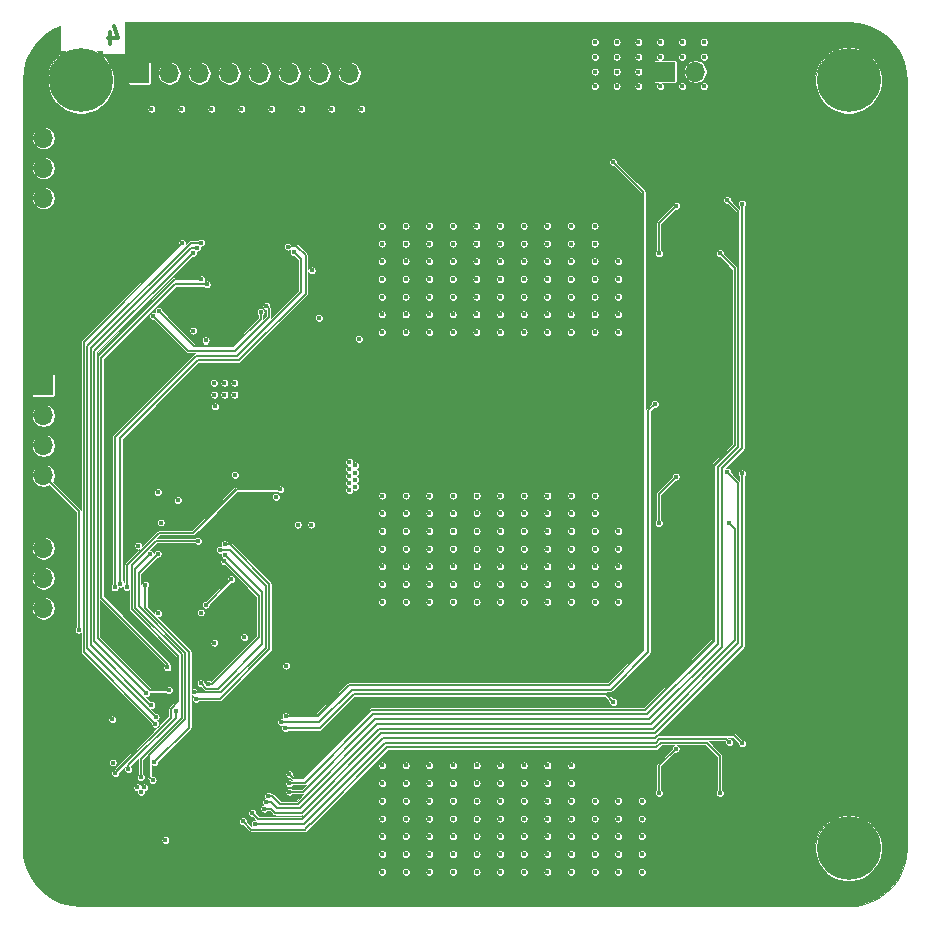
<source format=gbl>
G04 #@! TF.GenerationSoftware,KiCad,Pcbnew,5.1.10-88a1d61d58~90~ubuntu20.04.1*
G04 #@! TF.CreationDate,2021-12-20T19:36:00+01:00*
G04 #@! TF.ProjectId,eval_board_tmc6200-ta,6576616c-5f62-46f6-9172-645f746d6336,rev?*
G04 #@! TF.SameCoordinates,Original*
G04 #@! TF.FileFunction,Copper,L4,Bot*
G04 #@! TF.FilePolarity,Positive*
%FSLAX46Y46*%
G04 Gerber Fmt 4.6, Leading zero omitted, Abs format (unit mm)*
G04 Created by KiCad (PCBNEW 5.1.10-88a1d61d58~90~ubuntu20.04.1) date 2021-12-20 19:36:00*
%MOMM*%
%LPD*%
G01*
G04 APERTURE LIST*
G04 #@! TA.AperFunction,NonConductor*
%ADD10C,0.300000*%
G04 #@! TD*
G04 #@! TA.AperFunction,ConnectorPad*
%ADD11C,5.400000*%
G04 #@! TD*
G04 #@! TA.AperFunction,ComponentPad*
%ADD12C,3.100000*%
G04 #@! TD*
G04 #@! TA.AperFunction,ComponentPad*
%ADD13O,1.700000X1.700000*%
G04 #@! TD*
G04 #@! TA.AperFunction,ComponentPad*
%ADD14R,1.700000X1.700000*%
G04 #@! TD*
G04 #@! TA.AperFunction,ViaPad*
%ADD15C,0.450000*%
G04 #@! TD*
G04 #@! TA.AperFunction,Conductor*
%ADD16C,0.200000*%
G04 #@! TD*
G04 #@! TA.AperFunction,Conductor*
%ADD17C,0.025400*%
G04 #@! TD*
G04 #@! TA.AperFunction,Conductor*
%ADD18C,0.100000*%
G04 #@! TD*
G04 APERTURE END LIST*
D10*
X21442285Y-121573571D02*
X21442285Y-122573571D01*
X21799428Y-121002142D02*
X22156571Y-122073571D01*
X21228000Y-122073571D01*
D11*
X18978000Y-190645000D03*
D12*
X18978000Y-190645000D03*
D13*
X15803000Y-161630000D03*
X15803000Y-159090000D03*
X15803000Y-156550000D03*
X15803000Y-154010000D03*
D14*
X15803000Y-151470000D03*
D13*
X15803000Y-165250000D03*
X15803000Y-167790000D03*
X15803000Y-170330000D03*
D14*
X15803000Y-172870000D03*
D13*
X76073000Y-124895000D03*
X73533000Y-124895000D03*
X70993000Y-124895000D03*
D14*
X68453000Y-124895000D03*
D13*
X41708000Y-122505000D03*
X41708000Y-125045000D03*
X39168000Y-122505000D03*
X39168000Y-125045000D03*
X36628000Y-122505000D03*
X36628000Y-125045000D03*
X34088000Y-122505000D03*
X34088000Y-125045000D03*
X31548000Y-122505000D03*
X31548000Y-125045000D03*
X29008000Y-122505000D03*
X29008000Y-125045000D03*
X26468000Y-122505000D03*
X26468000Y-125045000D03*
X23928000Y-122505000D03*
D14*
X23928000Y-125045000D03*
D13*
X15803000Y-130525000D03*
X15803000Y-133065000D03*
X15803000Y-135605000D03*
D14*
X15803000Y-138145000D03*
D11*
X18978000Y-125645000D03*
D12*
X18978000Y-125645000D03*
D11*
X83978000Y-125645000D03*
D12*
X83978000Y-125645000D03*
D11*
X83978000Y-190645000D03*
D12*
X83978000Y-190645000D03*
D15*
X67818000Y-140843000D03*
X36906200Y-182994300D03*
X31038800Y-178371500D03*
X73970000Y-138580000D03*
X71970000Y-142580000D03*
X69215000Y-131445000D03*
X72771000Y-135890000D03*
X75692000Y-136906000D03*
X72898000Y-181991000D03*
X71978000Y-188645000D03*
X69978000Y-188645000D03*
X67978000Y-188645000D03*
X72644000Y-178054000D03*
X73978000Y-186645000D03*
X40978000Y-146645000D03*
X35255200Y-144437100D03*
X27317700Y-163385500D03*
X17119600Y-169862500D03*
X32194500Y-135051800D03*
X30365700Y-138442700D03*
X36931600Y-141300200D03*
X38036500Y-134823200D03*
X39624000Y-153035000D03*
X39624000Y-154432000D03*
X39624000Y-155829000D03*
X39624000Y-157226000D03*
X37846000Y-175437800D03*
X27278000Y-168420000D03*
X27278000Y-166720000D03*
X28128000Y-165870000D03*
X28128000Y-169270000D03*
X28128000Y-167570000D03*
X28978000Y-150645000D03*
X14978000Y-166645000D03*
X14978000Y-162645000D03*
X14978000Y-160645000D03*
X14978000Y-125645000D03*
X40978000Y-174645000D03*
X38978000Y-174645000D03*
X36978000Y-174645000D03*
X36978000Y-172645000D03*
X38978000Y-172645000D03*
X40978000Y-172645000D03*
X40978000Y-170645000D03*
X38978000Y-170645000D03*
X36978000Y-170645000D03*
X40978000Y-162645000D03*
X40978000Y-164645000D03*
X40978000Y-166645000D03*
X40978000Y-168645000D03*
X38978000Y-168645000D03*
X36978000Y-168645000D03*
X34978000Y-166645000D03*
X34978000Y-164645000D03*
X32978000Y-164645000D03*
X32978000Y-162645000D03*
X30978000Y-162645000D03*
X30978000Y-160645000D03*
X30978000Y-158645000D03*
X28978000Y-158645000D03*
X28803600Y-156895800D03*
X28978000Y-152645000D03*
X26978000Y-152645000D03*
X26978000Y-154645000D03*
X26978000Y-160645000D03*
X26978000Y-158645000D03*
X26978000Y-156645000D03*
X22978000Y-164645000D03*
X22978000Y-162645000D03*
X22978000Y-160645000D03*
X22978000Y-158645000D03*
X22978000Y-156645000D03*
X22978000Y-152645000D03*
X24978000Y-150645000D03*
X22978000Y-150645000D03*
X26978000Y-148645000D03*
X24978000Y-148645000D03*
X22978000Y-148645000D03*
X30175200Y-144018000D03*
X26978000Y-144645000D03*
X34978000Y-150645000D03*
X36978000Y-150645000D03*
X42503000Y-151400000D03*
X38978000Y-150645000D03*
X36978000Y-146645000D03*
X34978000Y-148645000D03*
X36978000Y-148645000D03*
X40978000Y-148645000D03*
X38978000Y-144645000D03*
X38978000Y-140645000D03*
X40978000Y-144645000D03*
X40978000Y-142645000D03*
X40978000Y-140645000D03*
X40978000Y-138645000D03*
X40978000Y-136645000D03*
X40978000Y-134645000D03*
X40978000Y-132645000D03*
X40978000Y-130645000D03*
X40978000Y-128645000D03*
X34978000Y-130645000D03*
X34978000Y-128645000D03*
X32978000Y-128645000D03*
X32978000Y-130645000D03*
X32978000Y-132645000D03*
X30978000Y-132645000D03*
X30978000Y-130645000D03*
X30978000Y-128645000D03*
X28978000Y-132645000D03*
X28978000Y-134645000D03*
X26978000Y-134645000D03*
X26978000Y-132645000D03*
X26978000Y-128645000D03*
X26978000Y-130645000D03*
X24978000Y-128645000D03*
X24978000Y-130645000D03*
X24978000Y-132645000D03*
X26978000Y-138645000D03*
X26978000Y-136645000D03*
X24978000Y-140645000D03*
X24978000Y-138645000D03*
X24978000Y-136645000D03*
X24978000Y-134645000D03*
X18978000Y-136645000D03*
X18978000Y-138645000D03*
X16978000Y-134645000D03*
X16978000Y-136645000D03*
X16978000Y-138645000D03*
X14978000Y-136645000D03*
X14978000Y-134645000D03*
X14978000Y-128645000D03*
X16978000Y-128645000D03*
X18978000Y-130645000D03*
X18978000Y-132645000D03*
X20978000Y-134645000D03*
X20978000Y-132645000D03*
X20978000Y-130645000D03*
X20978000Y-128645000D03*
X22978000Y-128645000D03*
X22978000Y-130645000D03*
X22978000Y-132645000D03*
X22978000Y-134645000D03*
X22978000Y-136645000D03*
X22978000Y-138645000D03*
X22978000Y-140645000D03*
X20978000Y-144645000D03*
X20978000Y-142645000D03*
X18978000Y-146645000D03*
X18978000Y-144645000D03*
X18978000Y-142645000D03*
X18978000Y-140645000D03*
X14978000Y-148645000D03*
X14978000Y-146645000D03*
X14978000Y-144645000D03*
X14978000Y-142645000D03*
X14978000Y-140645000D03*
X16978000Y-140645000D03*
X16978000Y-142645000D03*
X16978000Y-144645000D03*
X16978000Y-146645000D03*
X16978000Y-148645000D03*
X16978000Y-158645000D03*
X16978000Y-162645000D03*
X24472900Y-167640000D03*
X21958300Y-169557700D03*
X16978000Y-172645000D03*
X39978000Y-180645000D03*
X41978000Y-178645000D03*
X20978000Y-180645000D03*
X20978000Y-178645000D03*
X20978000Y-176645000D03*
X18978000Y-174645000D03*
X16978000Y-174645000D03*
X14978000Y-174645000D03*
X16978000Y-186645000D03*
X14978000Y-186645000D03*
X18978000Y-176645000D03*
X18978000Y-178645000D03*
X18978000Y-180645000D03*
X16978000Y-184645000D03*
X16978000Y-182645000D03*
X16978000Y-180645000D03*
X16978000Y-178645000D03*
X16978000Y-176645000D03*
X14978000Y-176645000D03*
X14978000Y-178645000D03*
X14978000Y-180645000D03*
X14978000Y-182645000D03*
X14978000Y-184645000D03*
X14978000Y-188645000D03*
X14978000Y-190645000D03*
X15978000Y-192645000D03*
X23978000Y-190645000D03*
X25978000Y-192645000D03*
X23978000Y-192645000D03*
X21978000Y-192645000D03*
X17978000Y-194645000D03*
X19978000Y-194645000D03*
X21978000Y-194645000D03*
X23978000Y-194645000D03*
X25978000Y-194645000D03*
X27978000Y-194645000D03*
X27978000Y-192645000D03*
X29978000Y-194645000D03*
X29978000Y-190645000D03*
X29978000Y-192645000D03*
X31978000Y-194645000D03*
X31978000Y-192645000D03*
X33978000Y-190645000D03*
X33978000Y-192645000D03*
X33978000Y-194645000D03*
X37978000Y-194645000D03*
X35978000Y-194645000D03*
X35978000Y-192645000D03*
X35978000Y-190645000D03*
X41978000Y-188645000D03*
X41978000Y-186645000D03*
X39978000Y-188645000D03*
X41978000Y-190645000D03*
X39978000Y-190645000D03*
X37978000Y-190645000D03*
X37978000Y-192645000D03*
X39978000Y-194645000D03*
X39978000Y-192645000D03*
X41978000Y-192645000D03*
X41978000Y-194645000D03*
X63978000Y-154645000D03*
X63978000Y-152645000D03*
X65978000Y-152645000D03*
X65978000Y-150645000D03*
X63978000Y-150645000D03*
X51978000Y-152645000D03*
X53978000Y-154645000D03*
X51978000Y-154645000D03*
X54115500Y-152507500D03*
X56115500Y-152507500D03*
X55978000Y-154645000D03*
X55978000Y-156645000D03*
X53978000Y-156645000D03*
X51978000Y-156645000D03*
X49978000Y-156645000D03*
X49978000Y-154645000D03*
X49978000Y-152645000D03*
X49978000Y-150645000D03*
X51978000Y-150645000D03*
X53978000Y-150645000D03*
X55978000Y-150645000D03*
X57978000Y-150645000D03*
X58115500Y-152507500D03*
X57978000Y-154645000D03*
X57978000Y-156645000D03*
X59978000Y-156645000D03*
X59978000Y-154645000D03*
X59978000Y-152645000D03*
X59978000Y-150645000D03*
X61978000Y-150645000D03*
X61978000Y-152645000D03*
X61978000Y-154645000D03*
X61978000Y-156645000D03*
X61978000Y-158645000D03*
X59978000Y-158645000D03*
X57978000Y-158645000D03*
X55978000Y-158645000D03*
X53978000Y-158645000D03*
X51978000Y-158645000D03*
X49978000Y-158645000D03*
X47978000Y-158645000D03*
X47978000Y-156645000D03*
X47978000Y-154645000D03*
X47978000Y-152645000D03*
X47978000Y-150645000D03*
X45978000Y-150645000D03*
X45978000Y-152645000D03*
X45978000Y-154645000D03*
X45978000Y-156645000D03*
X45978000Y-158645000D03*
X43978000Y-158645000D03*
X43978000Y-156645000D03*
X43978000Y-154645000D03*
X43978000Y-152645000D03*
X43978000Y-150645000D03*
X43978000Y-148645000D03*
X45978000Y-148645000D03*
X47978000Y-148645000D03*
X59978000Y-148645000D03*
X61978000Y-148645000D03*
X63978000Y-148645000D03*
X65978000Y-148645000D03*
X49978000Y-124645000D03*
X51978000Y-124645000D03*
X53978000Y-124645000D03*
X55978000Y-124645000D03*
X57978000Y-124645000D03*
X59978000Y-126645000D03*
X59978000Y-124645000D03*
X59978000Y-122645000D03*
X57978000Y-122645000D03*
X55978000Y-122645000D03*
X53978000Y-122645000D03*
X51978000Y-122645000D03*
X49978000Y-122645000D03*
X47978000Y-122645000D03*
X47978000Y-124645000D03*
X47978000Y-126645000D03*
X45978000Y-126645000D03*
X45978000Y-124645000D03*
X45978000Y-122645000D03*
X43978000Y-122645000D03*
X43978000Y-124645000D03*
X43978000Y-126645000D03*
X47978000Y-128645000D03*
X47978000Y-130645000D03*
X47978000Y-132645000D03*
X45978000Y-132645000D03*
X45978000Y-130645000D03*
X45978000Y-128645000D03*
X43978000Y-128645000D03*
X43978000Y-130645000D03*
X43978000Y-132645000D03*
X43978000Y-134645000D03*
X45978000Y-134645000D03*
X47978000Y-134645000D03*
X49978000Y-134645000D03*
X51978000Y-134645000D03*
X53978000Y-134645000D03*
X55978000Y-134645000D03*
X57978000Y-134645000D03*
X59978000Y-132645000D03*
X59978000Y-134645000D03*
X61978000Y-134645000D03*
X61965500Y-132657500D03*
X61978000Y-130645000D03*
X59965500Y-130657500D03*
X59978000Y-128645000D03*
X61978000Y-128645000D03*
X71978000Y-152645000D03*
X71978000Y-150645000D03*
X69978000Y-150645000D03*
X69978000Y-152645000D03*
X67978000Y-152645000D03*
X67978000Y-150645000D03*
X71978000Y-148645000D03*
X69978000Y-148645000D03*
X67978000Y-148645000D03*
X69978000Y-146645000D03*
X67978000Y-146645000D03*
X67978000Y-144645000D03*
X69978000Y-144645000D03*
X71978000Y-144645000D03*
X71978000Y-146645000D03*
X81978000Y-122645000D03*
X85978000Y-122645000D03*
X63978000Y-130645000D03*
X63978000Y-128645000D03*
X65978000Y-128645000D03*
X67978000Y-128645000D03*
X69978000Y-128645000D03*
X71978000Y-128645000D03*
X73978000Y-128645000D03*
X75692000Y-132080000D03*
X75978000Y-128645000D03*
X77978000Y-128645000D03*
X79978000Y-128645000D03*
X81978000Y-128645000D03*
X79978000Y-148645000D03*
X79978000Y-146645000D03*
X79978000Y-144645000D03*
X81978000Y-144645000D03*
X81978000Y-148645000D03*
X81978000Y-150645000D03*
X79978000Y-150645000D03*
X77978000Y-150645000D03*
X77978000Y-148645000D03*
X77978000Y-146645000D03*
X77978000Y-144645000D03*
X77978000Y-142645000D03*
X79978000Y-142645000D03*
X81978000Y-142645000D03*
X83978000Y-142645000D03*
X83978000Y-144645000D03*
X83978000Y-146645000D03*
X83978000Y-148645000D03*
X83978000Y-150645000D03*
X83978000Y-152645000D03*
X81978000Y-152645000D03*
X79978000Y-152645000D03*
X77978000Y-152645000D03*
X75978000Y-152645000D03*
X75978000Y-150645000D03*
X75978000Y-148645000D03*
X75978000Y-146645000D03*
X75978000Y-144645000D03*
X75978000Y-142645000D03*
X75978000Y-140645000D03*
X85978000Y-142645000D03*
X85978000Y-144645000D03*
X85978000Y-146645000D03*
X85978000Y-148645000D03*
X85978000Y-150645000D03*
X85978000Y-152645000D03*
X85978000Y-128645000D03*
X87978000Y-124645000D03*
X87978000Y-126645000D03*
X87978000Y-128645000D03*
X87978000Y-130645000D03*
X87978000Y-132645000D03*
X87978000Y-134645000D03*
X87978000Y-136645000D03*
X87978000Y-138645000D03*
X87978000Y-140645000D03*
X87978000Y-142645000D03*
X87978000Y-144645000D03*
X87978000Y-146645000D03*
X87978000Y-148645000D03*
X87978000Y-150645000D03*
X87978000Y-152645000D03*
X87978000Y-154645000D03*
X87978000Y-156645000D03*
X87978000Y-158645000D03*
X87978000Y-160645000D03*
X46978000Y-172645000D03*
X44978000Y-172645000D03*
X44978000Y-174645000D03*
X46978000Y-174645000D03*
X62978000Y-172645000D03*
X60978000Y-172645000D03*
X58978000Y-172645000D03*
X58978000Y-174645000D03*
X60978000Y-174645000D03*
X62978000Y-174645000D03*
X64978000Y-172645000D03*
X64978000Y-174645000D03*
X67978000Y-174645000D03*
X67978000Y-166645000D03*
X67978000Y-168645000D03*
X67978000Y-170645000D03*
X67978000Y-172645000D03*
X71978000Y-168645000D03*
X71978000Y-170645000D03*
X71978000Y-172645000D03*
X75978000Y-176645000D03*
X79978000Y-170645000D03*
X79978000Y-168645000D03*
X81978000Y-168645000D03*
X81978000Y-170645000D03*
X81978000Y-172645000D03*
X79978000Y-172645000D03*
X77978000Y-172645000D03*
X77978000Y-170645000D03*
X77978000Y-168645000D03*
X77978000Y-166645000D03*
X79978000Y-166645000D03*
X81978000Y-166645000D03*
X83978000Y-166645000D03*
X83978000Y-168645000D03*
X83978000Y-170645000D03*
X83978000Y-172645000D03*
X83978000Y-174645000D03*
X81978000Y-174645000D03*
X79978000Y-174645000D03*
X77978000Y-174645000D03*
X75978000Y-174645000D03*
X75978000Y-172645000D03*
X75978000Y-170645000D03*
X75978000Y-168645000D03*
X75978000Y-166645000D03*
X75978000Y-164645000D03*
X77978000Y-164645000D03*
X79978000Y-164645000D03*
X81978000Y-164645000D03*
X83978000Y-164645000D03*
X85978000Y-164645000D03*
X85978000Y-166645000D03*
X85978000Y-168645000D03*
X85978000Y-170645000D03*
X85978000Y-172645000D03*
X85978000Y-174645000D03*
X87978000Y-162645000D03*
X87978000Y-164645000D03*
X87978000Y-166645000D03*
X87978000Y-168645000D03*
X87978000Y-170645000D03*
X87978000Y-172645000D03*
X87978000Y-174645000D03*
X87978000Y-176645000D03*
X87978000Y-178645000D03*
X87978000Y-180645000D03*
X87978000Y-182645000D03*
X87978000Y-184645000D03*
X87978000Y-192645000D03*
X87978000Y-190645000D03*
X87978000Y-188645000D03*
X87978000Y-186645000D03*
X85978000Y-186645000D03*
X83978000Y-186645000D03*
X81978000Y-186645000D03*
X79978000Y-186645000D03*
X77978000Y-186645000D03*
X75978000Y-186645000D03*
X73978000Y-188645000D03*
X75978000Y-188645000D03*
X77978000Y-188645000D03*
X79978000Y-188645000D03*
X79978000Y-192645000D03*
X79978000Y-190645000D03*
X77978000Y-190645000D03*
X77978000Y-192645000D03*
X75978000Y-192645000D03*
X75978000Y-190645000D03*
X73978000Y-190645000D03*
X73978000Y-192645000D03*
X71978000Y-192645000D03*
X71978000Y-190645000D03*
X69978000Y-192645000D03*
X69978000Y-190645000D03*
X67978000Y-190645000D03*
X67978000Y-192645000D03*
X45978000Y-194645000D03*
X47978000Y-194645000D03*
X49978000Y-194645000D03*
X51978000Y-194645000D03*
X53978000Y-194645000D03*
X55978000Y-194645000D03*
X57978000Y-194645000D03*
X59978000Y-194645000D03*
X61978000Y-194645000D03*
X63978000Y-194645000D03*
X65978000Y-194645000D03*
X85978000Y-194645000D03*
X83978000Y-194645000D03*
X81978000Y-194645000D03*
X79978000Y-194645000D03*
X77978000Y-194645000D03*
X75978000Y-194645000D03*
X73978000Y-194645000D03*
X71978000Y-194645000D03*
X69978000Y-194645000D03*
X67978000Y-194645000D03*
X23178000Y-170945000D03*
X21463000Y-171450000D03*
X27803000Y-171070000D03*
X32603000Y-173495000D03*
X28403000Y-173370000D03*
X31128000Y-174870000D03*
X30353000Y-174170000D03*
X24453000Y-175970000D03*
X39978000Y-161945000D03*
X41403000Y-161370000D03*
X29878000Y-154420000D03*
X33103000Y-145270000D03*
X29057600Y-173913800D03*
X27533600Y-172491400D03*
X32258000Y-173761400D03*
X31546800Y-174421800D03*
X31902400Y-174015400D03*
X39857800Y-175217600D03*
X40457800Y-175767600D03*
X32094215Y-147109241D03*
X30480000Y-147411162D03*
X24978596Y-176744990D03*
X39378000Y-138195000D03*
X38340581Y-136906000D03*
X37328000Y-167309800D03*
X36478000Y-143420006D03*
X26631900Y-174713900D03*
X26682700Y-182778400D03*
X38478000Y-167309800D03*
X30988000Y-134874000D03*
X30766595Y-135810857D03*
X28575000Y-136144000D03*
X33528000Y-137071100D03*
X29728000Y-155295000D03*
X31597600Y-171272200D03*
X28194000Y-160655000D03*
X33378000Y-161498200D03*
X32928000Y-161498200D03*
X28125222Y-191148941D03*
X34092637Y-182826012D03*
X31129153Y-185789496D03*
X33104809Y-183813840D03*
X32116981Y-184801668D03*
X30051522Y-180760553D03*
X28075865Y-182736209D03*
X29063694Y-181748381D03*
X31039350Y-179772725D03*
X33086848Y-181820223D03*
X32045139Y-180778513D03*
X32099020Y-182808051D03*
X31057310Y-181766342D03*
X31111192Y-183795879D03*
X30069482Y-182754170D03*
X30123364Y-184783708D03*
X29081654Y-183741998D03*
X34978000Y-157645000D03*
X34978000Y-158245000D03*
X34978000Y-158845000D03*
X24390297Y-174581365D03*
X25578000Y-167570000D03*
X29828000Y-167570000D03*
X26428000Y-167570000D03*
X27278000Y-167570000D03*
X28978000Y-167570000D03*
X26428000Y-166720000D03*
X26428000Y-168420000D03*
X28128000Y-166720000D03*
X28128000Y-168420000D03*
X28978000Y-166720000D03*
X28978000Y-168420000D03*
X27278000Y-165870000D03*
X27278000Y-169270000D03*
X31793228Y-140477469D03*
X33493228Y-140477469D03*
X32643228Y-140477469D03*
X33493228Y-139627469D03*
X32643228Y-141327469D03*
X35193228Y-141327469D03*
X30943228Y-141327469D03*
X34343228Y-140477469D03*
X34343228Y-141327469D03*
X32643228Y-139627469D03*
X32643228Y-142177469D03*
X33493228Y-142177469D03*
X31793228Y-142177469D03*
X33493228Y-143027469D03*
X34343228Y-142177469D03*
X33493228Y-141327469D03*
X32643228Y-143027469D03*
X31793228Y-141327469D03*
X80328000Y-124895000D03*
X78478000Y-124895000D03*
X74778000Y-123645000D03*
X78478000Y-126145000D03*
X76628000Y-122395000D03*
X78478000Y-123645000D03*
X80328000Y-126145000D03*
X76628000Y-123645000D03*
X80328000Y-122395000D03*
X74778000Y-122395000D03*
X76628000Y-126145000D03*
X74778000Y-126145000D03*
X78478000Y-122395000D03*
X80328000Y-123645000D03*
X56978000Y-174645000D03*
X54978000Y-174645000D03*
X52978000Y-174645000D03*
X50978000Y-174645000D03*
X48978000Y-174645000D03*
X48978000Y-172645000D03*
X50978000Y-172645000D03*
X52978000Y-172645000D03*
X54978000Y-172645000D03*
X56978000Y-172645000D03*
X57978000Y-128645000D03*
X57978000Y-130645000D03*
X57978000Y-132645000D03*
X49978000Y-128645000D03*
X49978000Y-130645000D03*
X49978000Y-132645000D03*
X51978000Y-132645000D03*
X53978000Y-132645000D03*
X55978000Y-132645000D03*
X55978000Y-130645000D03*
X55978000Y-128645000D03*
X51978000Y-128645000D03*
X53978000Y-128645000D03*
X53978000Y-130645000D03*
X51978000Y-130645000D03*
X49978000Y-126645000D03*
X51978000Y-126645000D03*
X53978000Y-126645000D03*
X55978000Y-126645000D03*
X57978000Y-148645000D03*
X55978000Y-148645000D03*
X53978000Y-148645000D03*
X51978000Y-148645000D03*
X49978000Y-148645000D03*
X81978000Y-146645000D03*
X70777100Y-153758900D03*
X70784720Y-130906520D03*
X29552900Y-162102800D03*
X39257413Y-142381413D03*
X29497020Y-160606740D03*
X33395920Y-149176740D03*
X36969700Y-133997700D03*
X34582098Y-134543800D03*
X25298400Y-175818800D03*
X31216600Y-188379100D03*
X29311600Y-174548800D03*
X30467300Y-174815500D03*
X28651200Y-175145700D03*
X22665502Y-173557498D03*
X31780443Y-145854457D03*
X23037798Y-179362100D03*
X22669500Y-178358800D03*
X23837878Y-186563000D03*
X25400000Y-162179000D03*
X29845000Y-164211000D03*
X64463000Y-140960000D03*
X64463000Y-143960000D03*
X64463000Y-142460000D03*
X64463000Y-145460000D03*
X64463000Y-146960000D03*
X64478000Y-163795000D03*
X64478000Y-165295000D03*
X64478000Y-166795000D03*
X64478000Y-168295000D03*
X64478000Y-169795000D03*
X64478000Y-191145000D03*
X66478000Y-186645000D03*
X64478000Y-186645000D03*
X66478000Y-189645000D03*
X64478000Y-189645000D03*
X64478000Y-192645000D03*
X64478000Y-188145000D03*
X66478000Y-188145000D03*
X66478000Y-191145000D03*
X66478000Y-192645000D03*
X44478000Y-183645000D03*
X30328000Y-153245000D03*
X24320500Y-185508900D03*
X50478000Y-163795000D03*
X56478000Y-163795000D03*
X52478000Y-163795000D03*
X54478000Y-163795000D03*
X50478000Y-162295000D03*
X56478000Y-162295000D03*
X52478000Y-162295000D03*
X54478000Y-162295000D03*
X56478000Y-186645000D03*
X54478000Y-185145000D03*
X52478000Y-185145000D03*
X56478000Y-189645000D03*
X52478000Y-191145000D03*
X50478000Y-189645000D03*
X52478000Y-186645000D03*
X56478000Y-185145000D03*
X54478000Y-192645000D03*
X54478000Y-191145000D03*
X56478000Y-191145000D03*
X50478000Y-191145000D03*
X50478000Y-188145000D03*
X54478000Y-186645000D03*
X56478000Y-188145000D03*
X52478000Y-189645000D03*
X52478000Y-188145000D03*
X54478000Y-188145000D03*
X50478000Y-185145000D03*
X56478000Y-192645000D03*
X52478000Y-192645000D03*
X50478000Y-192645000D03*
X54478000Y-189645000D03*
X50478000Y-186645000D03*
X56463000Y-140960000D03*
X54463000Y-139460000D03*
X52463000Y-139460000D03*
X56463000Y-143960000D03*
X52463000Y-145460000D03*
X50463000Y-143960000D03*
X52463000Y-140960000D03*
X56463000Y-139460000D03*
X54463000Y-146960000D03*
X54463000Y-145460000D03*
X56463000Y-145460000D03*
X50463000Y-145460000D03*
X50463000Y-142460000D03*
X54463000Y-140960000D03*
X56463000Y-142460000D03*
X52463000Y-143960000D03*
X52463000Y-142460000D03*
X54463000Y-142460000D03*
X50463000Y-139460000D03*
X56463000Y-146960000D03*
X52463000Y-146960000D03*
X50463000Y-146960000D03*
X54463000Y-143960000D03*
X50463000Y-140960000D03*
X48463000Y-140960000D03*
X62463000Y-137960000D03*
X60463000Y-145460000D03*
X56463000Y-137960000D03*
X62463000Y-140960000D03*
X58463000Y-140960000D03*
X50463000Y-137960000D03*
X60463000Y-140960000D03*
X48463000Y-142460000D03*
X48463000Y-139460000D03*
X60463000Y-139460000D03*
X60463000Y-137960000D03*
X58463000Y-137960000D03*
X62463000Y-139460000D03*
X46463000Y-146960000D03*
X44463000Y-140960000D03*
X62463000Y-143960000D03*
X60463000Y-143960000D03*
X60463000Y-146960000D03*
X58463000Y-145460000D03*
X46463000Y-143960000D03*
X60463000Y-142460000D03*
X54463000Y-137960000D03*
X46463000Y-142460000D03*
X48463000Y-146960000D03*
X62463000Y-142460000D03*
X44463000Y-139460000D03*
X48463000Y-145460000D03*
X46463000Y-140960000D03*
X58463000Y-142460000D03*
X44463000Y-145460000D03*
X48463000Y-137960000D03*
X62463000Y-145460000D03*
X44463000Y-146960000D03*
X46463000Y-139460000D03*
X48463000Y-143960000D03*
X58463000Y-146960000D03*
X46463000Y-137960000D03*
X58463000Y-143960000D03*
X58463000Y-139460000D03*
X44463000Y-137960000D03*
X52463000Y-137960000D03*
X44463000Y-143960000D03*
X44463000Y-142460000D03*
X62463000Y-146960000D03*
X46463000Y-145460000D03*
X48478000Y-186645000D03*
X60478000Y-191145000D03*
X56478000Y-183645000D03*
X62478000Y-186645000D03*
X58478000Y-186645000D03*
X50478000Y-183645000D03*
X60478000Y-186645000D03*
X48478000Y-188145000D03*
X48478000Y-185145000D03*
X60478000Y-185145000D03*
X60478000Y-183645000D03*
X58478000Y-183645000D03*
X46478000Y-192645000D03*
X44478000Y-186645000D03*
X62478000Y-189645000D03*
X60478000Y-189645000D03*
X60478000Y-192645000D03*
X58478000Y-191145000D03*
X46478000Y-189645000D03*
X60478000Y-188145000D03*
X54478000Y-183645000D03*
X46478000Y-188145000D03*
X48478000Y-192645000D03*
X62478000Y-188145000D03*
X44478000Y-185145000D03*
X48478000Y-191145000D03*
X46478000Y-186645000D03*
X58478000Y-188145000D03*
X44478000Y-191145000D03*
X48478000Y-183645000D03*
X62478000Y-191145000D03*
X44478000Y-192645000D03*
X46478000Y-185145000D03*
X48478000Y-189645000D03*
X58478000Y-192645000D03*
X46478000Y-183645000D03*
X58478000Y-189645000D03*
X58478000Y-185145000D03*
X52478000Y-183645000D03*
X44478000Y-189645000D03*
X44478000Y-188145000D03*
X62478000Y-192645000D03*
X46478000Y-191145000D03*
X48478000Y-162295000D03*
X60478000Y-162295000D03*
X46478000Y-162295000D03*
X62478000Y-162295000D03*
X58478000Y-162295000D03*
X44478000Y-162295000D03*
X48478000Y-163795000D03*
X60478000Y-163795000D03*
X46478000Y-163795000D03*
X62478000Y-163795000D03*
X58478000Y-163795000D03*
X44478000Y-163795000D03*
X62478000Y-165295000D03*
X56478000Y-165295000D03*
X50478000Y-165295000D03*
X60478000Y-165295000D03*
X58478000Y-165295000D03*
X54478000Y-165295000D03*
X48478000Y-165295000D03*
X46478000Y-165295000D03*
X44478000Y-165295000D03*
X52478000Y-165295000D03*
X62478000Y-166795000D03*
X56478000Y-166795000D03*
X50478000Y-166795000D03*
X60478000Y-166795000D03*
X58478000Y-166795000D03*
X54478000Y-166795000D03*
X48478000Y-166795000D03*
X46478000Y-166795000D03*
X44478000Y-166795000D03*
X52478000Y-166795000D03*
X62478000Y-168295000D03*
X56478000Y-168295000D03*
X50478000Y-168295000D03*
X60478000Y-168295000D03*
X58478000Y-168295000D03*
X54478000Y-168295000D03*
X48478000Y-168295000D03*
X46478000Y-168295000D03*
X44478000Y-168295000D03*
X52478000Y-168295000D03*
X62478000Y-169795000D03*
X56478000Y-169795000D03*
X50478000Y-169795000D03*
X60478000Y-169795000D03*
X58478000Y-169795000D03*
X54478000Y-169795000D03*
X48478000Y-169795000D03*
X46478000Y-169795000D03*
X44478000Y-169795000D03*
X52478000Y-169795000D03*
X62478000Y-160795000D03*
X54478000Y-160795000D03*
X58478000Y-160795000D03*
X60478000Y-160795000D03*
X56478000Y-160795000D03*
X52478000Y-160795000D03*
X44478000Y-160795000D03*
X48478000Y-160795000D03*
X50478000Y-160795000D03*
X46478000Y-160795000D03*
X30228000Y-151245000D03*
X30278000Y-152245000D03*
X31128000Y-151245000D03*
X31128000Y-152245000D03*
X31978000Y-151245000D03*
X31978000Y-152245000D03*
X42503000Y-147525000D03*
X64328000Y-124895000D03*
X66178000Y-124895000D03*
X64328000Y-126145000D03*
X71728000Y-126145000D03*
X68028000Y-126145000D03*
X66178000Y-126145000D03*
X69878000Y-126145000D03*
X64328000Y-123645000D03*
X71728000Y-123645000D03*
X68028000Y-123645000D03*
X66178000Y-123645000D03*
X69878000Y-123645000D03*
X64328000Y-122395000D03*
X71728000Y-122395000D03*
X68028000Y-122395000D03*
X66178000Y-122395000D03*
X69878000Y-122395000D03*
X62478000Y-124895000D03*
X62478000Y-123645000D03*
X62478000Y-122395000D03*
X62478000Y-126145000D03*
X23761700Y-185508900D03*
X24041100Y-185864500D03*
X26136600Y-189953900D03*
X67919600Y-140284200D03*
X69391200Y-136271000D03*
X67899280Y-163118800D03*
X69340400Y-159181800D03*
X67904360Y-185968640D03*
X69329292Y-182219600D03*
X23828000Y-165025000D03*
X25738000Y-163075000D03*
X29528000Y-147644989D03*
X25478000Y-160520000D03*
X38478000Y-163245000D03*
X21628000Y-179745000D03*
X42728000Y-128045000D03*
X42203000Y-160045000D03*
X42203000Y-159445000D03*
X42203000Y-158845000D03*
X42203000Y-158245000D03*
X41703000Y-160345000D03*
X41703000Y-159745000D03*
X41703000Y-159145000D03*
X41703000Y-158545000D03*
X41703000Y-157945000D03*
X40188000Y-128045000D03*
X37648000Y-128045000D03*
X35108000Y-128045000D03*
X32568000Y-128045000D03*
X30028000Y-128045000D03*
X27488000Y-128045000D03*
X24948000Y-128045000D03*
X32802990Y-172795000D03*
X36353000Y-175195000D03*
X21678000Y-183395000D03*
X35478000Y-160895000D03*
X32018000Y-159025000D03*
X37328000Y-163245000D03*
X27178000Y-161195000D03*
X28478000Y-146820000D03*
X30278000Y-173270000D03*
X29137376Y-170695000D03*
X39110455Y-145738636D03*
X38516486Y-141736412D03*
X25502992Y-170755010D03*
X73706260Y-135772840D03*
X36624630Y-185166249D03*
X34675856Y-186751644D03*
X73685500Y-158775400D03*
X22987001Y-183959500D03*
X27022395Y-179073962D03*
X33678000Y-188575000D03*
X73875900Y-181686200D03*
X36628000Y-184395000D03*
X73063100Y-140284200D03*
X36302998Y-179495000D03*
X64053720Y-132567680D03*
X34844776Y-186228224D03*
X73812400Y-163123880D03*
X35928000Y-179995000D03*
X67559040Y-153034940D03*
X32703000Y-188370000D03*
X73060560Y-185973720D03*
X36278000Y-180495000D03*
X64053720Y-178274980D03*
X34188002Y-145225000D03*
X25553000Y-145170000D03*
X34677996Y-144745000D03*
X25103000Y-145570004D03*
X28878000Y-164620000D03*
X21869400Y-184315100D03*
X26303000Y-175345000D03*
X29637620Y-142919600D03*
X26428006Y-177270000D03*
X29178000Y-142470000D03*
X24505811Y-177550302D03*
X28460700Y-140233400D03*
X24944536Y-178528394D03*
X28803600Y-139801600D03*
X25296794Y-179517035D03*
X29159200Y-139369800D03*
X25278000Y-180120000D03*
X27528940Y-139433341D03*
X25202999Y-183370767D03*
X24426679Y-168346438D03*
X36628000Y-185870000D03*
X74948000Y-136075000D03*
X34509080Y-187293420D03*
X74948000Y-158925000D03*
X33478000Y-187670000D03*
X74953000Y-181785000D03*
X35853000Y-160270000D03*
X22852957Y-168545000D03*
X29103000Y-176670000D03*
X31191200Y-165823900D03*
X29778000Y-176719968D03*
X31115000Y-166370000D03*
X28744507Y-177993050D03*
X31140400Y-164934900D03*
X30734000Y-165379400D03*
X28553010Y-177445212D03*
X25487339Y-165707893D03*
X25044400Y-184873900D03*
X24041100Y-184645300D03*
X24838593Y-165755584D03*
X22328000Y-168245000D03*
X36503000Y-139720000D03*
X21828000Y-168577821D03*
X36978010Y-140170000D03*
X29537376Y-170027884D03*
X31681420Y-167883840D03*
X18777990Y-172148500D03*
D16*
X67914520Y-137747680D02*
X67914520Y-140284200D01*
X69391200Y-136271000D02*
X67914520Y-137747680D01*
X67894200Y-160628000D02*
X69340400Y-159181800D01*
X67894200Y-163118800D02*
X67894200Y-160628000D01*
X67904360Y-185968640D02*
X67904360Y-183644532D01*
X67904360Y-183644532D02*
X69329292Y-182219600D01*
X74647990Y-156644230D02*
X74647990Y-136714570D01*
X72898000Y-158394220D02*
X74647990Y-156644230D01*
X72898000Y-173340700D02*
X72898000Y-158394220D01*
X74647990Y-136714570D02*
X73706260Y-135772840D01*
X66918722Y-179319978D02*
X72898000Y-173340700D01*
X43743722Y-179319978D02*
X66918722Y-179319978D01*
X37943634Y-185120066D02*
X43743722Y-179319978D01*
X36653070Y-185120066D02*
X37943634Y-185120066D01*
X74647990Y-159737890D02*
X73685500Y-158775400D01*
X74647990Y-173290710D02*
X74647990Y-159737890D01*
X67418689Y-180520011D02*
X74647990Y-173290710D01*
X37490789Y-187270011D02*
X44240789Y-180520011D01*
X35084644Y-186751644D02*
X35603011Y-187270011D01*
X35603011Y-187270011D02*
X37490789Y-187270011D01*
X34675856Y-186751644D02*
X35084644Y-186751644D01*
X44240789Y-180520011D02*
X67418689Y-180520011D01*
X22987001Y-183641302D02*
X27022395Y-179605908D01*
X22987001Y-183959500D02*
X22987001Y-183641302D01*
X27022395Y-179605908D02*
X27022395Y-179073962D01*
X44737856Y-181720044D02*
X67632912Y-181720044D01*
X67955255Y-181397701D02*
X73587401Y-181397701D01*
X37882900Y-188575000D02*
X44737856Y-181720044D01*
X67632912Y-181720044D02*
X67955255Y-181397701D01*
X73587401Y-181397701D02*
X73875900Y-181686200D01*
X33678000Y-188575000D02*
X37882900Y-188575000D01*
X36953000Y-184720000D02*
X36628000Y-184395000D01*
X43578033Y-178919967D02*
X37778000Y-184720000D01*
X66753033Y-178919967D02*
X43578033Y-178919967D01*
X72597990Y-173075010D02*
X66753033Y-178919967D01*
X72597990Y-158269952D02*
X72597990Y-173075010D01*
X74347980Y-156519962D02*
X72597990Y-158269952D01*
X74347980Y-141569080D02*
X74347980Y-156519962D01*
X37778000Y-184720000D02*
X36953000Y-184720000D01*
X73063100Y-140284200D02*
X74347980Y-141569080D01*
X39028000Y-179495000D02*
X36302998Y-179495000D01*
X41703000Y-176820000D02*
X39028000Y-179495000D01*
X63662300Y-176820000D02*
X41703000Y-176820000D01*
X66602989Y-173879311D02*
X63662300Y-176820000D01*
X66602989Y-173879311D02*
X66602989Y-135116949D01*
X64053720Y-132567680D02*
X66602989Y-135116949D01*
X74345800Y-163657280D02*
X73812400Y-163123880D01*
X74345800Y-173027200D02*
X74345800Y-163657280D01*
X44075100Y-180120000D02*
X67253000Y-180120000D01*
X37325100Y-186870000D02*
X44075100Y-180120000D01*
X35804750Y-186870000D02*
X37325100Y-186870000D01*
X35162974Y-186228224D02*
X35804750Y-186870000D01*
X67253000Y-180120000D02*
X74345800Y-173027200D01*
X34844776Y-186228224D02*
X35162974Y-186228224D01*
X63827989Y-177220011D02*
X41893689Y-177220011D01*
X39118700Y-179995000D02*
X35928000Y-179995000D01*
X67003000Y-174045000D02*
X63827989Y-177220011D01*
X41893689Y-177220011D02*
X39118700Y-179995000D01*
X67003000Y-153590980D02*
X67559040Y-153034940D01*
X67003000Y-174045000D02*
X67003000Y-153590980D01*
X38493700Y-188535700D02*
X38059389Y-188970010D01*
X38631200Y-188398200D02*
X38059389Y-188970010D01*
X38493700Y-188535700D02*
X38631200Y-188398200D01*
X37963147Y-189075001D02*
X33408001Y-189075001D01*
X38059389Y-188970010D02*
X37963147Y-189075001D01*
X33408001Y-189075001D02*
X32703000Y-188370000D01*
X71943542Y-181702022D02*
X68106978Y-181702022D01*
X44909345Y-182120055D02*
X38631200Y-188398200D01*
X67688945Y-182120055D02*
X44909345Y-182120055D01*
X68106978Y-181702022D02*
X67688945Y-182120055D01*
X73060560Y-185973720D02*
X73060560Y-182819040D01*
X73060560Y-182819040D02*
X71943542Y-181702022D01*
X39184400Y-180495000D02*
X42059378Y-177620022D01*
X36278000Y-180495000D02*
X39184400Y-180495000D01*
X63398762Y-177620022D02*
X42059378Y-177620022D01*
X64053720Y-178274980D02*
X63398762Y-177620022D01*
X31853010Y-148144990D02*
X34188002Y-145809998D01*
X34188002Y-145809998D02*
X34188002Y-145225000D01*
X25553000Y-145170000D02*
X28527990Y-148144990D01*
X28527990Y-148144990D02*
X31853010Y-148144990D01*
X25103000Y-145570004D02*
X28077997Y-148545001D01*
X34677996Y-144745000D02*
X34877995Y-144944999D01*
X34877995Y-145685705D02*
X34877995Y-144944999D01*
X32018699Y-148545001D02*
X34877995Y-145685705D01*
X28077997Y-148545001D02*
X32018699Y-148545001D01*
X26597385Y-179587115D02*
X26597385Y-178850615D01*
X25345173Y-164620000D02*
X28878000Y-164620000D01*
X27227967Y-174369968D02*
X23277967Y-170419968D01*
X21869400Y-184315100D02*
X26597385Y-179587115D01*
X27227967Y-178220033D02*
X27227967Y-174369968D01*
X26597385Y-178850615D02*
X27227967Y-178220033D01*
X23277967Y-170419968D02*
X23277967Y-166687206D01*
X23277967Y-166687206D02*
X25345173Y-164620000D01*
X29637620Y-142919600D02*
X26926956Y-142919600D01*
X26303000Y-175026802D02*
X26303000Y-175345000D01*
X20703044Y-149143512D02*
X20703044Y-169426846D01*
X26926956Y-142919600D02*
X20703044Y-149143512D01*
X20703044Y-169426846D02*
X26303000Y-175026802D01*
X20403033Y-149019245D02*
X20403033Y-172846468D01*
X29178000Y-142470000D02*
X26952278Y-142470000D01*
X26952278Y-142470000D02*
X20403033Y-149019245D01*
X20403033Y-172846468D02*
X24826565Y-177270000D01*
X24826565Y-177270000D02*
X26428006Y-177270000D01*
X24505811Y-177550302D02*
X20103022Y-173147513D01*
X20103022Y-148591078D02*
X28460700Y-140233400D01*
X20103022Y-173147513D02*
X20103022Y-148591078D01*
X24944536Y-178528394D02*
X24854899Y-178528394D01*
X28269398Y-139808398D02*
X28796802Y-139808398D01*
X24854899Y-178528394D02*
X19803011Y-173476506D01*
X19803011Y-173476506D02*
X19803011Y-148274785D01*
X19803011Y-148274785D02*
X28269398Y-139808398D01*
X28796802Y-139808398D02*
X28803600Y-139801600D01*
X19503000Y-173723241D02*
X19503000Y-148123602D01*
X19503000Y-148123602D02*
X28256802Y-139369800D01*
X25296794Y-179517035D02*
X19503000Y-173723241D01*
X28256802Y-139369800D02*
X29159200Y-139369800D01*
X19203000Y-174045000D02*
X19203000Y-147759281D01*
X19203000Y-147759281D02*
X27528940Y-139433341D01*
X25278000Y-180120000D02*
X19203000Y-174045000D01*
X25202999Y-183370767D02*
X28128000Y-180445766D01*
X28128000Y-173997164D02*
X24426679Y-170295843D01*
X28128000Y-180445766D02*
X28128000Y-173997164D01*
X24426679Y-170295843D02*
X24426679Y-168346438D01*
X67084411Y-179719989D02*
X73214279Y-173590121D01*
X37759400Y-185870000D02*
X43909411Y-179719989D01*
X73214279Y-158502219D02*
X74948000Y-156768498D01*
X74948000Y-156768498D02*
X74948000Y-136075000D01*
X36628000Y-185870000D02*
X37759400Y-185870000D01*
X43909411Y-179719989D02*
X67084411Y-179719989D01*
X73214279Y-173590121D02*
X73214279Y-158502219D01*
X67584378Y-180920022D02*
X74948000Y-173556400D01*
X44406478Y-180920022D02*
X67584378Y-180920022D01*
X37656478Y-187670022D02*
X44406478Y-180920022D01*
X35428022Y-187670022D02*
X37656478Y-187670022D01*
X35051420Y-187293420D02*
X35428022Y-187670022D01*
X34509080Y-187293420D02*
X35051420Y-187293420D01*
X74948000Y-173556400D02*
X74948000Y-158925000D01*
X67608645Y-181320033D02*
X44572167Y-181320033D01*
X74235376Y-181067376D02*
X67861302Y-181067376D01*
X74953000Y-181785000D02*
X74235376Y-181067376D01*
X67861302Y-181067376D02*
X67608645Y-181320033D01*
X33978000Y-188170000D02*
X33478000Y-187670000D01*
X44572167Y-181320033D02*
X37722200Y-188170000D01*
X37722200Y-188170000D02*
X33978000Y-188170000D01*
X28503000Y-163945000D02*
X25595894Y-163945000D01*
X32178000Y-160270000D02*
X28503000Y-163945000D01*
X25595894Y-163945000D02*
X22852957Y-166687937D01*
X22852957Y-166687937D02*
X22852957Y-168545000D01*
X35853000Y-160270000D02*
X32178000Y-160270000D01*
X29577978Y-177144978D02*
X30542301Y-177144978D01*
X29103000Y-176670000D02*
X29577978Y-177144978D01*
X30542301Y-177144978D02*
X34328100Y-173359179D01*
X34328100Y-173359179D02*
X34328100Y-168960800D01*
X34328100Y-168960800D02*
X31191200Y-165823900D01*
X29778000Y-176719968D02*
X30096198Y-176719968D01*
X30096198Y-176719968D02*
X34023300Y-172792866D01*
X34023300Y-172792866D02*
X34023300Y-169278300D01*
X34023300Y-169278300D02*
X31115000Y-166370000D01*
X28744507Y-177993050D02*
X30754229Y-177993050D01*
X34937700Y-168299702D02*
X31572898Y-164934900D01*
X30754229Y-177993050D02*
X34937700Y-173809579D01*
X34937700Y-173809579D02*
X34937700Y-168299702D01*
X31572898Y-164934900D02*
X31140400Y-164934900D01*
X30734000Y-165379400D02*
X31587400Y-165379400D01*
X34632900Y-168424900D02*
X34632900Y-173690100D01*
X31587400Y-165379400D02*
X34632900Y-168424900D01*
X30877788Y-177445212D02*
X28553010Y-177445212D01*
X34632900Y-173690100D02*
X30877788Y-177445212D01*
X23877989Y-170171432D02*
X27827989Y-174121432D01*
X24777989Y-184607489D02*
X25044400Y-184873900D01*
X27827989Y-174121432D02*
X27827989Y-179728732D01*
X25487339Y-165707893D02*
X23877989Y-167317243D01*
X24777989Y-182778730D02*
X24777989Y-184607489D01*
X23877989Y-167317243D02*
X23877989Y-170171432D01*
X27827989Y-179728732D02*
X24777989Y-182778730D01*
X27527978Y-179604464D02*
X27527978Y-174245699D01*
X27527978Y-174245699D02*
X23577978Y-170295700D01*
X24041100Y-183091342D02*
X27527978Y-179604464D01*
X23577978Y-167016199D02*
X24838593Y-165755584D01*
X24041100Y-184645300D02*
X24041100Y-183091342D01*
X23577978Y-170295700D02*
X23577978Y-167016199D01*
X22328000Y-155885698D02*
X22328000Y-168245000D01*
X32350077Y-149345022D02*
X28868676Y-149345022D01*
X28868676Y-149345022D02*
X22328000Y-155885698D01*
X38003008Y-143692090D02*
X32350077Y-149345022D01*
X38003008Y-143360710D02*
X38003008Y-143692090D01*
X38003000Y-143360702D02*
X38003008Y-143360710D01*
X38003000Y-140454988D02*
X38003000Y-143360702D01*
X37218011Y-139669999D02*
X38003000Y-140454988D01*
X36738009Y-139669999D02*
X37218011Y-139669999D01*
X36688008Y-139720000D02*
X36738009Y-139669999D01*
X36503000Y-139720000D02*
X36688008Y-139720000D01*
X21828000Y-155820000D02*
X21828000Y-168577821D01*
X28702988Y-148945012D02*
X21828000Y-155820000D01*
X32184388Y-148945012D02*
X28702988Y-148945012D01*
X37603000Y-143526400D02*
X32184388Y-148945012D01*
X37603000Y-140794990D02*
X37603000Y-143526400D01*
X36978010Y-140170000D02*
X37603000Y-140794990D01*
X29537376Y-170027884D02*
X31681420Y-167883840D01*
X18777990Y-162064990D02*
X18777990Y-172148500D01*
X15803000Y-159090000D02*
X18777990Y-162064990D01*
D17*
X84850499Y-120795857D02*
X85695417Y-121027001D01*
X86486056Y-121404116D01*
X87197409Y-121915276D01*
X87807008Y-122544332D01*
X88295571Y-123271393D01*
X88647666Y-124073486D01*
X88852290Y-124925804D01*
X88905300Y-125647670D01*
X88905301Y-190641754D01*
X88827143Y-191517501D01*
X88595999Y-192362417D01*
X88218886Y-193153052D01*
X87707726Y-193864407D01*
X87078668Y-194474008D01*
X86351607Y-194962571D01*
X85549512Y-195314667D01*
X84697197Y-195519290D01*
X84043419Y-195567300D01*
X18925211Y-195567300D01*
X18105499Y-195494143D01*
X17260583Y-195262999D01*
X16469948Y-194885886D01*
X15758593Y-194374726D01*
X15148992Y-193745668D01*
X14660429Y-193018607D01*
X14481826Y-192611739D01*
X44140300Y-192611739D01*
X44140300Y-192678261D01*
X44153278Y-192743503D01*
X44178734Y-192804961D01*
X44215691Y-192860271D01*
X44262729Y-192907309D01*
X44318039Y-192944266D01*
X44379497Y-192969722D01*
X44444739Y-192982700D01*
X44511261Y-192982700D01*
X44576503Y-192969722D01*
X44637961Y-192944266D01*
X44693271Y-192907309D01*
X44740309Y-192860271D01*
X44777266Y-192804961D01*
X44802722Y-192743503D01*
X44815700Y-192678261D01*
X44815700Y-192611739D01*
X46140300Y-192611739D01*
X46140300Y-192678261D01*
X46153278Y-192743503D01*
X46178734Y-192804961D01*
X46215691Y-192860271D01*
X46262729Y-192907309D01*
X46318039Y-192944266D01*
X46379497Y-192969722D01*
X46444739Y-192982700D01*
X46511261Y-192982700D01*
X46576503Y-192969722D01*
X46637961Y-192944266D01*
X46693271Y-192907309D01*
X46740309Y-192860271D01*
X46777266Y-192804961D01*
X46802722Y-192743503D01*
X46815700Y-192678261D01*
X46815700Y-192611739D01*
X48140300Y-192611739D01*
X48140300Y-192678261D01*
X48153278Y-192743503D01*
X48178734Y-192804961D01*
X48215691Y-192860271D01*
X48262729Y-192907309D01*
X48318039Y-192944266D01*
X48379497Y-192969722D01*
X48444739Y-192982700D01*
X48511261Y-192982700D01*
X48576503Y-192969722D01*
X48637961Y-192944266D01*
X48693271Y-192907309D01*
X48740309Y-192860271D01*
X48777266Y-192804961D01*
X48802722Y-192743503D01*
X48815700Y-192678261D01*
X48815700Y-192611739D01*
X50140300Y-192611739D01*
X50140300Y-192678261D01*
X50153278Y-192743503D01*
X50178734Y-192804961D01*
X50215691Y-192860271D01*
X50262729Y-192907309D01*
X50318039Y-192944266D01*
X50379497Y-192969722D01*
X50444739Y-192982700D01*
X50511261Y-192982700D01*
X50576503Y-192969722D01*
X50637961Y-192944266D01*
X50693271Y-192907309D01*
X50740309Y-192860271D01*
X50777266Y-192804961D01*
X50802722Y-192743503D01*
X50815700Y-192678261D01*
X50815700Y-192611739D01*
X52140300Y-192611739D01*
X52140300Y-192678261D01*
X52153278Y-192743503D01*
X52178734Y-192804961D01*
X52215691Y-192860271D01*
X52262729Y-192907309D01*
X52318039Y-192944266D01*
X52379497Y-192969722D01*
X52444739Y-192982700D01*
X52511261Y-192982700D01*
X52576503Y-192969722D01*
X52637961Y-192944266D01*
X52693271Y-192907309D01*
X52740309Y-192860271D01*
X52777266Y-192804961D01*
X52802722Y-192743503D01*
X52815700Y-192678261D01*
X52815700Y-192611739D01*
X54140300Y-192611739D01*
X54140300Y-192678261D01*
X54153278Y-192743503D01*
X54178734Y-192804961D01*
X54215691Y-192860271D01*
X54262729Y-192907309D01*
X54318039Y-192944266D01*
X54379497Y-192969722D01*
X54444739Y-192982700D01*
X54511261Y-192982700D01*
X54576503Y-192969722D01*
X54637961Y-192944266D01*
X54693271Y-192907309D01*
X54740309Y-192860271D01*
X54777266Y-192804961D01*
X54802722Y-192743503D01*
X54815700Y-192678261D01*
X54815700Y-192611739D01*
X56140300Y-192611739D01*
X56140300Y-192678261D01*
X56153278Y-192743503D01*
X56178734Y-192804961D01*
X56215691Y-192860271D01*
X56262729Y-192907309D01*
X56318039Y-192944266D01*
X56379497Y-192969722D01*
X56444739Y-192982700D01*
X56511261Y-192982700D01*
X56576503Y-192969722D01*
X56637961Y-192944266D01*
X56693271Y-192907309D01*
X56740309Y-192860271D01*
X56777266Y-192804961D01*
X56802722Y-192743503D01*
X56815700Y-192678261D01*
X56815700Y-192611739D01*
X58140300Y-192611739D01*
X58140300Y-192678261D01*
X58153278Y-192743503D01*
X58178734Y-192804961D01*
X58215691Y-192860271D01*
X58262729Y-192907309D01*
X58318039Y-192944266D01*
X58379497Y-192969722D01*
X58444739Y-192982700D01*
X58511261Y-192982700D01*
X58576503Y-192969722D01*
X58637961Y-192944266D01*
X58693271Y-192907309D01*
X58740309Y-192860271D01*
X58777266Y-192804961D01*
X58802722Y-192743503D01*
X58815700Y-192678261D01*
X58815700Y-192611739D01*
X60140300Y-192611739D01*
X60140300Y-192678261D01*
X60153278Y-192743503D01*
X60178734Y-192804961D01*
X60215691Y-192860271D01*
X60262729Y-192907309D01*
X60318039Y-192944266D01*
X60379497Y-192969722D01*
X60444739Y-192982700D01*
X60511261Y-192982700D01*
X60576503Y-192969722D01*
X60637961Y-192944266D01*
X60693271Y-192907309D01*
X60740309Y-192860271D01*
X60777266Y-192804961D01*
X60802722Y-192743503D01*
X60815700Y-192678261D01*
X60815700Y-192611739D01*
X62140300Y-192611739D01*
X62140300Y-192678261D01*
X62153278Y-192743503D01*
X62178734Y-192804961D01*
X62215691Y-192860271D01*
X62262729Y-192907309D01*
X62318039Y-192944266D01*
X62379497Y-192969722D01*
X62444739Y-192982700D01*
X62511261Y-192982700D01*
X62576503Y-192969722D01*
X62637961Y-192944266D01*
X62693271Y-192907309D01*
X62740309Y-192860271D01*
X62777266Y-192804961D01*
X62802722Y-192743503D01*
X62815700Y-192678261D01*
X62815700Y-192611739D01*
X64140300Y-192611739D01*
X64140300Y-192678261D01*
X64153278Y-192743503D01*
X64178734Y-192804961D01*
X64215691Y-192860271D01*
X64262729Y-192907309D01*
X64318039Y-192944266D01*
X64379497Y-192969722D01*
X64444739Y-192982700D01*
X64511261Y-192982700D01*
X64576503Y-192969722D01*
X64637961Y-192944266D01*
X64693271Y-192907309D01*
X64740309Y-192860271D01*
X64777266Y-192804961D01*
X64802722Y-192743503D01*
X64815700Y-192678261D01*
X64815700Y-192611739D01*
X66140300Y-192611739D01*
X66140300Y-192678261D01*
X66153278Y-192743503D01*
X66178734Y-192804961D01*
X66215691Y-192860271D01*
X66262729Y-192907309D01*
X66318039Y-192944266D01*
X66379497Y-192969722D01*
X66444739Y-192982700D01*
X66511261Y-192982700D01*
X66576503Y-192969722D01*
X66637961Y-192944266D01*
X66693271Y-192907309D01*
X66740309Y-192860271D01*
X66777266Y-192804961D01*
X66802722Y-192743503D01*
X66815700Y-192678261D01*
X66815700Y-192611739D01*
X66802722Y-192546497D01*
X66777266Y-192485039D01*
X66740309Y-192429729D01*
X66693271Y-192382691D01*
X66637961Y-192345734D01*
X66576503Y-192320278D01*
X66511261Y-192307300D01*
X66444739Y-192307300D01*
X66379497Y-192320278D01*
X66318039Y-192345734D01*
X66262729Y-192382691D01*
X66215691Y-192429729D01*
X66178734Y-192485039D01*
X66153278Y-192546497D01*
X66140300Y-192611739D01*
X64815700Y-192611739D01*
X64802722Y-192546497D01*
X64777266Y-192485039D01*
X64740309Y-192429729D01*
X64693271Y-192382691D01*
X64637961Y-192345734D01*
X64576503Y-192320278D01*
X64511261Y-192307300D01*
X64444739Y-192307300D01*
X64379497Y-192320278D01*
X64318039Y-192345734D01*
X64262729Y-192382691D01*
X64215691Y-192429729D01*
X64178734Y-192485039D01*
X64153278Y-192546497D01*
X64140300Y-192611739D01*
X62815700Y-192611739D01*
X62802722Y-192546497D01*
X62777266Y-192485039D01*
X62740309Y-192429729D01*
X62693271Y-192382691D01*
X62637961Y-192345734D01*
X62576503Y-192320278D01*
X62511261Y-192307300D01*
X62444739Y-192307300D01*
X62379497Y-192320278D01*
X62318039Y-192345734D01*
X62262729Y-192382691D01*
X62215691Y-192429729D01*
X62178734Y-192485039D01*
X62153278Y-192546497D01*
X62140300Y-192611739D01*
X60815700Y-192611739D01*
X60802722Y-192546497D01*
X60777266Y-192485039D01*
X60740309Y-192429729D01*
X60693271Y-192382691D01*
X60637961Y-192345734D01*
X60576503Y-192320278D01*
X60511261Y-192307300D01*
X60444739Y-192307300D01*
X60379497Y-192320278D01*
X60318039Y-192345734D01*
X60262729Y-192382691D01*
X60215691Y-192429729D01*
X60178734Y-192485039D01*
X60153278Y-192546497D01*
X60140300Y-192611739D01*
X58815700Y-192611739D01*
X58802722Y-192546497D01*
X58777266Y-192485039D01*
X58740309Y-192429729D01*
X58693271Y-192382691D01*
X58637961Y-192345734D01*
X58576503Y-192320278D01*
X58511261Y-192307300D01*
X58444739Y-192307300D01*
X58379497Y-192320278D01*
X58318039Y-192345734D01*
X58262729Y-192382691D01*
X58215691Y-192429729D01*
X58178734Y-192485039D01*
X58153278Y-192546497D01*
X58140300Y-192611739D01*
X56815700Y-192611739D01*
X56802722Y-192546497D01*
X56777266Y-192485039D01*
X56740309Y-192429729D01*
X56693271Y-192382691D01*
X56637961Y-192345734D01*
X56576503Y-192320278D01*
X56511261Y-192307300D01*
X56444739Y-192307300D01*
X56379497Y-192320278D01*
X56318039Y-192345734D01*
X56262729Y-192382691D01*
X56215691Y-192429729D01*
X56178734Y-192485039D01*
X56153278Y-192546497D01*
X56140300Y-192611739D01*
X54815700Y-192611739D01*
X54802722Y-192546497D01*
X54777266Y-192485039D01*
X54740309Y-192429729D01*
X54693271Y-192382691D01*
X54637961Y-192345734D01*
X54576503Y-192320278D01*
X54511261Y-192307300D01*
X54444739Y-192307300D01*
X54379497Y-192320278D01*
X54318039Y-192345734D01*
X54262729Y-192382691D01*
X54215691Y-192429729D01*
X54178734Y-192485039D01*
X54153278Y-192546497D01*
X54140300Y-192611739D01*
X52815700Y-192611739D01*
X52802722Y-192546497D01*
X52777266Y-192485039D01*
X52740309Y-192429729D01*
X52693271Y-192382691D01*
X52637961Y-192345734D01*
X52576503Y-192320278D01*
X52511261Y-192307300D01*
X52444739Y-192307300D01*
X52379497Y-192320278D01*
X52318039Y-192345734D01*
X52262729Y-192382691D01*
X52215691Y-192429729D01*
X52178734Y-192485039D01*
X52153278Y-192546497D01*
X52140300Y-192611739D01*
X50815700Y-192611739D01*
X50802722Y-192546497D01*
X50777266Y-192485039D01*
X50740309Y-192429729D01*
X50693271Y-192382691D01*
X50637961Y-192345734D01*
X50576503Y-192320278D01*
X50511261Y-192307300D01*
X50444739Y-192307300D01*
X50379497Y-192320278D01*
X50318039Y-192345734D01*
X50262729Y-192382691D01*
X50215691Y-192429729D01*
X50178734Y-192485039D01*
X50153278Y-192546497D01*
X50140300Y-192611739D01*
X48815700Y-192611739D01*
X48802722Y-192546497D01*
X48777266Y-192485039D01*
X48740309Y-192429729D01*
X48693271Y-192382691D01*
X48637961Y-192345734D01*
X48576503Y-192320278D01*
X48511261Y-192307300D01*
X48444739Y-192307300D01*
X48379497Y-192320278D01*
X48318039Y-192345734D01*
X48262729Y-192382691D01*
X48215691Y-192429729D01*
X48178734Y-192485039D01*
X48153278Y-192546497D01*
X48140300Y-192611739D01*
X46815700Y-192611739D01*
X46802722Y-192546497D01*
X46777266Y-192485039D01*
X46740309Y-192429729D01*
X46693271Y-192382691D01*
X46637961Y-192345734D01*
X46576503Y-192320278D01*
X46511261Y-192307300D01*
X46444739Y-192307300D01*
X46379497Y-192320278D01*
X46318039Y-192345734D01*
X46262729Y-192382691D01*
X46215691Y-192429729D01*
X46178734Y-192485039D01*
X46153278Y-192546497D01*
X46140300Y-192611739D01*
X44815700Y-192611739D01*
X44802722Y-192546497D01*
X44777266Y-192485039D01*
X44740309Y-192429729D01*
X44693271Y-192382691D01*
X44637961Y-192345734D01*
X44576503Y-192320278D01*
X44511261Y-192307300D01*
X44444739Y-192307300D01*
X44379497Y-192320278D01*
X44318039Y-192345734D01*
X44262729Y-192382691D01*
X44215691Y-192429729D01*
X44178734Y-192485039D01*
X44153278Y-192546497D01*
X44140300Y-192611739D01*
X14481826Y-192611739D01*
X14308333Y-192216512D01*
X14103710Y-191364197D01*
X14085171Y-191111739D01*
X44140300Y-191111739D01*
X44140300Y-191178261D01*
X44153278Y-191243503D01*
X44178734Y-191304961D01*
X44215691Y-191360271D01*
X44262729Y-191407309D01*
X44318039Y-191444266D01*
X44379497Y-191469722D01*
X44444739Y-191482700D01*
X44511261Y-191482700D01*
X44576503Y-191469722D01*
X44637961Y-191444266D01*
X44693271Y-191407309D01*
X44740309Y-191360271D01*
X44777266Y-191304961D01*
X44802722Y-191243503D01*
X44815700Y-191178261D01*
X44815700Y-191111739D01*
X46140300Y-191111739D01*
X46140300Y-191178261D01*
X46153278Y-191243503D01*
X46178734Y-191304961D01*
X46215691Y-191360271D01*
X46262729Y-191407309D01*
X46318039Y-191444266D01*
X46379497Y-191469722D01*
X46444739Y-191482700D01*
X46511261Y-191482700D01*
X46576503Y-191469722D01*
X46637961Y-191444266D01*
X46693271Y-191407309D01*
X46740309Y-191360271D01*
X46777266Y-191304961D01*
X46802722Y-191243503D01*
X46815700Y-191178261D01*
X46815700Y-191111739D01*
X48140300Y-191111739D01*
X48140300Y-191178261D01*
X48153278Y-191243503D01*
X48178734Y-191304961D01*
X48215691Y-191360271D01*
X48262729Y-191407309D01*
X48318039Y-191444266D01*
X48379497Y-191469722D01*
X48444739Y-191482700D01*
X48511261Y-191482700D01*
X48576503Y-191469722D01*
X48637961Y-191444266D01*
X48693271Y-191407309D01*
X48740309Y-191360271D01*
X48777266Y-191304961D01*
X48802722Y-191243503D01*
X48815700Y-191178261D01*
X48815700Y-191111739D01*
X50140300Y-191111739D01*
X50140300Y-191178261D01*
X50153278Y-191243503D01*
X50178734Y-191304961D01*
X50215691Y-191360271D01*
X50262729Y-191407309D01*
X50318039Y-191444266D01*
X50379497Y-191469722D01*
X50444739Y-191482700D01*
X50511261Y-191482700D01*
X50576503Y-191469722D01*
X50637961Y-191444266D01*
X50693271Y-191407309D01*
X50740309Y-191360271D01*
X50777266Y-191304961D01*
X50802722Y-191243503D01*
X50815700Y-191178261D01*
X50815700Y-191111739D01*
X52140300Y-191111739D01*
X52140300Y-191178261D01*
X52153278Y-191243503D01*
X52178734Y-191304961D01*
X52215691Y-191360271D01*
X52262729Y-191407309D01*
X52318039Y-191444266D01*
X52379497Y-191469722D01*
X52444739Y-191482700D01*
X52511261Y-191482700D01*
X52576503Y-191469722D01*
X52637961Y-191444266D01*
X52693271Y-191407309D01*
X52740309Y-191360271D01*
X52777266Y-191304961D01*
X52802722Y-191243503D01*
X52815700Y-191178261D01*
X52815700Y-191111739D01*
X54140300Y-191111739D01*
X54140300Y-191178261D01*
X54153278Y-191243503D01*
X54178734Y-191304961D01*
X54215691Y-191360271D01*
X54262729Y-191407309D01*
X54318039Y-191444266D01*
X54379497Y-191469722D01*
X54444739Y-191482700D01*
X54511261Y-191482700D01*
X54576503Y-191469722D01*
X54637961Y-191444266D01*
X54693271Y-191407309D01*
X54740309Y-191360271D01*
X54777266Y-191304961D01*
X54802722Y-191243503D01*
X54815700Y-191178261D01*
X54815700Y-191111739D01*
X56140300Y-191111739D01*
X56140300Y-191178261D01*
X56153278Y-191243503D01*
X56178734Y-191304961D01*
X56215691Y-191360271D01*
X56262729Y-191407309D01*
X56318039Y-191444266D01*
X56379497Y-191469722D01*
X56444739Y-191482700D01*
X56511261Y-191482700D01*
X56576503Y-191469722D01*
X56637961Y-191444266D01*
X56693271Y-191407309D01*
X56740309Y-191360271D01*
X56777266Y-191304961D01*
X56802722Y-191243503D01*
X56815700Y-191178261D01*
X56815700Y-191111739D01*
X58140300Y-191111739D01*
X58140300Y-191178261D01*
X58153278Y-191243503D01*
X58178734Y-191304961D01*
X58215691Y-191360271D01*
X58262729Y-191407309D01*
X58318039Y-191444266D01*
X58379497Y-191469722D01*
X58444739Y-191482700D01*
X58511261Y-191482700D01*
X58576503Y-191469722D01*
X58637961Y-191444266D01*
X58693271Y-191407309D01*
X58740309Y-191360271D01*
X58777266Y-191304961D01*
X58802722Y-191243503D01*
X58815700Y-191178261D01*
X58815700Y-191111739D01*
X60140300Y-191111739D01*
X60140300Y-191178261D01*
X60153278Y-191243503D01*
X60178734Y-191304961D01*
X60215691Y-191360271D01*
X60262729Y-191407309D01*
X60318039Y-191444266D01*
X60379497Y-191469722D01*
X60444739Y-191482700D01*
X60511261Y-191482700D01*
X60576503Y-191469722D01*
X60637961Y-191444266D01*
X60693271Y-191407309D01*
X60740309Y-191360271D01*
X60777266Y-191304961D01*
X60802722Y-191243503D01*
X60815700Y-191178261D01*
X60815700Y-191111739D01*
X62140300Y-191111739D01*
X62140300Y-191178261D01*
X62153278Y-191243503D01*
X62178734Y-191304961D01*
X62215691Y-191360271D01*
X62262729Y-191407309D01*
X62318039Y-191444266D01*
X62379497Y-191469722D01*
X62444739Y-191482700D01*
X62511261Y-191482700D01*
X62576503Y-191469722D01*
X62637961Y-191444266D01*
X62693271Y-191407309D01*
X62740309Y-191360271D01*
X62777266Y-191304961D01*
X62802722Y-191243503D01*
X62815700Y-191178261D01*
X62815700Y-191111739D01*
X64140300Y-191111739D01*
X64140300Y-191178261D01*
X64153278Y-191243503D01*
X64178734Y-191304961D01*
X64215691Y-191360271D01*
X64262729Y-191407309D01*
X64318039Y-191444266D01*
X64379497Y-191469722D01*
X64444739Y-191482700D01*
X64511261Y-191482700D01*
X64576503Y-191469722D01*
X64637961Y-191444266D01*
X64693271Y-191407309D01*
X64740309Y-191360271D01*
X64777266Y-191304961D01*
X64802722Y-191243503D01*
X64815700Y-191178261D01*
X64815700Y-191111739D01*
X66140300Y-191111739D01*
X66140300Y-191178261D01*
X66153278Y-191243503D01*
X66178734Y-191304961D01*
X66215691Y-191360271D01*
X66262729Y-191407309D01*
X66318039Y-191444266D01*
X66379497Y-191469722D01*
X66444739Y-191482700D01*
X66511261Y-191482700D01*
X66576503Y-191469722D01*
X66637961Y-191444266D01*
X66693271Y-191407309D01*
X66740309Y-191360271D01*
X66777266Y-191304961D01*
X66802722Y-191243503D01*
X66815700Y-191178261D01*
X66815700Y-191111739D01*
X66802722Y-191046497D01*
X66777266Y-190985039D01*
X66740309Y-190929729D01*
X66693271Y-190882691D01*
X66637961Y-190845734D01*
X66576503Y-190820278D01*
X66511261Y-190807300D01*
X66444739Y-190807300D01*
X66379497Y-190820278D01*
X66318039Y-190845734D01*
X66262729Y-190882691D01*
X66215691Y-190929729D01*
X66178734Y-190985039D01*
X66153278Y-191046497D01*
X66140300Y-191111739D01*
X64815700Y-191111739D01*
X64802722Y-191046497D01*
X64777266Y-190985039D01*
X64740309Y-190929729D01*
X64693271Y-190882691D01*
X64637961Y-190845734D01*
X64576503Y-190820278D01*
X64511261Y-190807300D01*
X64444739Y-190807300D01*
X64379497Y-190820278D01*
X64318039Y-190845734D01*
X64262729Y-190882691D01*
X64215691Y-190929729D01*
X64178734Y-190985039D01*
X64153278Y-191046497D01*
X64140300Y-191111739D01*
X62815700Y-191111739D01*
X62802722Y-191046497D01*
X62777266Y-190985039D01*
X62740309Y-190929729D01*
X62693271Y-190882691D01*
X62637961Y-190845734D01*
X62576503Y-190820278D01*
X62511261Y-190807300D01*
X62444739Y-190807300D01*
X62379497Y-190820278D01*
X62318039Y-190845734D01*
X62262729Y-190882691D01*
X62215691Y-190929729D01*
X62178734Y-190985039D01*
X62153278Y-191046497D01*
X62140300Y-191111739D01*
X60815700Y-191111739D01*
X60802722Y-191046497D01*
X60777266Y-190985039D01*
X60740309Y-190929729D01*
X60693271Y-190882691D01*
X60637961Y-190845734D01*
X60576503Y-190820278D01*
X60511261Y-190807300D01*
X60444739Y-190807300D01*
X60379497Y-190820278D01*
X60318039Y-190845734D01*
X60262729Y-190882691D01*
X60215691Y-190929729D01*
X60178734Y-190985039D01*
X60153278Y-191046497D01*
X60140300Y-191111739D01*
X58815700Y-191111739D01*
X58802722Y-191046497D01*
X58777266Y-190985039D01*
X58740309Y-190929729D01*
X58693271Y-190882691D01*
X58637961Y-190845734D01*
X58576503Y-190820278D01*
X58511261Y-190807300D01*
X58444739Y-190807300D01*
X58379497Y-190820278D01*
X58318039Y-190845734D01*
X58262729Y-190882691D01*
X58215691Y-190929729D01*
X58178734Y-190985039D01*
X58153278Y-191046497D01*
X58140300Y-191111739D01*
X56815700Y-191111739D01*
X56802722Y-191046497D01*
X56777266Y-190985039D01*
X56740309Y-190929729D01*
X56693271Y-190882691D01*
X56637961Y-190845734D01*
X56576503Y-190820278D01*
X56511261Y-190807300D01*
X56444739Y-190807300D01*
X56379497Y-190820278D01*
X56318039Y-190845734D01*
X56262729Y-190882691D01*
X56215691Y-190929729D01*
X56178734Y-190985039D01*
X56153278Y-191046497D01*
X56140300Y-191111739D01*
X54815700Y-191111739D01*
X54802722Y-191046497D01*
X54777266Y-190985039D01*
X54740309Y-190929729D01*
X54693271Y-190882691D01*
X54637961Y-190845734D01*
X54576503Y-190820278D01*
X54511261Y-190807300D01*
X54444739Y-190807300D01*
X54379497Y-190820278D01*
X54318039Y-190845734D01*
X54262729Y-190882691D01*
X54215691Y-190929729D01*
X54178734Y-190985039D01*
X54153278Y-191046497D01*
X54140300Y-191111739D01*
X52815700Y-191111739D01*
X52802722Y-191046497D01*
X52777266Y-190985039D01*
X52740309Y-190929729D01*
X52693271Y-190882691D01*
X52637961Y-190845734D01*
X52576503Y-190820278D01*
X52511261Y-190807300D01*
X52444739Y-190807300D01*
X52379497Y-190820278D01*
X52318039Y-190845734D01*
X52262729Y-190882691D01*
X52215691Y-190929729D01*
X52178734Y-190985039D01*
X52153278Y-191046497D01*
X52140300Y-191111739D01*
X50815700Y-191111739D01*
X50802722Y-191046497D01*
X50777266Y-190985039D01*
X50740309Y-190929729D01*
X50693271Y-190882691D01*
X50637961Y-190845734D01*
X50576503Y-190820278D01*
X50511261Y-190807300D01*
X50444739Y-190807300D01*
X50379497Y-190820278D01*
X50318039Y-190845734D01*
X50262729Y-190882691D01*
X50215691Y-190929729D01*
X50178734Y-190985039D01*
X50153278Y-191046497D01*
X50140300Y-191111739D01*
X48815700Y-191111739D01*
X48802722Y-191046497D01*
X48777266Y-190985039D01*
X48740309Y-190929729D01*
X48693271Y-190882691D01*
X48637961Y-190845734D01*
X48576503Y-190820278D01*
X48511261Y-190807300D01*
X48444739Y-190807300D01*
X48379497Y-190820278D01*
X48318039Y-190845734D01*
X48262729Y-190882691D01*
X48215691Y-190929729D01*
X48178734Y-190985039D01*
X48153278Y-191046497D01*
X48140300Y-191111739D01*
X46815700Y-191111739D01*
X46802722Y-191046497D01*
X46777266Y-190985039D01*
X46740309Y-190929729D01*
X46693271Y-190882691D01*
X46637961Y-190845734D01*
X46576503Y-190820278D01*
X46511261Y-190807300D01*
X46444739Y-190807300D01*
X46379497Y-190820278D01*
X46318039Y-190845734D01*
X46262729Y-190882691D01*
X46215691Y-190929729D01*
X46178734Y-190985039D01*
X46153278Y-191046497D01*
X46140300Y-191111739D01*
X44815700Y-191111739D01*
X44802722Y-191046497D01*
X44777266Y-190985039D01*
X44740309Y-190929729D01*
X44693271Y-190882691D01*
X44637961Y-190845734D01*
X44576503Y-190820278D01*
X44511261Y-190807300D01*
X44444739Y-190807300D01*
X44379497Y-190820278D01*
X44318039Y-190845734D01*
X44262729Y-190882691D01*
X44215691Y-190929729D01*
X44178734Y-190985039D01*
X44153278Y-191046497D01*
X44140300Y-191111739D01*
X14085171Y-191111739D01*
X14050700Y-190642331D01*
X14050700Y-190367973D01*
X81165300Y-190367973D01*
X81165300Y-190922027D01*
X81273391Y-191465434D01*
X81485418Y-191977313D01*
X81793234Y-192437991D01*
X82185009Y-192829766D01*
X82645687Y-193137582D01*
X83157566Y-193349609D01*
X83700973Y-193457700D01*
X84255027Y-193457700D01*
X84798434Y-193349609D01*
X85310313Y-193137582D01*
X85770991Y-192829766D01*
X86162766Y-192437991D01*
X86470582Y-191977313D01*
X86682609Y-191465434D01*
X86790700Y-190922027D01*
X86790700Y-190367973D01*
X86682609Y-189824566D01*
X86470582Y-189312687D01*
X86162766Y-188852009D01*
X85770991Y-188460234D01*
X85310313Y-188152418D01*
X84798434Y-187940391D01*
X84255027Y-187832300D01*
X83700973Y-187832300D01*
X83157566Y-187940391D01*
X82645687Y-188152418D01*
X82185009Y-188460234D01*
X81793234Y-188852009D01*
X81485418Y-189312687D01*
X81273391Y-189824566D01*
X81165300Y-190367973D01*
X14050700Y-190367973D01*
X14050700Y-189920639D01*
X25798900Y-189920639D01*
X25798900Y-189987161D01*
X25811878Y-190052403D01*
X25837334Y-190113861D01*
X25874291Y-190169171D01*
X25921329Y-190216209D01*
X25976639Y-190253166D01*
X26038097Y-190278622D01*
X26103339Y-190291600D01*
X26169861Y-190291600D01*
X26235103Y-190278622D01*
X26296561Y-190253166D01*
X26351871Y-190216209D01*
X26398909Y-190169171D01*
X26435866Y-190113861D01*
X26461322Y-190052403D01*
X26474300Y-189987161D01*
X26474300Y-189920639D01*
X26461322Y-189855397D01*
X26435866Y-189793939D01*
X26398909Y-189738629D01*
X26351871Y-189691591D01*
X26296561Y-189654634D01*
X26235103Y-189629178D01*
X26169861Y-189616200D01*
X26103339Y-189616200D01*
X26038097Y-189629178D01*
X25976639Y-189654634D01*
X25921329Y-189691591D01*
X25874291Y-189738629D01*
X25837334Y-189793939D01*
X25811878Y-189855397D01*
X25798900Y-189920639D01*
X14050700Y-189920639D01*
X14050700Y-189611739D01*
X44140300Y-189611739D01*
X44140300Y-189678261D01*
X44153278Y-189743503D01*
X44178734Y-189804961D01*
X44215691Y-189860271D01*
X44262729Y-189907309D01*
X44318039Y-189944266D01*
X44379497Y-189969722D01*
X44444739Y-189982700D01*
X44511261Y-189982700D01*
X44576503Y-189969722D01*
X44637961Y-189944266D01*
X44693271Y-189907309D01*
X44740309Y-189860271D01*
X44777266Y-189804961D01*
X44802722Y-189743503D01*
X44815700Y-189678261D01*
X44815700Y-189611739D01*
X46140300Y-189611739D01*
X46140300Y-189678261D01*
X46153278Y-189743503D01*
X46178734Y-189804961D01*
X46215691Y-189860271D01*
X46262729Y-189907309D01*
X46318039Y-189944266D01*
X46379497Y-189969722D01*
X46444739Y-189982700D01*
X46511261Y-189982700D01*
X46576503Y-189969722D01*
X46637961Y-189944266D01*
X46693271Y-189907309D01*
X46740309Y-189860271D01*
X46777266Y-189804961D01*
X46802722Y-189743503D01*
X46815700Y-189678261D01*
X46815700Y-189611739D01*
X48140300Y-189611739D01*
X48140300Y-189678261D01*
X48153278Y-189743503D01*
X48178734Y-189804961D01*
X48215691Y-189860271D01*
X48262729Y-189907309D01*
X48318039Y-189944266D01*
X48379497Y-189969722D01*
X48444739Y-189982700D01*
X48511261Y-189982700D01*
X48576503Y-189969722D01*
X48637961Y-189944266D01*
X48693271Y-189907309D01*
X48740309Y-189860271D01*
X48777266Y-189804961D01*
X48802722Y-189743503D01*
X48815700Y-189678261D01*
X48815700Y-189611739D01*
X50140300Y-189611739D01*
X50140300Y-189678261D01*
X50153278Y-189743503D01*
X50178734Y-189804961D01*
X50215691Y-189860271D01*
X50262729Y-189907309D01*
X50318039Y-189944266D01*
X50379497Y-189969722D01*
X50444739Y-189982700D01*
X50511261Y-189982700D01*
X50576503Y-189969722D01*
X50637961Y-189944266D01*
X50693271Y-189907309D01*
X50740309Y-189860271D01*
X50777266Y-189804961D01*
X50802722Y-189743503D01*
X50815700Y-189678261D01*
X50815700Y-189611739D01*
X52140300Y-189611739D01*
X52140300Y-189678261D01*
X52153278Y-189743503D01*
X52178734Y-189804961D01*
X52215691Y-189860271D01*
X52262729Y-189907309D01*
X52318039Y-189944266D01*
X52379497Y-189969722D01*
X52444739Y-189982700D01*
X52511261Y-189982700D01*
X52576503Y-189969722D01*
X52637961Y-189944266D01*
X52693271Y-189907309D01*
X52740309Y-189860271D01*
X52777266Y-189804961D01*
X52802722Y-189743503D01*
X52815700Y-189678261D01*
X52815700Y-189611739D01*
X54140300Y-189611739D01*
X54140300Y-189678261D01*
X54153278Y-189743503D01*
X54178734Y-189804961D01*
X54215691Y-189860271D01*
X54262729Y-189907309D01*
X54318039Y-189944266D01*
X54379497Y-189969722D01*
X54444739Y-189982700D01*
X54511261Y-189982700D01*
X54576503Y-189969722D01*
X54637961Y-189944266D01*
X54693271Y-189907309D01*
X54740309Y-189860271D01*
X54777266Y-189804961D01*
X54802722Y-189743503D01*
X54815700Y-189678261D01*
X54815700Y-189611739D01*
X56140300Y-189611739D01*
X56140300Y-189678261D01*
X56153278Y-189743503D01*
X56178734Y-189804961D01*
X56215691Y-189860271D01*
X56262729Y-189907309D01*
X56318039Y-189944266D01*
X56379497Y-189969722D01*
X56444739Y-189982700D01*
X56511261Y-189982700D01*
X56576503Y-189969722D01*
X56637961Y-189944266D01*
X56693271Y-189907309D01*
X56740309Y-189860271D01*
X56777266Y-189804961D01*
X56802722Y-189743503D01*
X56815700Y-189678261D01*
X56815700Y-189611739D01*
X58140300Y-189611739D01*
X58140300Y-189678261D01*
X58153278Y-189743503D01*
X58178734Y-189804961D01*
X58215691Y-189860271D01*
X58262729Y-189907309D01*
X58318039Y-189944266D01*
X58379497Y-189969722D01*
X58444739Y-189982700D01*
X58511261Y-189982700D01*
X58576503Y-189969722D01*
X58637961Y-189944266D01*
X58693271Y-189907309D01*
X58740309Y-189860271D01*
X58777266Y-189804961D01*
X58802722Y-189743503D01*
X58815700Y-189678261D01*
X58815700Y-189611739D01*
X60140300Y-189611739D01*
X60140300Y-189678261D01*
X60153278Y-189743503D01*
X60178734Y-189804961D01*
X60215691Y-189860271D01*
X60262729Y-189907309D01*
X60318039Y-189944266D01*
X60379497Y-189969722D01*
X60444739Y-189982700D01*
X60511261Y-189982700D01*
X60576503Y-189969722D01*
X60637961Y-189944266D01*
X60693271Y-189907309D01*
X60740309Y-189860271D01*
X60777266Y-189804961D01*
X60802722Y-189743503D01*
X60815700Y-189678261D01*
X60815700Y-189611739D01*
X62140300Y-189611739D01*
X62140300Y-189678261D01*
X62153278Y-189743503D01*
X62178734Y-189804961D01*
X62215691Y-189860271D01*
X62262729Y-189907309D01*
X62318039Y-189944266D01*
X62379497Y-189969722D01*
X62444739Y-189982700D01*
X62511261Y-189982700D01*
X62576503Y-189969722D01*
X62637961Y-189944266D01*
X62693271Y-189907309D01*
X62740309Y-189860271D01*
X62777266Y-189804961D01*
X62802722Y-189743503D01*
X62815700Y-189678261D01*
X62815700Y-189611739D01*
X64140300Y-189611739D01*
X64140300Y-189678261D01*
X64153278Y-189743503D01*
X64178734Y-189804961D01*
X64215691Y-189860271D01*
X64262729Y-189907309D01*
X64318039Y-189944266D01*
X64379497Y-189969722D01*
X64444739Y-189982700D01*
X64511261Y-189982700D01*
X64576503Y-189969722D01*
X64637961Y-189944266D01*
X64693271Y-189907309D01*
X64740309Y-189860271D01*
X64777266Y-189804961D01*
X64802722Y-189743503D01*
X64815700Y-189678261D01*
X64815700Y-189611739D01*
X66140300Y-189611739D01*
X66140300Y-189678261D01*
X66153278Y-189743503D01*
X66178734Y-189804961D01*
X66215691Y-189860271D01*
X66262729Y-189907309D01*
X66318039Y-189944266D01*
X66379497Y-189969722D01*
X66444739Y-189982700D01*
X66511261Y-189982700D01*
X66576503Y-189969722D01*
X66637961Y-189944266D01*
X66693271Y-189907309D01*
X66740309Y-189860271D01*
X66777266Y-189804961D01*
X66802722Y-189743503D01*
X66815700Y-189678261D01*
X66815700Y-189611739D01*
X66802722Y-189546497D01*
X66777266Y-189485039D01*
X66740309Y-189429729D01*
X66693271Y-189382691D01*
X66637961Y-189345734D01*
X66576503Y-189320278D01*
X66511261Y-189307300D01*
X66444739Y-189307300D01*
X66379497Y-189320278D01*
X66318039Y-189345734D01*
X66262729Y-189382691D01*
X66215691Y-189429729D01*
X66178734Y-189485039D01*
X66153278Y-189546497D01*
X66140300Y-189611739D01*
X64815700Y-189611739D01*
X64802722Y-189546497D01*
X64777266Y-189485039D01*
X64740309Y-189429729D01*
X64693271Y-189382691D01*
X64637961Y-189345734D01*
X64576503Y-189320278D01*
X64511261Y-189307300D01*
X64444739Y-189307300D01*
X64379497Y-189320278D01*
X64318039Y-189345734D01*
X64262729Y-189382691D01*
X64215691Y-189429729D01*
X64178734Y-189485039D01*
X64153278Y-189546497D01*
X64140300Y-189611739D01*
X62815700Y-189611739D01*
X62802722Y-189546497D01*
X62777266Y-189485039D01*
X62740309Y-189429729D01*
X62693271Y-189382691D01*
X62637961Y-189345734D01*
X62576503Y-189320278D01*
X62511261Y-189307300D01*
X62444739Y-189307300D01*
X62379497Y-189320278D01*
X62318039Y-189345734D01*
X62262729Y-189382691D01*
X62215691Y-189429729D01*
X62178734Y-189485039D01*
X62153278Y-189546497D01*
X62140300Y-189611739D01*
X60815700Y-189611739D01*
X60802722Y-189546497D01*
X60777266Y-189485039D01*
X60740309Y-189429729D01*
X60693271Y-189382691D01*
X60637961Y-189345734D01*
X60576503Y-189320278D01*
X60511261Y-189307300D01*
X60444739Y-189307300D01*
X60379497Y-189320278D01*
X60318039Y-189345734D01*
X60262729Y-189382691D01*
X60215691Y-189429729D01*
X60178734Y-189485039D01*
X60153278Y-189546497D01*
X60140300Y-189611739D01*
X58815700Y-189611739D01*
X58802722Y-189546497D01*
X58777266Y-189485039D01*
X58740309Y-189429729D01*
X58693271Y-189382691D01*
X58637961Y-189345734D01*
X58576503Y-189320278D01*
X58511261Y-189307300D01*
X58444739Y-189307300D01*
X58379497Y-189320278D01*
X58318039Y-189345734D01*
X58262729Y-189382691D01*
X58215691Y-189429729D01*
X58178734Y-189485039D01*
X58153278Y-189546497D01*
X58140300Y-189611739D01*
X56815700Y-189611739D01*
X56802722Y-189546497D01*
X56777266Y-189485039D01*
X56740309Y-189429729D01*
X56693271Y-189382691D01*
X56637961Y-189345734D01*
X56576503Y-189320278D01*
X56511261Y-189307300D01*
X56444739Y-189307300D01*
X56379497Y-189320278D01*
X56318039Y-189345734D01*
X56262729Y-189382691D01*
X56215691Y-189429729D01*
X56178734Y-189485039D01*
X56153278Y-189546497D01*
X56140300Y-189611739D01*
X54815700Y-189611739D01*
X54802722Y-189546497D01*
X54777266Y-189485039D01*
X54740309Y-189429729D01*
X54693271Y-189382691D01*
X54637961Y-189345734D01*
X54576503Y-189320278D01*
X54511261Y-189307300D01*
X54444739Y-189307300D01*
X54379497Y-189320278D01*
X54318039Y-189345734D01*
X54262729Y-189382691D01*
X54215691Y-189429729D01*
X54178734Y-189485039D01*
X54153278Y-189546497D01*
X54140300Y-189611739D01*
X52815700Y-189611739D01*
X52802722Y-189546497D01*
X52777266Y-189485039D01*
X52740309Y-189429729D01*
X52693271Y-189382691D01*
X52637961Y-189345734D01*
X52576503Y-189320278D01*
X52511261Y-189307300D01*
X52444739Y-189307300D01*
X52379497Y-189320278D01*
X52318039Y-189345734D01*
X52262729Y-189382691D01*
X52215691Y-189429729D01*
X52178734Y-189485039D01*
X52153278Y-189546497D01*
X52140300Y-189611739D01*
X50815700Y-189611739D01*
X50802722Y-189546497D01*
X50777266Y-189485039D01*
X50740309Y-189429729D01*
X50693271Y-189382691D01*
X50637961Y-189345734D01*
X50576503Y-189320278D01*
X50511261Y-189307300D01*
X50444739Y-189307300D01*
X50379497Y-189320278D01*
X50318039Y-189345734D01*
X50262729Y-189382691D01*
X50215691Y-189429729D01*
X50178734Y-189485039D01*
X50153278Y-189546497D01*
X50140300Y-189611739D01*
X48815700Y-189611739D01*
X48802722Y-189546497D01*
X48777266Y-189485039D01*
X48740309Y-189429729D01*
X48693271Y-189382691D01*
X48637961Y-189345734D01*
X48576503Y-189320278D01*
X48511261Y-189307300D01*
X48444739Y-189307300D01*
X48379497Y-189320278D01*
X48318039Y-189345734D01*
X48262729Y-189382691D01*
X48215691Y-189429729D01*
X48178734Y-189485039D01*
X48153278Y-189546497D01*
X48140300Y-189611739D01*
X46815700Y-189611739D01*
X46802722Y-189546497D01*
X46777266Y-189485039D01*
X46740309Y-189429729D01*
X46693271Y-189382691D01*
X46637961Y-189345734D01*
X46576503Y-189320278D01*
X46511261Y-189307300D01*
X46444739Y-189307300D01*
X46379497Y-189320278D01*
X46318039Y-189345734D01*
X46262729Y-189382691D01*
X46215691Y-189429729D01*
X46178734Y-189485039D01*
X46153278Y-189546497D01*
X46140300Y-189611739D01*
X44815700Y-189611739D01*
X44802722Y-189546497D01*
X44777266Y-189485039D01*
X44740309Y-189429729D01*
X44693271Y-189382691D01*
X44637961Y-189345734D01*
X44576503Y-189320278D01*
X44511261Y-189307300D01*
X44444739Y-189307300D01*
X44379497Y-189320278D01*
X44318039Y-189345734D01*
X44262729Y-189382691D01*
X44215691Y-189429729D01*
X44178734Y-189485039D01*
X44153278Y-189546497D01*
X44140300Y-189611739D01*
X14050700Y-189611739D01*
X14050700Y-188336739D01*
X32365300Y-188336739D01*
X32365300Y-188403261D01*
X32378278Y-188468503D01*
X32403734Y-188529961D01*
X32440691Y-188585271D01*
X32487729Y-188632309D01*
X32543039Y-188669266D01*
X32604497Y-188694722D01*
X32669739Y-188707700D01*
X32736261Y-188707700D01*
X32739294Y-188707097D01*
X33250213Y-189218016D01*
X33256872Y-189226130D01*
X33289260Y-189252710D01*
X33326210Y-189272461D01*
X33366305Y-189284623D01*
X33397554Y-189287701D01*
X33397564Y-189287701D01*
X33408001Y-189288729D01*
X33418438Y-189287701D01*
X37957347Y-189287701D01*
X37972430Y-189288527D01*
X37988568Y-189286226D01*
X38004843Y-189284623D01*
X38009306Y-189283269D01*
X38013909Y-189282613D01*
X38029296Y-189277206D01*
X38044938Y-189272461D01*
X38049046Y-189270265D01*
X38053437Y-189268722D01*
X38067484Y-189260409D01*
X38081888Y-189252710D01*
X38085490Y-189249754D01*
X38089495Y-189247384D01*
X38101646Y-189236495D01*
X38114276Y-189226130D01*
X38123875Y-189214434D01*
X38213065Y-189117136D01*
X38651488Y-188678715D01*
X38651490Y-188678712D01*
X38788988Y-188541215D01*
X38788993Y-188541209D01*
X39218463Y-188111739D01*
X44140300Y-188111739D01*
X44140300Y-188178261D01*
X44153278Y-188243503D01*
X44178734Y-188304961D01*
X44215691Y-188360271D01*
X44262729Y-188407309D01*
X44318039Y-188444266D01*
X44379497Y-188469722D01*
X44444739Y-188482700D01*
X44511261Y-188482700D01*
X44576503Y-188469722D01*
X44637961Y-188444266D01*
X44693271Y-188407309D01*
X44740309Y-188360271D01*
X44777266Y-188304961D01*
X44802722Y-188243503D01*
X44815700Y-188178261D01*
X44815700Y-188111739D01*
X46140300Y-188111739D01*
X46140300Y-188178261D01*
X46153278Y-188243503D01*
X46178734Y-188304961D01*
X46215691Y-188360271D01*
X46262729Y-188407309D01*
X46318039Y-188444266D01*
X46379497Y-188469722D01*
X46444739Y-188482700D01*
X46511261Y-188482700D01*
X46576503Y-188469722D01*
X46637961Y-188444266D01*
X46693271Y-188407309D01*
X46740309Y-188360271D01*
X46777266Y-188304961D01*
X46802722Y-188243503D01*
X46815700Y-188178261D01*
X46815700Y-188111739D01*
X48140300Y-188111739D01*
X48140300Y-188178261D01*
X48153278Y-188243503D01*
X48178734Y-188304961D01*
X48215691Y-188360271D01*
X48262729Y-188407309D01*
X48318039Y-188444266D01*
X48379497Y-188469722D01*
X48444739Y-188482700D01*
X48511261Y-188482700D01*
X48576503Y-188469722D01*
X48637961Y-188444266D01*
X48693271Y-188407309D01*
X48740309Y-188360271D01*
X48777266Y-188304961D01*
X48802722Y-188243503D01*
X48815700Y-188178261D01*
X48815700Y-188111739D01*
X50140300Y-188111739D01*
X50140300Y-188178261D01*
X50153278Y-188243503D01*
X50178734Y-188304961D01*
X50215691Y-188360271D01*
X50262729Y-188407309D01*
X50318039Y-188444266D01*
X50379497Y-188469722D01*
X50444739Y-188482700D01*
X50511261Y-188482700D01*
X50576503Y-188469722D01*
X50637961Y-188444266D01*
X50693271Y-188407309D01*
X50740309Y-188360271D01*
X50777266Y-188304961D01*
X50802722Y-188243503D01*
X50815700Y-188178261D01*
X50815700Y-188111739D01*
X52140300Y-188111739D01*
X52140300Y-188178261D01*
X52153278Y-188243503D01*
X52178734Y-188304961D01*
X52215691Y-188360271D01*
X52262729Y-188407309D01*
X52318039Y-188444266D01*
X52379497Y-188469722D01*
X52444739Y-188482700D01*
X52511261Y-188482700D01*
X52576503Y-188469722D01*
X52637961Y-188444266D01*
X52693271Y-188407309D01*
X52740309Y-188360271D01*
X52777266Y-188304961D01*
X52802722Y-188243503D01*
X52815700Y-188178261D01*
X52815700Y-188111739D01*
X54140300Y-188111739D01*
X54140300Y-188178261D01*
X54153278Y-188243503D01*
X54178734Y-188304961D01*
X54215691Y-188360271D01*
X54262729Y-188407309D01*
X54318039Y-188444266D01*
X54379497Y-188469722D01*
X54444739Y-188482700D01*
X54511261Y-188482700D01*
X54576503Y-188469722D01*
X54637961Y-188444266D01*
X54693271Y-188407309D01*
X54740309Y-188360271D01*
X54777266Y-188304961D01*
X54802722Y-188243503D01*
X54815700Y-188178261D01*
X54815700Y-188111739D01*
X56140300Y-188111739D01*
X56140300Y-188178261D01*
X56153278Y-188243503D01*
X56178734Y-188304961D01*
X56215691Y-188360271D01*
X56262729Y-188407309D01*
X56318039Y-188444266D01*
X56379497Y-188469722D01*
X56444739Y-188482700D01*
X56511261Y-188482700D01*
X56576503Y-188469722D01*
X56637961Y-188444266D01*
X56693271Y-188407309D01*
X56740309Y-188360271D01*
X56777266Y-188304961D01*
X56802722Y-188243503D01*
X56815700Y-188178261D01*
X56815700Y-188111739D01*
X58140300Y-188111739D01*
X58140300Y-188178261D01*
X58153278Y-188243503D01*
X58178734Y-188304961D01*
X58215691Y-188360271D01*
X58262729Y-188407309D01*
X58318039Y-188444266D01*
X58379497Y-188469722D01*
X58444739Y-188482700D01*
X58511261Y-188482700D01*
X58576503Y-188469722D01*
X58637961Y-188444266D01*
X58693271Y-188407309D01*
X58740309Y-188360271D01*
X58777266Y-188304961D01*
X58802722Y-188243503D01*
X58815700Y-188178261D01*
X58815700Y-188111739D01*
X60140300Y-188111739D01*
X60140300Y-188178261D01*
X60153278Y-188243503D01*
X60178734Y-188304961D01*
X60215691Y-188360271D01*
X60262729Y-188407309D01*
X60318039Y-188444266D01*
X60379497Y-188469722D01*
X60444739Y-188482700D01*
X60511261Y-188482700D01*
X60576503Y-188469722D01*
X60637961Y-188444266D01*
X60693271Y-188407309D01*
X60740309Y-188360271D01*
X60777266Y-188304961D01*
X60802722Y-188243503D01*
X60815700Y-188178261D01*
X60815700Y-188111739D01*
X62140300Y-188111739D01*
X62140300Y-188178261D01*
X62153278Y-188243503D01*
X62178734Y-188304961D01*
X62215691Y-188360271D01*
X62262729Y-188407309D01*
X62318039Y-188444266D01*
X62379497Y-188469722D01*
X62444739Y-188482700D01*
X62511261Y-188482700D01*
X62576503Y-188469722D01*
X62637961Y-188444266D01*
X62693271Y-188407309D01*
X62740309Y-188360271D01*
X62777266Y-188304961D01*
X62802722Y-188243503D01*
X62815700Y-188178261D01*
X62815700Y-188111739D01*
X64140300Y-188111739D01*
X64140300Y-188178261D01*
X64153278Y-188243503D01*
X64178734Y-188304961D01*
X64215691Y-188360271D01*
X64262729Y-188407309D01*
X64318039Y-188444266D01*
X64379497Y-188469722D01*
X64444739Y-188482700D01*
X64511261Y-188482700D01*
X64576503Y-188469722D01*
X64637961Y-188444266D01*
X64693271Y-188407309D01*
X64740309Y-188360271D01*
X64777266Y-188304961D01*
X64802722Y-188243503D01*
X64815700Y-188178261D01*
X64815700Y-188111739D01*
X66140300Y-188111739D01*
X66140300Y-188178261D01*
X66153278Y-188243503D01*
X66178734Y-188304961D01*
X66215691Y-188360271D01*
X66262729Y-188407309D01*
X66318039Y-188444266D01*
X66379497Y-188469722D01*
X66444739Y-188482700D01*
X66511261Y-188482700D01*
X66576503Y-188469722D01*
X66637961Y-188444266D01*
X66693271Y-188407309D01*
X66740309Y-188360271D01*
X66777266Y-188304961D01*
X66802722Y-188243503D01*
X66815700Y-188178261D01*
X66815700Y-188111739D01*
X66802722Y-188046497D01*
X66777266Y-187985039D01*
X66740309Y-187929729D01*
X66693271Y-187882691D01*
X66637961Y-187845734D01*
X66576503Y-187820278D01*
X66511261Y-187807300D01*
X66444739Y-187807300D01*
X66379497Y-187820278D01*
X66318039Y-187845734D01*
X66262729Y-187882691D01*
X66215691Y-187929729D01*
X66178734Y-187985039D01*
X66153278Y-188046497D01*
X66140300Y-188111739D01*
X64815700Y-188111739D01*
X64802722Y-188046497D01*
X64777266Y-187985039D01*
X64740309Y-187929729D01*
X64693271Y-187882691D01*
X64637961Y-187845734D01*
X64576503Y-187820278D01*
X64511261Y-187807300D01*
X64444739Y-187807300D01*
X64379497Y-187820278D01*
X64318039Y-187845734D01*
X64262729Y-187882691D01*
X64215691Y-187929729D01*
X64178734Y-187985039D01*
X64153278Y-188046497D01*
X64140300Y-188111739D01*
X62815700Y-188111739D01*
X62802722Y-188046497D01*
X62777266Y-187985039D01*
X62740309Y-187929729D01*
X62693271Y-187882691D01*
X62637961Y-187845734D01*
X62576503Y-187820278D01*
X62511261Y-187807300D01*
X62444739Y-187807300D01*
X62379497Y-187820278D01*
X62318039Y-187845734D01*
X62262729Y-187882691D01*
X62215691Y-187929729D01*
X62178734Y-187985039D01*
X62153278Y-188046497D01*
X62140300Y-188111739D01*
X60815700Y-188111739D01*
X60802722Y-188046497D01*
X60777266Y-187985039D01*
X60740309Y-187929729D01*
X60693271Y-187882691D01*
X60637961Y-187845734D01*
X60576503Y-187820278D01*
X60511261Y-187807300D01*
X60444739Y-187807300D01*
X60379497Y-187820278D01*
X60318039Y-187845734D01*
X60262729Y-187882691D01*
X60215691Y-187929729D01*
X60178734Y-187985039D01*
X60153278Y-188046497D01*
X60140300Y-188111739D01*
X58815700Y-188111739D01*
X58802722Y-188046497D01*
X58777266Y-187985039D01*
X58740309Y-187929729D01*
X58693271Y-187882691D01*
X58637961Y-187845734D01*
X58576503Y-187820278D01*
X58511261Y-187807300D01*
X58444739Y-187807300D01*
X58379497Y-187820278D01*
X58318039Y-187845734D01*
X58262729Y-187882691D01*
X58215691Y-187929729D01*
X58178734Y-187985039D01*
X58153278Y-188046497D01*
X58140300Y-188111739D01*
X56815700Y-188111739D01*
X56802722Y-188046497D01*
X56777266Y-187985039D01*
X56740309Y-187929729D01*
X56693271Y-187882691D01*
X56637961Y-187845734D01*
X56576503Y-187820278D01*
X56511261Y-187807300D01*
X56444739Y-187807300D01*
X56379497Y-187820278D01*
X56318039Y-187845734D01*
X56262729Y-187882691D01*
X56215691Y-187929729D01*
X56178734Y-187985039D01*
X56153278Y-188046497D01*
X56140300Y-188111739D01*
X54815700Y-188111739D01*
X54802722Y-188046497D01*
X54777266Y-187985039D01*
X54740309Y-187929729D01*
X54693271Y-187882691D01*
X54637961Y-187845734D01*
X54576503Y-187820278D01*
X54511261Y-187807300D01*
X54444739Y-187807300D01*
X54379497Y-187820278D01*
X54318039Y-187845734D01*
X54262729Y-187882691D01*
X54215691Y-187929729D01*
X54178734Y-187985039D01*
X54153278Y-188046497D01*
X54140300Y-188111739D01*
X52815700Y-188111739D01*
X52802722Y-188046497D01*
X52777266Y-187985039D01*
X52740309Y-187929729D01*
X52693271Y-187882691D01*
X52637961Y-187845734D01*
X52576503Y-187820278D01*
X52511261Y-187807300D01*
X52444739Y-187807300D01*
X52379497Y-187820278D01*
X52318039Y-187845734D01*
X52262729Y-187882691D01*
X52215691Y-187929729D01*
X52178734Y-187985039D01*
X52153278Y-188046497D01*
X52140300Y-188111739D01*
X50815700Y-188111739D01*
X50802722Y-188046497D01*
X50777266Y-187985039D01*
X50740309Y-187929729D01*
X50693271Y-187882691D01*
X50637961Y-187845734D01*
X50576503Y-187820278D01*
X50511261Y-187807300D01*
X50444739Y-187807300D01*
X50379497Y-187820278D01*
X50318039Y-187845734D01*
X50262729Y-187882691D01*
X50215691Y-187929729D01*
X50178734Y-187985039D01*
X50153278Y-188046497D01*
X50140300Y-188111739D01*
X48815700Y-188111739D01*
X48802722Y-188046497D01*
X48777266Y-187985039D01*
X48740309Y-187929729D01*
X48693271Y-187882691D01*
X48637961Y-187845734D01*
X48576503Y-187820278D01*
X48511261Y-187807300D01*
X48444739Y-187807300D01*
X48379497Y-187820278D01*
X48318039Y-187845734D01*
X48262729Y-187882691D01*
X48215691Y-187929729D01*
X48178734Y-187985039D01*
X48153278Y-188046497D01*
X48140300Y-188111739D01*
X46815700Y-188111739D01*
X46802722Y-188046497D01*
X46777266Y-187985039D01*
X46740309Y-187929729D01*
X46693271Y-187882691D01*
X46637961Y-187845734D01*
X46576503Y-187820278D01*
X46511261Y-187807300D01*
X46444739Y-187807300D01*
X46379497Y-187820278D01*
X46318039Y-187845734D01*
X46262729Y-187882691D01*
X46215691Y-187929729D01*
X46178734Y-187985039D01*
X46153278Y-188046497D01*
X46140300Y-188111739D01*
X44815700Y-188111739D01*
X44802722Y-188046497D01*
X44777266Y-187985039D01*
X44740309Y-187929729D01*
X44693271Y-187882691D01*
X44637961Y-187845734D01*
X44576503Y-187820278D01*
X44511261Y-187807300D01*
X44444739Y-187807300D01*
X44379497Y-187820278D01*
X44318039Y-187845734D01*
X44262729Y-187882691D01*
X44215691Y-187929729D01*
X44178734Y-187985039D01*
X44153278Y-188046497D01*
X44140300Y-188111739D01*
X39218463Y-188111739D01*
X40718463Y-186611739D01*
X44140300Y-186611739D01*
X44140300Y-186678261D01*
X44153278Y-186743503D01*
X44178734Y-186804961D01*
X44215691Y-186860271D01*
X44262729Y-186907309D01*
X44318039Y-186944266D01*
X44379497Y-186969722D01*
X44444739Y-186982700D01*
X44511261Y-186982700D01*
X44576503Y-186969722D01*
X44637961Y-186944266D01*
X44693271Y-186907309D01*
X44740309Y-186860271D01*
X44777266Y-186804961D01*
X44802722Y-186743503D01*
X44815700Y-186678261D01*
X44815700Y-186611739D01*
X46140300Y-186611739D01*
X46140300Y-186678261D01*
X46153278Y-186743503D01*
X46178734Y-186804961D01*
X46215691Y-186860271D01*
X46262729Y-186907309D01*
X46318039Y-186944266D01*
X46379497Y-186969722D01*
X46444739Y-186982700D01*
X46511261Y-186982700D01*
X46576503Y-186969722D01*
X46637961Y-186944266D01*
X46693271Y-186907309D01*
X46740309Y-186860271D01*
X46777266Y-186804961D01*
X46802722Y-186743503D01*
X46815700Y-186678261D01*
X46815700Y-186611739D01*
X48140300Y-186611739D01*
X48140300Y-186678261D01*
X48153278Y-186743503D01*
X48178734Y-186804961D01*
X48215691Y-186860271D01*
X48262729Y-186907309D01*
X48318039Y-186944266D01*
X48379497Y-186969722D01*
X48444739Y-186982700D01*
X48511261Y-186982700D01*
X48576503Y-186969722D01*
X48637961Y-186944266D01*
X48693271Y-186907309D01*
X48740309Y-186860271D01*
X48777266Y-186804961D01*
X48802722Y-186743503D01*
X48815700Y-186678261D01*
X48815700Y-186611739D01*
X50140300Y-186611739D01*
X50140300Y-186678261D01*
X50153278Y-186743503D01*
X50178734Y-186804961D01*
X50215691Y-186860271D01*
X50262729Y-186907309D01*
X50318039Y-186944266D01*
X50379497Y-186969722D01*
X50444739Y-186982700D01*
X50511261Y-186982700D01*
X50576503Y-186969722D01*
X50637961Y-186944266D01*
X50693271Y-186907309D01*
X50740309Y-186860271D01*
X50777266Y-186804961D01*
X50802722Y-186743503D01*
X50815700Y-186678261D01*
X50815700Y-186611739D01*
X52140300Y-186611739D01*
X52140300Y-186678261D01*
X52153278Y-186743503D01*
X52178734Y-186804961D01*
X52215691Y-186860271D01*
X52262729Y-186907309D01*
X52318039Y-186944266D01*
X52379497Y-186969722D01*
X52444739Y-186982700D01*
X52511261Y-186982700D01*
X52576503Y-186969722D01*
X52637961Y-186944266D01*
X52693271Y-186907309D01*
X52740309Y-186860271D01*
X52777266Y-186804961D01*
X52802722Y-186743503D01*
X52815700Y-186678261D01*
X52815700Y-186611739D01*
X54140300Y-186611739D01*
X54140300Y-186678261D01*
X54153278Y-186743503D01*
X54178734Y-186804961D01*
X54215691Y-186860271D01*
X54262729Y-186907309D01*
X54318039Y-186944266D01*
X54379497Y-186969722D01*
X54444739Y-186982700D01*
X54511261Y-186982700D01*
X54576503Y-186969722D01*
X54637961Y-186944266D01*
X54693271Y-186907309D01*
X54740309Y-186860271D01*
X54777266Y-186804961D01*
X54802722Y-186743503D01*
X54815700Y-186678261D01*
X54815700Y-186611739D01*
X56140300Y-186611739D01*
X56140300Y-186678261D01*
X56153278Y-186743503D01*
X56178734Y-186804961D01*
X56215691Y-186860271D01*
X56262729Y-186907309D01*
X56318039Y-186944266D01*
X56379497Y-186969722D01*
X56444739Y-186982700D01*
X56511261Y-186982700D01*
X56576503Y-186969722D01*
X56637961Y-186944266D01*
X56693271Y-186907309D01*
X56740309Y-186860271D01*
X56777266Y-186804961D01*
X56802722Y-186743503D01*
X56815700Y-186678261D01*
X56815700Y-186611739D01*
X58140300Y-186611739D01*
X58140300Y-186678261D01*
X58153278Y-186743503D01*
X58178734Y-186804961D01*
X58215691Y-186860271D01*
X58262729Y-186907309D01*
X58318039Y-186944266D01*
X58379497Y-186969722D01*
X58444739Y-186982700D01*
X58511261Y-186982700D01*
X58576503Y-186969722D01*
X58637961Y-186944266D01*
X58693271Y-186907309D01*
X58740309Y-186860271D01*
X58777266Y-186804961D01*
X58802722Y-186743503D01*
X58815700Y-186678261D01*
X58815700Y-186611739D01*
X60140300Y-186611739D01*
X60140300Y-186678261D01*
X60153278Y-186743503D01*
X60178734Y-186804961D01*
X60215691Y-186860271D01*
X60262729Y-186907309D01*
X60318039Y-186944266D01*
X60379497Y-186969722D01*
X60444739Y-186982700D01*
X60511261Y-186982700D01*
X60576503Y-186969722D01*
X60637961Y-186944266D01*
X60693271Y-186907309D01*
X60740309Y-186860271D01*
X60777266Y-186804961D01*
X60802722Y-186743503D01*
X60815700Y-186678261D01*
X60815700Y-186611739D01*
X62140300Y-186611739D01*
X62140300Y-186678261D01*
X62153278Y-186743503D01*
X62178734Y-186804961D01*
X62215691Y-186860271D01*
X62262729Y-186907309D01*
X62318039Y-186944266D01*
X62379497Y-186969722D01*
X62444739Y-186982700D01*
X62511261Y-186982700D01*
X62576503Y-186969722D01*
X62637961Y-186944266D01*
X62693271Y-186907309D01*
X62740309Y-186860271D01*
X62777266Y-186804961D01*
X62802722Y-186743503D01*
X62815700Y-186678261D01*
X62815700Y-186611739D01*
X64140300Y-186611739D01*
X64140300Y-186678261D01*
X64153278Y-186743503D01*
X64178734Y-186804961D01*
X64215691Y-186860271D01*
X64262729Y-186907309D01*
X64318039Y-186944266D01*
X64379497Y-186969722D01*
X64444739Y-186982700D01*
X64511261Y-186982700D01*
X64576503Y-186969722D01*
X64637961Y-186944266D01*
X64693271Y-186907309D01*
X64740309Y-186860271D01*
X64777266Y-186804961D01*
X64802722Y-186743503D01*
X64815700Y-186678261D01*
X64815700Y-186611739D01*
X66140300Y-186611739D01*
X66140300Y-186678261D01*
X66153278Y-186743503D01*
X66178734Y-186804961D01*
X66215691Y-186860271D01*
X66262729Y-186907309D01*
X66318039Y-186944266D01*
X66379497Y-186969722D01*
X66444739Y-186982700D01*
X66511261Y-186982700D01*
X66576503Y-186969722D01*
X66637961Y-186944266D01*
X66693271Y-186907309D01*
X66740309Y-186860271D01*
X66777266Y-186804961D01*
X66802722Y-186743503D01*
X66815700Y-186678261D01*
X66815700Y-186611739D01*
X66802722Y-186546497D01*
X66777266Y-186485039D01*
X66740309Y-186429729D01*
X66693271Y-186382691D01*
X66637961Y-186345734D01*
X66576503Y-186320278D01*
X66511261Y-186307300D01*
X66444739Y-186307300D01*
X66379497Y-186320278D01*
X66318039Y-186345734D01*
X66262729Y-186382691D01*
X66215691Y-186429729D01*
X66178734Y-186485039D01*
X66153278Y-186546497D01*
X66140300Y-186611739D01*
X64815700Y-186611739D01*
X64802722Y-186546497D01*
X64777266Y-186485039D01*
X64740309Y-186429729D01*
X64693271Y-186382691D01*
X64637961Y-186345734D01*
X64576503Y-186320278D01*
X64511261Y-186307300D01*
X64444739Y-186307300D01*
X64379497Y-186320278D01*
X64318039Y-186345734D01*
X64262729Y-186382691D01*
X64215691Y-186429729D01*
X64178734Y-186485039D01*
X64153278Y-186546497D01*
X64140300Y-186611739D01*
X62815700Y-186611739D01*
X62802722Y-186546497D01*
X62777266Y-186485039D01*
X62740309Y-186429729D01*
X62693271Y-186382691D01*
X62637961Y-186345734D01*
X62576503Y-186320278D01*
X62511261Y-186307300D01*
X62444739Y-186307300D01*
X62379497Y-186320278D01*
X62318039Y-186345734D01*
X62262729Y-186382691D01*
X62215691Y-186429729D01*
X62178734Y-186485039D01*
X62153278Y-186546497D01*
X62140300Y-186611739D01*
X60815700Y-186611739D01*
X60802722Y-186546497D01*
X60777266Y-186485039D01*
X60740309Y-186429729D01*
X60693271Y-186382691D01*
X60637961Y-186345734D01*
X60576503Y-186320278D01*
X60511261Y-186307300D01*
X60444739Y-186307300D01*
X60379497Y-186320278D01*
X60318039Y-186345734D01*
X60262729Y-186382691D01*
X60215691Y-186429729D01*
X60178734Y-186485039D01*
X60153278Y-186546497D01*
X60140300Y-186611739D01*
X58815700Y-186611739D01*
X58802722Y-186546497D01*
X58777266Y-186485039D01*
X58740309Y-186429729D01*
X58693271Y-186382691D01*
X58637961Y-186345734D01*
X58576503Y-186320278D01*
X58511261Y-186307300D01*
X58444739Y-186307300D01*
X58379497Y-186320278D01*
X58318039Y-186345734D01*
X58262729Y-186382691D01*
X58215691Y-186429729D01*
X58178734Y-186485039D01*
X58153278Y-186546497D01*
X58140300Y-186611739D01*
X56815700Y-186611739D01*
X56802722Y-186546497D01*
X56777266Y-186485039D01*
X56740309Y-186429729D01*
X56693271Y-186382691D01*
X56637961Y-186345734D01*
X56576503Y-186320278D01*
X56511261Y-186307300D01*
X56444739Y-186307300D01*
X56379497Y-186320278D01*
X56318039Y-186345734D01*
X56262729Y-186382691D01*
X56215691Y-186429729D01*
X56178734Y-186485039D01*
X56153278Y-186546497D01*
X56140300Y-186611739D01*
X54815700Y-186611739D01*
X54802722Y-186546497D01*
X54777266Y-186485039D01*
X54740309Y-186429729D01*
X54693271Y-186382691D01*
X54637961Y-186345734D01*
X54576503Y-186320278D01*
X54511261Y-186307300D01*
X54444739Y-186307300D01*
X54379497Y-186320278D01*
X54318039Y-186345734D01*
X54262729Y-186382691D01*
X54215691Y-186429729D01*
X54178734Y-186485039D01*
X54153278Y-186546497D01*
X54140300Y-186611739D01*
X52815700Y-186611739D01*
X52802722Y-186546497D01*
X52777266Y-186485039D01*
X52740309Y-186429729D01*
X52693271Y-186382691D01*
X52637961Y-186345734D01*
X52576503Y-186320278D01*
X52511261Y-186307300D01*
X52444739Y-186307300D01*
X52379497Y-186320278D01*
X52318039Y-186345734D01*
X52262729Y-186382691D01*
X52215691Y-186429729D01*
X52178734Y-186485039D01*
X52153278Y-186546497D01*
X52140300Y-186611739D01*
X50815700Y-186611739D01*
X50802722Y-186546497D01*
X50777266Y-186485039D01*
X50740309Y-186429729D01*
X50693271Y-186382691D01*
X50637961Y-186345734D01*
X50576503Y-186320278D01*
X50511261Y-186307300D01*
X50444739Y-186307300D01*
X50379497Y-186320278D01*
X50318039Y-186345734D01*
X50262729Y-186382691D01*
X50215691Y-186429729D01*
X50178734Y-186485039D01*
X50153278Y-186546497D01*
X50140300Y-186611739D01*
X48815700Y-186611739D01*
X48802722Y-186546497D01*
X48777266Y-186485039D01*
X48740309Y-186429729D01*
X48693271Y-186382691D01*
X48637961Y-186345734D01*
X48576503Y-186320278D01*
X48511261Y-186307300D01*
X48444739Y-186307300D01*
X48379497Y-186320278D01*
X48318039Y-186345734D01*
X48262729Y-186382691D01*
X48215691Y-186429729D01*
X48178734Y-186485039D01*
X48153278Y-186546497D01*
X48140300Y-186611739D01*
X46815700Y-186611739D01*
X46802722Y-186546497D01*
X46777266Y-186485039D01*
X46740309Y-186429729D01*
X46693271Y-186382691D01*
X46637961Y-186345734D01*
X46576503Y-186320278D01*
X46511261Y-186307300D01*
X46444739Y-186307300D01*
X46379497Y-186320278D01*
X46318039Y-186345734D01*
X46262729Y-186382691D01*
X46215691Y-186429729D01*
X46178734Y-186485039D01*
X46153278Y-186546497D01*
X46140300Y-186611739D01*
X44815700Y-186611739D01*
X44802722Y-186546497D01*
X44777266Y-186485039D01*
X44740309Y-186429729D01*
X44693271Y-186382691D01*
X44637961Y-186345734D01*
X44576503Y-186320278D01*
X44511261Y-186307300D01*
X44444739Y-186307300D01*
X44379497Y-186320278D01*
X44318039Y-186345734D01*
X44262729Y-186382691D01*
X44215691Y-186429729D01*
X44178734Y-186485039D01*
X44153278Y-186546497D01*
X44140300Y-186611739D01*
X40718463Y-186611739D01*
X42218463Y-185111739D01*
X44140300Y-185111739D01*
X44140300Y-185178261D01*
X44153278Y-185243503D01*
X44178734Y-185304961D01*
X44215691Y-185360271D01*
X44262729Y-185407309D01*
X44318039Y-185444266D01*
X44379497Y-185469722D01*
X44444739Y-185482700D01*
X44511261Y-185482700D01*
X44576503Y-185469722D01*
X44637961Y-185444266D01*
X44693271Y-185407309D01*
X44740309Y-185360271D01*
X44777266Y-185304961D01*
X44802722Y-185243503D01*
X44815700Y-185178261D01*
X44815700Y-185111739D01*
X46140300Y-185111739D01*
X46140300Y-185178261D01*
X46153278Y-185243503D01*
X46178734Y-185304961D01*
X46215691Y-185360271D01*
X46262729Y-185407309D01*
X46318039Y-185444266D01*
X46379497Y-185469722D01*
X46444739Y-185482700D01*
X46511261Y-185482700D01*
X46576503Y-185469722D01*
X46637961Y-185444266D01*
X46693271Y-185407309D01*
X46740309Y-185360271D01*
X46777266Y-185304961D01*
X46802722Y-185243503D01*
X46815700Y-185178261D01*
X46815700Y-185111739D01*
X48140300Y-185111739D01*
X48140300Y-185178261D01*
X48153278Y-185243503D01*
X48178734Y-185304961D01*
X48215691Y-185360271D01*
X48262729Y-185407309D01*
X48318039Y-185444266D01*
X48379497Y-185469722D01*
X48444739Y-185482700D01*
X48511261Y-185482700D01*
X48576503Y-185469722D01*
X48637961Y-185444266D01*
X48693271Y-185407309D01*
X48740309Y-185360271D01*
X48777266Y-185304961D01*
X48802722Y-185243503D01*
X48815700Y-185178261D01*
X48815700Y-185111739D01*
X50140300Y-185111739D01*
X50140300Y-185178261D01*
X50153278Y-185243503D01*
X50178734Y-185304961D01*
X50215691Y-185360271D01*
X50262729Y-185407309D01*
X50318039Y-185444266D01*
X50379497Y-185469722D01*
X50444739Y-185482700D01*
X50511261Y-185482700D01*
X50576503Y-185469722D01*
X50637961Y-185444266D01*
X50693271Y-185407309D01*
X50740309Y-185360271D01*
X50777266Y-185304961D01*
X50802722Y-185243503D01*
X50815700Y-185178261D01*
X50815700Y-185111739D01*
X52140300Y-185111739D01*
X52140300Y-185178261D01*
X52153278Y-185243503D01*
X52178734Y-185304961D01*
X52215691Y-185360271D01*
X52262729Y-185407309D01*
X52318039Y-185444266D01*
X52379497Y-185469722D01*
X52444739Y-185482700D01*
X52511261Y-185482700D01*
X52576503Y-185469722D01*
X52637961Y-185444266D01*
X52693271Y-185407309D01*
X52740309Y-185360271D01*
X52777266Y-185304961D01*
X52802722Y-185243503D01*
X52815700Y-185178261D01*
X52815700Y-185111739D01*
X54140300Y-185111739D01*
X54140300Y-185178261D01*
X54153278Y-185243503D01*
X54178734Y-185304961D01*
X54215691Y-185360271D01*
X54262729Y-185407309D01*
X54318039Y-185444266D01*
X54379497Y-185469722D01*
X54444739Y-185482700D01*
X54511261Y-185482700D01*
X54576503Y-185469722D01*
X54637961Y-185444266D01*
X54693271Y-185407309D01*
X54740309Y-185360271D01*
X54777266Y-185304961D01*
X54802722Y-185243503D01*
X54815700Y-185178261D01*
X54815700Y-185111739D01*
X56140300Y-185111739D01*
X56140300Y-185178261D01*
X56153278Y-185243503D01*
X56178734Y-185304961D01*
X56215691Y-185360271D01*
X56262729Y-185407309D01*
X56318039Y-185444266D01*
X56379497Y-185469722D01*
X56444739Y-185482700D01*
X56511261Y-185482700D01*
X56576503Y-185469722D01*
X56637961Y-185444266D01*
X56693271Y-185407309D01*
X56740309Y-185360271D01*
X56777266Y-185304961D01*
X56802722Y-185243503D01*
X56815700Y-185178261D01*
X56815700Y-185111739D01*
X58140300Y-185111739D01*
X58140300Y-185178261D01*
X58153278Y-185243503D01*
X58178734Y-185304961D01*
X58215691Y-185360271D01*
X58262729Y-185407309D01*
X58318039Y-185444266D01*
X58379497Y-185469722D01*
X58444739Y-185482700D01*
X58511261Y-185482700D01*
X58576503Y-185469722D01*
X58637961Y-185444266D01*
X58693271Y-185407309D01*
X58740309Y-185360271D01*
X58777266Y-185304961D01*
X58802722Y-185243503D01*
X58815700Y-185178261D01*
X58815700Y-185111739D01*
X60140300Y-185111739D01*
X60140300Y-185178261D01*
X60153278Y-185243503D01*
X60178734Y-185304961D01*
X60215691Y-185360271D01*
X60262729Y-185407309D01*
X60318039Y-185444266D01*
X60379497Y-185469722D01*
X60444739Y-185482700D01*
X60511261Y-185482700D01*
X60576503Y-185469722D01*
X60637961Y-185444266D01*
X60693271Y-185407309D01*
X60740309Y-185360271D01*
X60777266Y-185304961D01*
X60802722Y-185243503D01*
X60815700Y-185178261D01*
X60815700Y-185111739D01*
X60802722Y-185046497D01*
X60777266Y-184985039D01*
X60740309Y-184929729D01*
X60693271Y-184882691D01*
X60637961Y-184845734D01*
X60576503Y-184820278D01*
X60511261Y-184807300D01*
X60444739Y-184807300D01*
X60379497Y-184820278D01*
X60318039Y-184845734D01*
X60262729Y-184882691D01*
X60215691Y-184929729D01*
X60178734Y-184985039D01*
X60153278Y-185046497D01*
X60140300Y-185111739D01*
X58815700Y-185111739D01*
X58802722Y-185046497D01*
X58777266Y-184985039D01*
X58740309Y-184929729D01*
X58693271Y-184882691D01*
X58637961Y-184845734D01*
X58576503Y-184820278D01*
X58511261Y-184807300D01*
X58444739Y-184807300D01*
X58379497Y-184820278D01*
X58318039Y-184845734D01*
X58262729Y-184882691D01*
X58215691Y-184929729D01*
X58178734Y-184985039D01*
X58153278Y-185046497D01*
X58140300Y-185111739D01*
X56815700Y-185111739D01*
X56802722Y-185046497D01*
X56777266Y-184985039D01*
X56740309Y-184929729D01*
X56693271Y-184882691D01*
X56637961Y-184845734D01*
X56576503Y-184820278D01*
X56511261Y-184807300D01*
X56444739Y-184807300D01*
X56379497Y-184820278D01*
X56318039Y-184845734D01*
X56262729Y-184882691D01*
X56215691Y-184929729D01*
X56178734Y-184985039D01*
X56153278Y-185046497D01*
X56140300Y-185111739D01*
X54815700Y-185111739D01*
X54802722Y-185046497D01*
X54777266Y-184985039D01*
X54740309Y-184929729D01*
X54693271Y-184882691D01*
X54637961Y-184845734D01*
X54576503Y-184820278D01*
X54511261Y-184807300D01*
X54444739Y-184807300D01*
X54379497Y-184820278D01*
X54318039Y-184845734D01*
X54262729Y-184882691D01*
X54215691Y-184929729D01*
X54178734Y-184985039D01*
X54153278Y-185046497D01*
X54140300Y-185111739D01*
X52815700Y-185111739D01*
X52802722Y-185046497D01*
X52777266Y-184985039D01*
X52740309Y-184929729D01*
X52693271Y-184882691D01*
X52637961Y-184845734D01*
X52576503Y-184820278D01*
X52511261Y-184807300D01*
X52444739Y-184807300D01*
X52379497Y-184820278D01*
X52318039Y-184845734D01*
X52262729Y-184882691D01*
X52215691Y-184929729D01*
X52178734Y-184985039D01*
X52153278Y-185046497D01*
X52140300Y-185111739D01*
X50815700Y-185111739D01*
X50802722Y-185046497D01*
X50777266Y-184985039D01*
X50740309Y-184929729D01*
X50693271Y-184882691D01*
X50637961Y-184845734D01*
X50576503Y-184820278D01*
X50511261Y-184807300D01*
X50444739Y-184807300D01*
X50379497Y-184820278D01*
X50318039Y-184845734D01*
X50262729Y-184882691D01*
X50215691Y-184929729D01*
X50178734Y-184985039D01*
X50153278Y-185046497D01*
X50140300Y-185111739D01*
X48815700Y-185111739D01*
X48802722Y-185046497D01*
X48777266Y-184985039D01*
X48740309Y-184929729D01*
X48693271Y-184882691D01*
X48637961Y-184845734D01*
X48576503Y-184820278D01*
X48511261Y-184807300D01*
X48444739Y-184807300D01*
X48379497Y-184820278D01*
X48318039Y-184845734D01*
X48262729Y-184882691D01*
X48215691Y-184929729D01*
X48178734Y-184985039D01*
X48153278Y-185046497D01*
X48140300Y-185111739D01*
X46815700Y-185111739D01*
X46802722Y-185046497D01*
X46777266Y-184985039D01*
X46740309Y-184929729D01*
X46693271Y-184882691D01*
X46637961Y-184845734D01*
X46576503Y-184820278D01*
X46511261Y-184807300D01*
X46444739Y-184807300D01*
X46379497Y-184820278D01*
X46318039Y-184845734D01*
X46262729Y-184882691D01*
X46215691Y-184929729D01*
X46178734Y-184985039D01*
X46153278Y-185046497D01*
X46140300Y-185111739D01*
X44815700Y-185111739D01*
X44802722Y-185046497D01*
X44777266Y-184985039D01*
X44740309Y-184929729D01*
X44693271Y-184882691D01*
X44637961Y-184845734D01*
X44576503Y-184820278D01*
X44511261Y-184807300D01*
X44444739Y-184807300D01*
X44379497Y-184820278D01*
X44318039Y-184845734D01*
X44262729Y-184882691D01*
X44215691Y-184929729D01*
X44178734Y-184985039D01*
X44153278Y-185046497D01*
X44140300Y-185111739D01*
X42218463Y-185111739D01*
X43718463Y-183611739D01*
X44140300Y-183611739D01*
X44140300Y-183678261D01*
X44153278Y-183743503D01*
X44178734Y-183804961D01*
X44215691Y-183860271D01*
X44262729Y-183907309D01*
X44318039Y-183944266D01*
X44379497Y-183969722D01*
X44444739Y-183982700D01*
X44511261Y-183982700D01*
X44576503Y-183969722D01*
X44637961Y-183944266D01*
X44693271Y-183907309D01*
X44740309Y-183860271D01*
X44777266Y-183804961D01*
X44802722Y-183743503D01*
X44815700Y-183678261D01*
X44815700Y-183611739D01*
X46140300Y-183611739D01*
X46140300Y-183678261D01*
X46153278Y-183743503D01*
X46178734Y-183804961D01*
X46215691Y-183860271D01*
X46262729Y-183907309D01*
X46318039Y-183944266D01*
X46379497Y-183969722D01*
X46444739Y-183982700D01*
X46511261Y-183982700D01*
X46576503Y-183969722D01*
X46637961Y-183944266D01*
X46693271Y-183907309D01*
X46740309Y-183860271D01*
X46777266Y-183804961D01*
X46802722Y-183743503D01*
X46815700Y-183678261D01*
X46815700Y-183611739D01*
X48140300Y-183611739D01*
X48140300Y-183678261D01*
X48153278Y-183743503D01*
X48178734Y-183804961D01*
X48215691Y-183860271D01*
X48262729Y-183907309D01*
X48318039Y-183944266D01*
X48379497Y-183969722D01*
X48444739Y-183982700D01*
X48511261Y-183982700D01*
X48576503Y-183969722D01*
X48637961Y-183944266D01*
X48693271Y-183907309D01*
X48740309Y-183860271D01*
X48777266Y-183804961D01*
X48802722Y-183743503D01*
X48815700Y-183678261D01*
X48815700Y-183611739D01*
X50140300Y-183611739D01*
X50140300Y-183678261D01*
X50153278Y-183743503D01*
X50178734Y-183804961D01*
X50215691Y-183860271D01*
X50262729Y-183907309D01*
X50318039Y-183944266D01*
X50379497Y-183969722D01*
X50444739Y-183982700D01*
X50511261Y-183982700D01*
X50576503Y-183969722D01*
X50637961Y-183944266D01*
X50693271Y-183907309D01*
X50740309Y-183860271D01*
X50777266Y-183804961D01*
X50802722Y-183743503D01*
X50815700Y-183678261D01*
X50815700Y-183611739D01*
X52140300Y-183611739D01*
X52140300Y-183678261D01*
X52153278Y-183743503D01*
X52178734Y-183804961D01*
X52215691Y-183860271D01*
X52262729Y-183907309D01*
X52318039Y-183944266D01*
X52379497Y-183969722D01*
X52444739Y-183982700D01*
X52511261Y-183982700D01*
X52576503Y-183969722D01*
X52637961Y-183944266D01*
X52693271Y-183907309D01*
X52740309Y-183860271D01*
X52777266Y-183804961D01*
X52802722Y-183743503D01*
X52815700Y-183678261D01*
X52815700Y-183611739D01*
X54140300Y-183611739D01*
X54140300Y-183678261D01*
X54153278Y-183743503D01*
X54178734Y-183804961D01*
X54215691Y-183860271D01*
X54262729Y-183907309D01*
X54318039Y-183944266D01*
X54379497Y-183969722D01*
X54444739Y-183982700D01*
X54511261Y-183982700D01*
X54576503Y-183969722D01*
X54637961Y-183944266D01*
X54693271Y-183907309D01*
X54740309Y-183860271D01*
X54777266Y-183804961D01*
X54802722Y-183743503D01*
X54815700Y-183678261D01*
X54815700Y-183611739D01*
X56140300Y-183611739D01*
X56140300Y-183678261D01*
X56153278Y-183743503D01*
X56178734Y-183804961D01*
X56215691Y-183860271D01*
X56262729Y-183907309D01*
X56318039Y-183944266D01*
X56379497Y-183969722D01*
X56444739Y-183982700D01*
X56511261Y-183982700D01*
X56576503Y-183969722D01*
X56637961Y-183944266D01*
X56693271Y-183907309D01*
X56740309Y-183860271D01*
X56777266Y-183804961D01*
X56802722Y-183743503D01*
X56815700Y-183678261D01*
X56815700Y-183611739D01*
X58140300Y-183611739D01*
X58140300Y-183678261D01*
X58153278Y-183743503D01*
X58178734Y-183804961D01*
X58215691Y-183860271D01*
X58262729Y-183907309D01*
X58318039Y-183944266D01*
X58379497Y-183969722D01*
X58444739Y-183982700D01*
X58511261Y-183982700D01*
X58576503Y-183969722D01*
X58637961Y-183944266D01*
X58693271Y-183907309D01*
X58740309Y-183860271D01*
X58777266Y-183804961D01*
X58802722Y-183743503D01*
X58815700Y-183678261D01*
X58815700Y-183611739D01*
X60140300Y-183611739D01*
X60140300Y-183678261D01*
X60153278Y-183743503D01*
X60178734Y-183804961D01*
X60215691Y-183860271D01*
X60262729Y-183907309D01*
X60318039Y-183944266D01*
X60379497Y-183969722D01*
X60444739Y-183982700D01*
X60511261Y-183982700D01*
X60576503Y-183969722D01*
X60637961Y-183944266D01*
X60693271Y-183907309D01*
X60740309Y-183860271D01*
X60777266Y-183804961D01*
X60802722Y-183743503D01*
X60815700Y-183678261D01*
X60815700Y-183611739D01*
X60802722Y-183546497D01*
X60777266Y-183485039D01*
X60740309Y-183429729D01*
X60693271Y-183382691D01*
X60637961Y-183345734D01*
X60576503Y-183320278D01*
X60511261Y-183307300D01*
X60444739Y-183307300D01*
X60379497Y-183320278D01*
X60318039Y-183345734D01*
X60262729Y-183382691D01*
X60215691Y-183429729D01*
X60178734Y-183485039D01*
X60153278Y-183546497D01*
X60140300Y-183611739D01*
X58815700Y-183611739D01*
X58802722Y-183546497D01*
X58777266Y-183485039D01*
X58740309Y-183429729D01*
X58693271Y-183382691D01*
X58637961Y-183345734D01*
X58576503Y-183320278D01*
X58511261Y-183307300D01*
X58444739Y-183307300D01*
X58379497Y-183320278D01*
X58318039Y-183345734D01*
X58262729Y-183382691D01*
X58215691Y-183429729D01*
X58178734Y-183485039D01*
X58153278Y-183546497D01*
X58140300Y-183611739D01*
X56815700Y-183611739D01*
X56802722Y-183546497D01*
X56777266Y-183485039D01*
X56740309Y-183429729D01*
X56693271Y-183382691D01*
X56637961Y-183345734D01*
X56576503Y-183320278D01*
X56511261Y-183307300D01*
X56444739Y-183307300D01*
X56379497Y-183320278D01*
X56318039Y-183345734D01*
X56262729Y-183382691D01*
X56215691Y-183429729D01*
X56178734Y-183485039D01*
X56153278Y-183546497D01*
X56140300Y-183611739D01*
X54815700Y-183611739D01*
X54802722Y-183546497D01*
X54777266Y-183485039D01*
X54740309Y-183429729D01*
X54693271Y-183382691D01*
X54637961Y-183345734D01*
X54576503Y-183320278D01*
X54511261Y-183307300D01*
X54444739Y-183307300D01*
X54379497Y-183320278D01*
X54318039Y-183345734D01*
X54262729Y-183382691D01*
X54215691Y-183429729D01*
X54178734Y-183485039D01*
X54153278Y-183546497D01*
X54140300Y-183611739D01*
X52815700Y-183611739D01*
X52802722Y-183546497D01*
X52777266Y-183485039D01*
X52740309Y-183429729D01*
X52693271Y-183382691D01*
X52637961Y-183345734D01*
X52576503Y-183320278D01*
X52511261Y-183307300D01*
X52444739Y-183307300D01*
X52379497Y-183320278D01*
X52318039Y-183345734D01*
X52262729Y-183382691D01*
X52215691Y-183429729D01*
X52178734Y-183485039D01*
X52153278Y-183546497D01*
X52140300Y-183611739D01*
X50815700Y-183611739D01*
X50802722Y-183546497D01*
X50777266Y-183485039D01*
X50740309Y-183429729D01*
X50693271Y-183382691D01*
X50637961Y-183345734D01*
X50576503Y-183320278D01*
X50511261Y-183307300D01*
X50444739Y-183307300D01*
X50379497Y-183320278D01*
X50318039Y-183345734D01*
X50262729Y-183382691D01*
X50215691Y-183429729D01*
X50178734Y-183485039D01*
X50153278Y-183546497D01*
X50140300Y-183611739D01*
X48815700Y-183611739D01*
X48802722Y-183546497D01*
X48777266Y-183485039D01*
X48740309Y-183429729D01*
X48693271Y-183382691D01*
X48637961Y-183345734D01*
X48576503Y-183320278D01*
X48511261Y-183307300D01*
X48444739Y-183307300D01*
X48379497Y-183320278D01*
X48318039Y-183345734D01*
X48262729Y-183382691D01*
X48215691Y-183429729D01*
X48178734Y-183485039D01*
X48153278Y-183546497D01*
X48140300Y-183611739D01*
X46815700Y-183611739D01*
X46802722Y-183546497D01*
X46777266Y-183485039D01*
X46740309Y-183429729D01*
X46693271Y-183382691D01*
X46637961Y-183345734D01*
X46576503Y-183320278D01*
X46511261Y-183307300D01*
X46444739Y-183307300D01*
X46379497Y-183320278D01*
X46318039Y-183345734D01*
X46262729Y-183382691D01*
X46215691Y-183429729D01*
X46178734Y-183485039D01*
X46153278Y-183546497D01*
X46140300Y-183611739D01*
X44815700Y-183611739D01*
X44802722Y-183546497D01*
X44777266Y-183485039D01*
X44740309Y-183429729D01*
X44693271Y-183382691D01*
X44637961Y-183345734D01*
X44576503Y-183320278D01*
X44511261Y-183307300D01*
X44444739Y-183307300D01*
X44379497Y-183320278D01*
X44318039Y-183345734D01*
X44262729Y-183382691D01*
X44215691Y-183429729D01*
X44178734Y-183485039D01*
X44153278Y-183546497D01*
X44140300Y-183611739D01*
X43718463Y-183611739D01*
X44997448Y-182332755D01*
X67678508Y-182332755D01*
X67688945Y-182333783D01*
X67699382Y-182332755D01*
X67699392Y-182332755D01*
X67730641Y-182329677D01*
X67770736Y-182317515D01*
X67807686Y-182297764D01*
X67840074Y-182271184D01*
X67846737Y-182263065D01*
X68195081Y-181914722D01*
X69182880Y-181914722D01*
X69169331Y-181920334D01*
X69114021Y-181957291D01*
X69066983Y-182004329D01*
X69030026Y-182059639D01*
X69004570Y-182121097D01*
X68991592Y-182186339D01*
X68991592Y-182252861D01*
X68992195Y-182255894D01*
X67761346Y-183486744D01*
X67753232Y-183493403D01*
X67746573Y-183501517D01*
X67746572Y-183501518D01*
X67726652Y-183525791D01*
X67706900Y-183562742D01*
X67694739Y-183602836D01*
X67690632Y-183644532D01*
X67691661Y-183654979D01*
X67691660Y-185704613D01*
X67689089Y-185706331D01*
X67642051Y-185753369D01*
X67605094Y-185808679D01*
X67579638Y-185870137D01*
X67566660Y-185935379D01*
X67566660Y-186001901D01*
X67579638Y-186067143D01*
X67605094Y-186128601D01*
X67642051Y-186183911D01*
X67689089Y-186230949D01*
X67744399Y-186267906D01*
X67805857Y-186293362D01*
X67871099Y-186306340D01*
X67937621Y-186306340D01*
X68002863Y-186293362D01*
X68064321Y-186267906D01*
X68119631Y-186230949D01*
X68166669Y-186183911D01*
X68203626Y-186128601D01*
X68229082Y-186067143D01*
X68242060Y-186001901D01*
X68242060Y-185935379D01*
X68229082Y-185870137D01*
X68203626Y-185808679D01*
X68166669Y-185753369D01*
X68119631Y-185706331D01*
X68117060Y-185704613D01*
X68117060Y-183732634D01*
X69292998Y-182556697D01*
X69296031Y-182557300D01*
X69362553Y-182557300D01*
X69427795Y-182544322D01*
X69489253Y-182518866D01*
X69544563Y-182481909D01*
X69591601Y-182434871D01*
X69628558Y-182379561D01*
X69654014Y-182318103D01*
X69666992Y-182252861D01*
X69666992Y-182186339D01*
X69654014Y-182121097D01*
X69628558Y-182059639D01*
X69591601Y-182004329D01*
X69544563Y-181957291D01*
X69489253Y-181920334D01*
X69475704Y-181914722D01*
X71855440Y-181914722D01*
X72847861Y-182907144D01*
X72847860Y-185709693D01*
X72845289Y-185711411D01*
X72798251Y-185758449D01*
X72761294Y-185813759D01*
X72735838Y-185875217D01*
X72722860Y-185940459D01*
X72722860Y-186006981D01*
X72735838Y-186072223D01*
X72761294Y-186133681D01*
X72798251Y-186188991D01*
X72845289Y-186236029D01*
X72900599Y-186272986D01*
X72962057Y-186298442D01*
X73027299Y-186311420D01*
X73093821Y-186311420D01*
X73159063Y-186298442D01*
X73220521Y-186272986D01*
X73275831Y-186236029D01*
X73322869Y-186188991D01*
X73359826Y-186133681D01*
X73385282Y-186072223D01*
X73398260Y-186006981D01*
X73398260Y-185940459D01*
X73385282Y-185875217D01*
X73359826Y-185813759D01*
X73322869Y-185758449D01*
X73275831Y-185711411D01*
X73273260Y-185709693D01*
X73273260Y-182829476D01*
X73274288Y-182819039D01*
X73273260Y-182808602D01*
X73273260Y-182808593D01*
X73270182Y-182777344D01*
X73258020Y-182737249D01*
X73238269Y-182700299D01*
X73211689Y-182667911D01*
X73203575Y-182661252D01*
X72152723Y-181610401D01*
X73499299Y-181610401D01*
X73538803Y-181649906D01*
X73538200Y-181652939D01*
X73538200Y-181719461D01*
X73551178Y-181784703D01*
X73576634Y-181846161D01*
X73613591Y-181901471D01*
X73660629Y-181948509D01*
X73715939Y-181985466D01*
X73777397Y-182010922D01*
X73842639Y-182023900D01*
X73909161Y-182023900D01*
X73974403Y-182010922D01*
X74035861Y-181985466D01*
X74091171Y-181948509D01*
X74138209Y-181901471D01*
X74175166Y-181846161D01*
X74200622Y-181784703D01*
X74213600Y-181719461D01*
X74213600Y-181652939D01*
X74200622Y-181587697D01*
X74175166Y-181526239D01*
X74138209Y-181470929D01*
X74091171Y-181423891D01*
X74035861Y-181386934D01*
X73974403Y-181361478D01*
X73909161Y-181348500D01*
X73842639Y-181348500D01*
X73839606Y-181349103D01*
X73770578Y-181280076D01*
X74147274Y-181280076D01*
X74615903Y-181748707D01*
X74615300Y-181751739D01*
X74615300Y-181818261D01*
X74628278Y-181883503D01*
X74653734Y-181944961D01*
X74690691Y-182000271D01*
X74737729Y-182047309D01*
X74793039Y-182084266D01*
X74854497Y-182109722D01*
X74919739Y-182122700D01*
X74986261Y-182122700D01*
X75051503Y-182109722D01*
X75112961Y-182084266D01*
X75168271Y-182047309D01*
X75215309Y-182000271D01*
X75252266Y-181944961D01*
X75277722Y-181883503D01*
X75290700Y-181818261D01*
X75290700Y-181751739D01*
X75277722Y-181686497D01*
X75252266Y-181625039D01*
X75215309Y-181569729D01*
X75168271Y-181522691D01*
X75112961Y-181485734D01*
X75051503Y-181460278D01*
X74986261Y-181447300D01*
X74919739Y-181447300D01*
X74916707Y-181447903D01*
X74393168Y-180924366D01*
X74386505Y-180916247D01*
X74354117Y-180889667D01*
X74317167Y-180869916D01*
X74277072Y-180857754D01*
X74245823Y-180854676D01*
X74245813Y-180854676D01*
X74235376Y-180853648D01*
X74224939Y-180854676D01*
X67950526Y-180854676D01*
X75091016Y-173714187D01*
X75099129Y-173707529D01*
X75125709Y-173675141D01*
X75145460Y-173638191D01*
X75157622Y-173598096D01*
X75160700Y-173566847D01*
X75160700Y-173566838D01*
X75161728Y-173556401D01*
X75160700Y-173545964D01*
X75160700Y-159189027D01*
X75163271Y-159187309D01*
X75210309Y-159140271D01*
X75247266Y-159084961D01*
X75272722Y-159023503D01*
X75285700Y-158958261D01*
X75285700Y-158891739D01*
X75272722Y-158826497D01*
X75247266Y-158765039D01*
X75210309Y-158709729D01*
X75163271Y-158662691D01*
X75107961Y-158625734D01*
X75046503Y-158600278D01*
X74981261Y-158587300D01*
X74914739Y-158587300D01*
X74849497Y-158600278D01*
X74788039Y-158625734D01*
X74732729Y-158662691D01*
X74685691Y-158709729D01*
X74648734Y-158765039D01*
X74623278Y-158826497D01*
X74610300Y-158891739D01*
X74610300Y-158958261D01*
X74623278Y-159023503D01*
X74648734Y-159084961D01*
X74685691Y-159140271D01*
X74732729Y-159187309D01*
X74735301Y-159189028D01*
X74735301Y-159524398D01*
X74022597Y-158811694D01*
X74023200Y-158808661D01*
X74023200Y-158742139D01*
X74010222Y-158676897D01*
X73984766Y-158615439D01*
X73947809Y-158560129D01*
X73900771Y-158513091D01*
X73845461Y-158476134D01*
X73784003Y-158450678D01*
X73718761Y-158437700D01*
X73652239Y-158437700D01*
X73586997Y-158450678D01*
X73552216Y-158465085D01*
X75091016Y-156926285D01*
X75099129Y-156919627D01*
X75125709Y-156887239D01*
X75145460Y-156850289D01*
X75157622Y-156810194D01*
X75160700Y-156778945D01*
X75160700Y-156778935D01*
X75161728Y-156768498D01*
X75160700Y-156758061D01*
X75160700Y-136339027D01*
X75163271Y-136337309D01*
X75210309Y-136290271D01*
X75247266Y-136234961D01*
X75272722Y-136173503D01*
X75285700Y-136108261D01*
X75285700Y-136041739D01*
X75272722Y-135976497D01*
X75247266Y-135915039D01*
X75210309Y-135859729D01*
X75163271Y-135812691D01*
X75107961Y-135775734D01*
X75046503Y-135750278D01*
X74981261Y-135737300D01*
X74914739Y-135737300D01*
X74849497Y-135750278D01*
X74788039Y-135775734D01*
X74732729Y-135812691D01*
X74685691Y-135859729D01*
X74648734Y-135915039D01*
X74623278Y-135976497D01*
X74610300Y-136041739D01*
X74610300Y-136108261D01*
X74623278Y-136173503D01*
X74648734Y-136234961D01*
X74685691Y-136290271D01*
X74732729Y-136337309D01*
X74735301Y-136339028D01*
X74735301Y-136501078D01*
X74043357Y-135809134D01*
X74043960Y-135806101D01*
X74043960Y-135739579D01*
X74030982Y-135674337D01*
X74005526Y-135612879D01*
X73968569Y-135557569D01*
X73921531Y-135510531D01*
X73866221Y-135473574D01*
X73804763Y-135448118D01*
X73739521Y-135435140D01*
X73672999Y-135435140D01*
X73607757Y-135448118D01*
X73546299Y-135473574D01*
X73490989Y-135510531D01*
X73443951Y-135557569D01*
X73406994Y-135612879D01*
X73381538Y-135674337D01*
X73368560Y-135739579D01*
X73368560Y-135806101D01*
X73381538Y-135871343D01*
X73406994Y-135932801D01*
X73443951Y-135988111D01*
X73490989Y-136035149D01*
X73546299Y-136072106D01*
X73607757Y-136097562D01*
X73672999Y-136110540D01*
X73739521Y-136110540D01*
X73742554Y-136109937D01*
X74435291Y-136802674D01*
X74435291Y-141355588D01*
X73400197Y-140320494D01*
X73400800Y-140317461D01*
X73400800Y-140250939D01*
X73387822Y-140185697D01*
X73362366Y-140124239D01*
X73325409Y-140068929D01*
X73278371Y-140021891D01*
X73223061Y-139984934D01*
X73161603Y-139959478D01*
X73096361Y-139946500D01*
X73029839Y-139946500D01*
X72964597Y-139959478D01*
X72903139Y-139984934D01*
X72847829Y-140021891D01*
X72800791Y-140068929D01*
X72763834Y-140124239D01*
X72738378Y-140185697D01*
X72725400Y-140250939D01*
X72725400Y-140317461D01*
X72738378Y-140382703D01*
X72763834Y-140444161D01*
X72800791Y-140499471D01*
X72847829Y-140546509D01*
X72903139Y-140583466D01*
X72964597Y-140608922D01*
X73029839Y-140621900D01*
X73096361Y-140621900D01*
X73099394Y-140621297D01*
X74135280Y-141657183D01*
X74135281Y-156431857D01*
X72454980Y-158112160D01*
X72446861Y-158118823D01*
X72420281Y-158151212D01*
X72400530Y-158188162D01*
X72388368Y-158228257D01*
X72385290Y-158259506D01*
X72385290Y-158259515D01*
X72384262Y-158269952D01*
X72385290Y-158280389D01*
X72385291Y-172986906D01*
X66664931Y-178707267D01*
X43588469Y-178707267D01*
X43578032Y-178706239D01*
X43567595Y-178707267D01*
X43567586Y-178707267D01*
X43536337Y-178710345D01*
X43496242Y-178722507D01*
X43459292Y-178742258D01*
X43426904Y-178768838D01*
X43420245Y-178776952D01*
X37689898Y-184507300D01*
X37041103Y-184507300D01*
X36965097Y-184431294D01*
X36965700Y-184428261D01*
X36965700Y-184361739D01*
X36952722Y-184296497D01*
X36927266Y-184235039D01*
X36890309Y-184179729D01*
X36843271Y-184132691D01*
X36787961Y-184095734D01*
X36726503Y-184070278D01*
X36661261Y-184057300D01*
X36594739Y-184057300D01*
X36529497Y-184070278D01*
X36468039Y-184095734D01*
X36412729Y-184132691D01*
X36365691Y-184179729D01*
X36328734Y-184235039D01*
X36303278Y-184296497D01*
X36290300Y-184361739D01*
X36290300Y-184428261D01*
X36303278Y-184493503D01*
X36328734Y-184554961D01*
X36365691Y-184610271D01*
X36412729Y-184657309D01*
X36468039Y-184694266D01*
X36529497Y-184719722D01*
X36594739Y-184732700D01*
X36661261Y-184732700D01*
X36664294Y-184732097D01*
X36795212Y-184863015D01*
X36801871Y-184871129D01*
X36834259Y-184897709D01*
X36852325Y-184907366D01*
X36843327Y-184907366D01*
X36839901Y-184903940D01*
X36784591Y-184866983D01*
X36723133Y-184841527D01*
X36657891Y-184828549D01*
X36591369Y-184828549D01*
X36526127Y-184841527D01*
X36464669Y-184866983D01*
X36409359Y-184903940D01*
X36362321Y-184950978D01*
X36325364Y-185006288D01*
X36299908Y-185067746D01*
X36286930Y-185132988D01*
X36286930Y-185199510D01*
X36299908Y-185264752D01*
X36325364Y-185326210D01*
X36362321Y-185381520D01*
X36409359Y-185428558D01*
X36464669Y-185465515D01*
X36526127Y-185490971D01*
X36591369Y-185503949D01*
X36657891Y-185503949D01*
X36723133Y-185490971D01*
X36784591Y-185465515D01*
X36839901Y-185428558D01*
X36886939Y-185381520D01*
X36919515Y-185332766D01*
X37933197Y-185332766D01*
X37943634Y-185333794D01*
X37954071Y-185332766D01*
X37954081Y-185332766D01*
X37985330Y-185329688D01*
X38004823Y-185323775D01*
X37671298Y-185657300D01*
X36892027Y-185657300D01*
X36890309Y-185654729D01*
X36843271Y-185607691D01*
X36787961Y-185570734D01*
X36726503Y-185545278D01*
X36661261Y-185532300D01*
X36594739Y-185532300D01*
X36529497Y-185545278D01*
X36468039Y-185570734D01*
X36412729Y-185607691D01*
X36365691Y-185654729D01*
X36328734Y-185710039D01*
X36303278Y-185771497D01*
X36290300Y-185836739D01*
X36290300Y-185903261D01*
X36303278Y-185968503D01*
X36328734Y-186029961D01*
X36365691Y-186085271D01*
X36412729Y-186132309D01*
X36468039Y-186169266D01*
X36529497Y-186194722D01*
X36594739Y-186207700D01*
X36661261Y-186207700D01*
X36726503Y-186194722D01*
X36787961Y-186169266D01*
X36843271Y-186132309D01*
X36890309Y-186085271D01*
X36892027Y-186082700D01*
X37748963Y-186082700D01*
X37759400Y-186083728D01*
X37769837Y-186082700D01*
X37769847Y-186082700D01*
X37801096Y-186079622D01*
X37820588Y-186073709D01*
X37236998Y-186657300D01*
X35892853Y-186657300D01*
X35320766Y-186085214D01*
X35314103Y-186077095D01*
X35281715Y-186050515D01*
X35244765Y-186030764D01*
X35204670Y-186018602D01*
X35173421Y-186015524D01*
X35173411Y-186015524D01*
X35162974Y-186014496D01*
X35152537Y-186015524D01*
X35108803Y-186015524D01*
X35107085Y-186012953D01*
X35060047Y-185965915D01*
X35004737Y-185928958D01*
X34943279Y-185903502D01*
X34878037Y-185890524D01*
X34811515Y-185890524D01*
X34746273Y-185903502D01*
X34684815Y-185928958D01*
X34629505Y-185965915D01*
X34582467Y-186012953D01*
X34545510Y-186068263D01*
X34520054Y-186129721D01*
X34507076Y-186194963D01*
X34507076Y-186261485D01*
X34520054Y-186326727D01*
X34545510Y-186388185D01*
X34572685Y-186428855D01*
X34515895Y-186452378D01*
X34460585Y-186489335D01*
X34413547Y-186536373D01*
X34376590Y-186591683D01*
X34351134Y-186653141D01*
X34338156Y-186718383D01*
X34338156Y-186784905D01*
X34351134Y-186850147D01*
X34376590Y-186911605D01*
X34413547Y-186966915D01*
X34414541Y-186967909D01*
X34410577Y-186968698D01*
X34349119Y-186994154D01*
X34293809Y-187031111D01*
X34246771Y-187078149D01*
X34209814Y-187133459D01*
X34184358Y-187194917D01*
X34171380Y-187260159D01*
X34171380Y-187326681D01*
X34184358Y-187391923D01*
X34209814Y-187453381D01*
X34246771Y-187508691D01*
X34293809Y-187555729D01*
X34349119Y-187592686D01*
X34410577Y-187618142D01*
X34475819Y-187631120D01*
X34542341Y-187631120D01*
X34607583Y-187618142D01*
X34669041Y-187592686D01*
X34724351Y-187555729D01*
X34771389Y-187508691D01*
X34773107Y-187506120D01*
X34963318Y-187506120D01*
X35270239Y-187813042D01*
X35276893Y-187821151D01*
X35285001Y-187827805D01*
X35285007Y-187827811D01*
X35305735Y-187844821D01*
X35309281Y-187847731D01*
X35346231Y-187867482D01*
X35386325Y-187879644D01*
X35389995Y-187880005D01*
X35417575Y-187882722D01*
X35417583Y-187882722D01*
X35428022Y-187883750D01*
X35438461Y-187882722D01*
X37646041Y-187882722D01*
X37656478Y-187883750D01*
X37666915Y-187882722D01*
X37666925Y-187882722D01*
X37698174Y-187879644D01*
X37717667Y-187873731D01*
X37634098Y-187957300D01*
X34066103Y-187957300D01*
X33815097Y-187706294D01*
X33815700Y-187703261D01*
X33815700Y-187636739D01*
X33802722Y-187571497D01*
X33777266Y-187510039D01*
X33740309Y-187454729D01*
X33693271Y-187407691D01*
X33637961Y-187370734D01*
X33576503Y-187345278D01*
X33511261Y-187332300D01*
X33444739Y-187332300D01*
X33379497Y-187345278D01*
X33318039Y-187370734D01*
X33262729Y-187407691D01*
X33215691Y-187454729D01*
X33178734Y-187510039D01*
X33153278Y-187571497D01*
X33140300Y-187636739D01*
X33140300Y-187703261D01*
X33153278Y-187768503D01*
X33178734Y-187829961D01*
X33215691Y-187885271D01*
X33262729Y-187932309D01*
X33318039Y-187969266D01*
X33379497Y-187994722D01*
X33444739Y-188007700D01*
X33511261Y-188007700D01*
X33514294Y-188007097D01*
X33752750Y-188245553D01*
X33711261Y-188237300D01*
X33644739Y-188237300D01*
X33579497Y-188250278D01*
X33518039Y-188275734D01*
X33462729Y-188312691D01*
X33415691Y-188359729D01*
X33378734Y-188415039D01*
X33353278Y-188476497D01*
X33340300Y-188541739D01*
X33340300Y-188608261D01*
X33353278Y-188673503D01*
X33378734Y-188734961D01*
X33398811Y-188765008D01*
X33040097Y-188406294D01*
X33040700Y-188403261D01*
X33040700Y-188336739D01*
X33027722Y-188271497D01*
X33002266Y-188210039D01*
X32965309Y-188154729D01*
X32918271Y-188107691D01*
X32862961Y-188070734D01*
X32801503Y-188045278D01*
X32736261Y-188032300D01*
X32669739Y-188032300D01*
X32604497Y-188045278D01*
X32543039Y-188070734D01*
X32487729Y-188107691D01*
X32440691Y-188154729D01*
X32403734Y-188210039D01*
X32378278Y-188271497D01*
X32365300Y-188336739D01*
X14050700Y-188336739D01*
X14050700Y-185475639D01*
X23424000Y-185475639D01*
X23424000Y-185542161D01*
X23436978Y-185607403D01*
X23462434Y-185668861D01*
X23499391Y-185724171D01*
X23546429Y-185771209D01*
X23601739Y-185808166D01*
X23663197Y-185833622D01*
X23703400Y-185841619D01*
X23703400Y-185897761D01*
X23716378Y-185963003D01*
X23741834Y-186024461D01*
X23778791Y-186079771D01*
X23825829Y-186126809D01*
X23881139Y-186163766D01*
X23942597Y-186189222D01*
X24007839Y-186202200D01*
X24074361Y-186202200D01*
X24139603Y-186189222D01*
X24201061Y-186163766D01*
X24256371Y-186126809D01*
X24303409Y-186079771D01*
X24340366Y-186024461D01*
X24365822Y-185963003D01*
X24378800Y-185897761D01*
X24378800Y-185841619D01*
X24419003Y-185833622D01*
X24480461Y-185808166D01*
X24535771Y-185771209D01*
X24582809Y-185724171D01*
X24619766Y-185668861D01*
X24645222Y-185607403D01*
X24658200Y-185542161D01*
X24658200Y-185475639D01*
X24645222Y-185410397D01*
X24619766Y-185348939D01*
X24582809Y-185293629D01*
X24535771Y-185246591D01*
X24480461Y-185209634D01*
X24419003Y-185184178D01*
X24353761Y-185171200D01*
X24287239Y-185171200D01*
X24221997Y-185184178D01*
X24160539Y-185209634D01*
X24105229Y-185246591D01*
X24058191Y-185293629D01*
X24041100Y-185319207D01*
X24024009Y-185293629D01*
X23976971Y-185246591D01*
X23921661Y-185209634D01*
X23860203Y-185184178D01*
X23794961Y-185171200D01*
X23728439Y-185171200D01*
X23663197Y-185184178D01*
X23601739Y-185209634D01*
X23546429Y-185246591D01*
X23499391Y-185293629D01*
X23462434Y-185348939D01*
X23436978Y-185410397D01*
X23424000Y-185475639D01*
X14050700Y-185475639D01*
X14050700Y-183361739D01*
X21340300Y-183361739D01*
X21340300Y-183428261D01*
X21353278Y-183493503D01*
X21378734Y-183554961D01*
X21415691Y-183610271D01*
X21462729Y-183657309D01*
X21518039Y-183694266D01*
X21579497Y-183719722D01*
X21644739Y-183732700D01*
X21711261Y-183732700D01*
X21776503Y-183719722D01*
X21837961Y-183694266D01*
X21893271Y-183657309D01*
X21940309Y-183610271D01*
X21977266Y-183554961D01*
X22002722Y-183493503D01*
X22015700Y-183428261D01*
X22015700Y-183361739D01*
X22002722Y-183296497D01*
X21977266Y-183235039D01*
X21940309Y-183179729D01*
X21893271Y-183132691D01*
X21837961Y-183095734D01*
X21776503Y-183070278D01*
X21711261Y-183057300D01*
X21644739Y-183057300D01*
X21579497Y-183070278D01*
X21518039Y-183095734D01*
X21462729Y-183132691D01*
X21415691Y-183179729D01*
X21378734Y-183235039D01*
X21353278Y-183296497D01*
X21340300Y-183361739D01*
X14050700Y-183361739D01*
X14050700Y-179711739D01*
X21290300Y-179711739D01*
X21290300Y-179778261D01*
X21303278Y-179843503D01*
X21328734Y-179904961D01*
X21365691Y-179960271D01*
X21412729Y-180007309D01*
X21468039Y-180044266D01*
X21529497Y-180069722D01*
X21594739Y-180082700D01*
X21661261Y-180082700D01*
X21726503Y-180069722D01*
X21787961Y-180044266D01*
X21843271Y-180007309D01*
X21890309Y-179960271D01*
X21927266Y-179904961D01*
X21952722Y-179843503D01*
X21965700Y-179778261D01*
X21965700Y-179711739D01*
X21952722Y-179646497D01*
X21927266Y-179585039D01*
X21890309Y-179529729D01*
X21843271Y-179482691D01*
X21787961Y-179445734D01*
X21726503Y-179420278D01*
X21661261Y-179407300D01*
X21594739Y-179407300D01*
X21529497Y-179420278D01*
X21468039Y-179445734D01*
X21412729Y-179482691D01*
X21365691Y-179529729D01*
X21328734Y-179585039D01*
X21303278Y-179646497D01*
X21290300Y-179711739D01*
X14050700Y-179711739D01*
X14050700Y-170235182D01*
X14840300Y-170235182D01*
X14840300Y-170424818D01*
X14877296Y-170610809D01*
X14949866Y-170786009D01*
X15055222Y-170943685D01*
X15189315Y-171077778D01*
X15346991Y-171183134D01*
X15522191Y-171255704D01*
X15708182Y-171292700D01*
X15897818Y-171292700D01*
X16083809Y-171255704D01*
X16259009Y-171183134D01*
X16416685Y-171077778D01*
X16550778Y-170943685D01*
X16656134Y-170786009D01*
X16728704Y-170610809D01*
X16765700Y-170424818D01*
X16765700Y-170235182D01*
X16728704Y-170049191D01*
X16656134Y-169873991D01*
X16550778Y-169716315D01*
X16416685Y-169582222D01*
X16259009Y-169476866D01*
X16083809Y-169404296D01*
X15897818Y-169367300D01*
X15708182Y-169367300D01*
X15522191Y-169404296D01*
X15346991Y-169476866D01*
X15189315Y-169582222D01*
X15055222Y-169716315D01*
X14949866Y-169873991D01*
X14877296Y-170049191D01*
X14840300Y-170235182D01*
X14050700Y-170235182D01*
X14050700Y-167695182D01*
X14840300Y-167695182D01*
X14840300Y-167884818D01*
X14877296Y-168070809D01*
X14949866Y-168246009D01*
X15055222Y-168403685D01*
X15189315Y-168537778D01*
X15346991Y-168643134D01*
X15522191Y-168715704D01*
X15708182Y-168752700D01*
X15897818Y-168752700D01*
X16083809Y-168715704D01*
X16259009Y-168643134D01*
X16416685Y-168537778D01*
X16550778Y-168403685D01*
X16656134Y-168246009D01*
X16728704Y-168070809D01*
X16765700Y-167884818D01*
X16765700Y-167695182D01*
X16728704Y-167509191D01*
X16656134Y-167333991D01*
X16550778Y-167176315D01*
X16416685Y-167042222D01*
X16259009Y-166936866D01*
X16083809Y-166864296D01*
X15897818Y-166827300D01*
X15708182Y-166827300D01*
X15522191Y-166864296D01*
X15346991Y-166936866D01*
X15189315Y-167042222D01*
X15055222Y-167176315D01*
X14949866Y-167333991D01*
X14877296Y-167509191D01*
X14840300Y-167695182D01*
X14050700Y-167695182D01*
X14050700Y-165155182D01*
X14840300Y-165155182D01*
X14840300Y-165344818D01*
X14877296Y-165530809D01*
X14949866Y-165706009D01*
X15055222Y-165863685D01*
X15189315Y-165997778D01*
X15346991Y-166103134D01*
X15522191Y-166175704D01*
X15708182Y-166212700D01*
X15897818Y-166212700D01*
X16083809Y-166175704D01*
X16259009Y-166103134D01*
X16416685Y-165997778D01*
X16550778Y-165863685D01*
X16656134Y-165706009D01*
X16728704Y-165530809D01*
X16765700Y-165344818D01*
X16765700Y-165155182D01*
X16728704Y-164969191D01*
X16656134Y-164793991D01*
X16550778Y-164636315D01*
X16416685Y-164502222D01*
X16259009Y-164396866D01*
X16083809Y-164324296D01*
X15897818Y-164287300D01*
X15708182Y-164287300D01*
X15522191Y-164324296D01*
X15346991Y-164396866D01*
X15189315Y-164502222D01*
X15055222Y-164636315D01*
X14949866Y-164793991D01*
X14877296Y-164969191D01*
X14840300Y-165155182D01*
X14050700Y-165155182D01*
X14050700Y-158995182D01*
X14840300Y-158995182D01*
X14840300Y-159184818D01*
X14877296Y-159370809D01*
X14949866Y-159546009D01*
X15055222Y-159703685D01*
X15189315Y-159837778D01*
X15346991Y-159943134D01*
X15522191Y-160015704D01*
X15708182Y-160052700D01*
X15897818Y-160052700D01*
X16083809Y-160015704D01*
X16259009Y-159943134D01*
X16316750Y-159904552D01*
X18565290Y-162153093D01*
X18565291Y-171884472D01*
X18562719Y-171886191D01*
X18515681Y-171933229D01*
X18478724Y-171988539D01*
X18453268Y-172049997D01*
X18440290Y-172115239D01*
X18440290Y-172181761D01*
X18453268Y-172247003D01*
X18478724Y-172308461D01*
X18515681Y-172363771D01*
X18562719Y-172410809D01*
X18618029Y-172447766D01*
X18679487Y-172473222D01*
X18744729Y-172486200D01*
X18811251Y-172486200D01*
X18876493Y-172473222D01*
X18937951Y-172447766D01*
X18990300Y-172412787D01*
X18990300Y-174034563D01*
X18989272Y-174045000D01*
X18990300Y-174055437D01*
X18990300Y-174055446D01*
X18993378Y-174086695D01*
X19005540Y-174126790D01*
X19025291Y-174163740D01*
X19051871Y-174196129D01*
X19059990Y-174202792D01*
X24940903Y-180083706D01*
X24940300Y-180086739D01*
X24940300Y-180153261D01*
X24953278Y-180218503D01*
X24978734Y-180279961D01*
X25015691Y-180335271D01*
X25062729Y-180382309D01*
X25118039Y-180419266D01*
X25179497Y-180444722D01*
X25244739Y-180457700D01*
X25311261Y-180457700D01*
X25376503Y-180444722D01*
X25437961Y-180419266D01*
X25493271Y-180382309D01*
X25540309Y-180335271D01*
X25577266Y-180279961D01*
X25602722Y-180218503D01*
X25615700Y-180153261D01*
X25615700Y-180086739D01*
X25602722Y-180021497D01*
X25577266Y-179960039D01*
X25540309Y-179904729D01*
X25493271Y-179857691D01*
X25441057Y-179822803D01*
X25456755Y-179816301D01*
X25512065Y-179779344D01*
X25559103Y-179732306D01*
X25596060Y-179676996D01*
X25621516Y-179615538D01*
X25634494Y-179550296D01*
X25634494Y-179483774D01*
X25621516Y-179418532D01*
X25596060Y-179357074D01*
X25559103Y-179301764D01*
X25512065Y-179254726D01*
X25456755Y-179217769D01*
X25395297Y-179192313D01*
X25330055Y-179179335D01*
X25263533Y-179179335D01*
X25260500Y-179179938D01*
X24946656Y-178866094D01*
X24977797Y-178866094D01*
X25043039Y-178853116D01*
X25104497Y-178827660D01*
X25159807Y-178790703D01*
X25206845Y-178743665D01*
X25243802Y-178688355D01*
X25269258Y-178626897D01*
X25282236Y-178561655D01*
X25282236Y-178495133D01*
X25269258Y-178429891D01*
X25243802Y-178368433D01*
X25206845Y-178313123D01*
X25159807Y-178266085D01*
X25104497Y-178229128D01*
X25043039Y-178203672D01*
X24977797Y-178190694D01*
X24911275Y-178190694D01*
X24846033Y-178203672D01*
X24835389Y-178208081D01*
X24515311Y-177888002D01*
X24539072Y-177888002D01*
X24604314Y-177875024D01*
X24665772Y-177849568D01*
X24721082Y-177812611D01*
X24768120Y-177765573D01*
X24805077Y-177710263D01*
X24830533Y-177648805D01*
X24843511Y-177583563D01*
X24843511Y-177517041D01*
X24836686Y-177482731D01*
X24837002Y-177482700D01*
X26163979Y-177482700D01*
X26165697Y-177485271D01*
X26212735Y-177532309D01*
X26268045Y-177569266D01*
X26329503Y-177594722D01*
X26394745Y-177607700D01*
X26461267Y-177607700D01*
X26526509Y-177594722D01*
X26587967Y-177569266D01*
X26643277Y-177532309D01*
X26690315Y-177485271D01*
X26727272Y-177429961D01*
X26752728Y-177368503D01*
X26765706Y-177303261D01*
X26765706Y-177236739D01*
X26752728Y-177171497D01*
X26727272Y-177110039D01*
X26690315Y-177054729D01*
X26643277Y-177007691D01*
X26587967Y-176970734D01*
X26526509Y-176945278D01*
X26461267Y-176932300D01*
X26394745Y-176932300D01*
X26329503Y-176945278D01*
X26268045Y-176970734D01*
X26212735Y-177007691D01*
X26165697Y-177054729D01*
X26163979Y-177057300D01*
X24914668Y-177057300D01*
X20615733Y-172758366D01*
X20615733Y-169640337D01*
X26072908Y-175097512D01*
X26040691Y-175129729D01*
X26003734Y-175185039D01*
X25978278Y-175246497D01*
X25965300Y-175311739D01*
X25965300Y-175378261D01*
X25978278Y-175443503D01*
X26003734Y-175504961D01*
X26040691Y-175560271D01*
X26087729Y-175607309D01*
X26143039Y-175644266D01*
X26204497Y-175669722D01*
X26269739Y-175682700D01*
X26336261Y-175682700D01*
X26401503Y-175669722D01*
X26462961Y-175644266D01*
X26518271Y-175607309D01*
X26565309Y-175560271D01*
X26602266Y-175504961D01*
X26627722Y-175443503D01*
X26640700Y-175378261D01*
X26640700Y-175311739D01*
X26627722Y-175246497D01*
X26602266Y-175185039D01*
X26565309Y-175129729D01*
X26518271Y-175082691D01*
X26515700Y-175080973D01*
X26515700Y-175037241D01*
X26516728Y-175026802D01*
X26515700Y-175016363D01*
X26515700Y-175016355D01*
X26512622Y-174985106D01*
X26500460Y-174945011D01*
X26480709Y-174908061D01*
X26454129Y-174875673D01*
X26446016Y-174869015D01*
X20915744Y-169338744D01*
X20915744Y-168544560D01*
X21490300Y-168544560D01*
X21490300Y-168611082D01*
X21503278Y-168676324D01*
X21528734Y-168737782D01*
X21565691Y-168793092D01*
X21612729Y-168840130D01*
X21668039Y-168877087D01*
X21729497Y-168902543D01*
X21794739Y-168915521D01*
X21861261Y-168915521D01*
X21926503Y-168902543D01*
X21987961Y-168877087D01*
X22043271Y-168840130D01*
X22090309Y-168793092D01*
X22127266Y-168737782D01*
X22152722Y-168676324D01*
X22165700Y-168611082D01*
X22165700Y-168544560D01*
X22165274Y-168542418D01*
X22168039Y-168544266D01*
X22229497Y-168569722D01*
X22294739Y-168582700D01*
X22361261Y-168582700D01*
X22426503Y-168569722D01*
X22487961Y-168544266D01*
X22515257Y-168526027D01*
X22515257Y-168578261D01*
X22528235Y-168643503D01*
X22553691Y-168704961D01*
X22590648Y-168760271D01*
X22637686Y-168807309D01*
X22692996Y-168844266D01*
X22754454Y-168869722D01*
X22819696Y-168882700D01*
X22886218Y-168882700D01*
X22951460Y-168869722D01*
X23012918Y-168844266D01*
X23065267Y-168809287D01*
X23065267Y-170409531D01*
X23064239Y-170419968D01*
X23065267Y-170430405D01*
X23065267Y-170430414D01*
X23068345Y-170461663D01*
X23080507Y-170501758D01*
X23100258Y-170538708D01*
X23126838Y-170571097D01*
X23134957Y-170577760D01*
X27015268Y-174458073D01*
X27015267Y-178131929D01*
X26454370Y-178692827D01*
X26446257Y-178699486D01*
X26439598Y-178707600D01*
X26439597Y-178707601D01*
X26419677Y-178731874D01*
X26399925Y-178768825D01*
X26387764Y-178808919D01*
X26383657Y-178850615D01*
X26384686Y-178861062D01*
X26384685Y-179499011D01*
X21905694Y-183978003D01*
X21902661Y-183977400D01*
X21836139Y-183977400D01*
X21770897Y-183990378D01*
X21709439Y-184015834D01*
X21654129Y-184052791D01*
X21607091Y-184099829D01*
X21570134Y-184155139D01*
X21544678Y-184216597D01*
X21531700Y-184281839D01*
X21531700Y-184348361D01*
X21544678Y-184413603D01*
X21570134Y-184475061D01*
X21607091Y-184530371D01*
X21654129Y-184577409D01*
X21709439Y-184614366D01*
X21770897Y-184639822D01*
X21836139Y-184652800D01*
X21902661Y-184652800D01*
X21967903Y-184639822D01*
X22029361Y-184614366D01*
X22084671Y-184577409D01*
X22131709Y-184530371D01*
X22168666Y-184475061D01*
X22194122Y-184413603D01*
X22207100Y-184348361D01*
X22207100Y-184281839D01*
X22206497Y-184278806D01*
X22691705Y-183793597D01*
X22687735Y-183799539D01*
X22662279Y-183860997D01*
X22649301Y-183926239D01*
X22649301Y-183992761D01*
X22662279Y-184058003D01*
X22687735Y-184119461D01*
X22724692Y-184174771D01*
X22771730Y-184221809D01*
X22827040Y-184258766D01*
X22888498Y-184284222D01*
X22953740Y-184297200D01*
X23020262Y-184297200D01*
X23085504Y-184284222D01*
X23146962Y-184258766D01*
X23202272Y-184221809D01*
X23249310Y-184174771D01*
X23286267Y-184119461D01*
X23311723Y-184058003D01*
X23324701Y-183992761D01*
X23324701Y-183926239D01*
X23311723Y-183860997D01*
X23286267Y-183799539D01*
X23249310Y-183744229D01*
X23217093Y-183712012D01*
X23828304Y-183100801D01*
X23828401Y-183101789D01*
X23828400Y-184381273D01*
X23825829Y-184382991D01*
X23778791Y-184430029D01*
X23741834Y-184485339D01*
X23716378Y-184546797D01*
X23703400Y-184612039D01*
X23703400Y-184678561D01*
X23716378Y-184743803D01*
X23741834Y-184805261D01*
X23778791Y-184860571D01*
X23825829Y-184907609D01*
X23881139Y-184944566D01*
X23942597Y-184970022D01*
X24007839Y-184983000D01*
X24074361Y-184983000D01*
X24139603Y-184970022D01*
X24201061Y-184944566D01*
X24256371Y-184907609D01*
X24303409Y-184860571D01*
X24340366Y-184805261D01*
X24365822Y-184743803D01*
X24378800Y-184678561D01*
X24378800Y-184612039D01*
X24365822Y-184546797D01*
X24340366Y-184485339D01*
X24303409Y-184430029D01*
X24256371Y-184382991D01*
X24253800Y-184381273D01*
X24253800Y-183179444D01*
X24565289Y-182867955D01*
X24565290Y-184597042D01*
X24564261Y-184607489D01*
X24568368Y-184649185D01*
X24580529Y-184689279D01*
X24580530Y-184689280D01*
X24600281Y-184726230D01*
X24626861Y-184758618D01*
X24634974Y-184765276D01*
X24707303Y-184837606D01*
X24706700Y-184840639D01*
X24706700Y-184907161D01*
X24719678Y-184972403D01*
X24745134Y-185033861D01*
X24782091Y-185089171D01*
X24829129Y-185136209D01*
X24884439Y-185173166D01*
X24945897Y-185198622D01*
X25011139Y-185211600D01*
X25077661Y-185211600D01*
X25142903Y-185198622D01*
X25204361Y-185173166D01*
X25259671Y-185136209D01*
X25306709Y-185089171D01*
X25343666Y-185033861D01*
X25369122Y-184972403D01*
X25382100Y-184907161D01*
X25382100Y-184840639D01*
X25369122Y-184775397D01*
X25343666Y-184713939D01*
X25306709Y-184658629D01*
X25259671Y-184611591D01*
X25204361Y-184574634D01*
X25142903Y-184549178D01*
X25077661Y-184536200D01*
X25011139Y-184536200D01*
X25008106Y-184536803D01*
X24990689Y-184519387D01*
X24990689Y-183635054D01*
X25043038Y-183670033D01*
X25104496Y-183695489D01*
X25169738Y-183708467D01*
X25236260Y-183708467D01*
X25301502Y-183695489D01*
X25362960Y-183670033D01*
X25418270Y-183633076D01*
X25465308Y-183586038D01*
X25502265Y-183530728D01*
X25527721Y-183469270D01*
X25540699Y-183404028D01*
X25540699Y-183337506D01*
X25540096Y-183334472D01*
X28271016Y-180603553D01*
X28279129Y-180596895D01*
X28305709Y-180564507D01*
X28325460Y-180527557D01*
X28337622Y-180487462D01*
X28340700Y-180456213D01*
X28340700Y-180456204D01*
X28341728Y-180445767D01*
X28340700Y-180435330D01*
X28340700Y-179961739D01*
X35590300Y-179961739D01*
X35590300Y-180028261D01*
X35603278Y-180093503D01*
X35628734Y-180154961D01*
X35665691Y-180210271D01*
X35712729Y-180257309D01*
X35768039Y-180294266D01*
X35829497Y-180319722D01*
X35894739Y-180332700D01*
X35961261Y-180332700D01*
X35983215Y-180328333D01*
X35978734Y-180335039D01*
X35953278Y-180396497D01*
X35940300Y-180461739D01*
X35940300Y-180528261D01*
X35953278Y-180593503D01*
X35978734Y-180654961D01*
X36015691Y-180710271D01*
X36062729Y-180757309D01*
X36118039Y-180794266D01*
X36179497Y-180819722D01*
X36244739Y-180832700D01*
X36311261Y-180832700D01*
X36376503Y-180819722D01*
X36437961Y-180794266D01*
X36493271Y-180757309D01*
X36540309Y-180710271D01*
X36542027Y-180707700D01*
X39173963Y-180707700D01*
X39184400Y-180708728D01*
X39194837Y-180707700D01*
X39194847Y-180707700D01*
X39226096Y-180704622D01*
X39266191Y-180692460D01*
X39303141Y-180672709D01*
X39335529Y-180646129D01*
X39342192Y-180638010D01*
X42147481Y-177832722D01*
X63310660Y-177832722D01*
X63716623Y-178238686D01*
X63716020Y-178241719D01*
X63716020Y-178308241D01*
X63728998Y-178373483D01*
X63754454Y-178434941D01*
X63791411Y-178490251D01*
X63838449Y-178537289D01*
X63893759Y-178574246D01*
X63955217Y-178599702D01*
X64020459Y-178612680D01*
X64086981Y-178612680D01*
X64152223Y-178599702D01*
X64213681Y-178574246D01*
X64268991Y-178537289D01*
X64316029Y-178490251D01*
X64352986Y-178434941D01*
X64378442Y-178373483D01*
X64391420Y-178308241D01*
X64391420Y-178241719D01*
X64378442Y-178176477D01*
X64352986Y-178115019D01*
X64316029Y-178059709D01*
X64268991Y-178012671D01*
X64213681Y-177975714D01*
X64152223Y-177950258D01*
X64086981Y-177937280D01*
X64020459Y-177937280D01*
X64017426Y-177937883D01*
X63556554Y-177477012D01*
X63549891Y-177468893D01*
X63517503Y-177442313D01*
X63499540Y-177432711D01*
X63817552Y-177432711D01*
X63827989Y-177433739D01*
X63838426Y-177432711D01*
X63838436Y-177432711D01*
X63869685Y-177429633D01*
X63909780Y-177417471D01*
X63946730Y-177397720D01*
X63979118Y-177371140D01*
X63985781Y-177363021D01*
X67146022Y-174202782D01*
X67154129Y-174196129D01*
X67160783Y-174188021D01*
X67160789Y-174188015D01*
X67180708Y-174163742D01*
X67180710Y-174163740D01*
X67200460Y-174126791D01*
X67205254Y-174110986D01*
X67212622Y-174086697D01*
X67213307Y-174079737D01*
X67215700Y-174055447D01*
X67215700Y-174055439D01*
X67216728Y-174045000D01*
X67215700Y-174034561D01*
X67215700Y-163085539D01*
X67561580Y-163085539D01*
X67561580Y-163152061D01*
X67574558Y-163217303D01*
X67600014Y-163278761D01*
X67636971Y-163334071D01*
X67684009Y-163381109D01*
X67739319Y-163418066D01*
X67800777Y-163443522D01*
X67866019Y-163456500D01*
X67932541Y-163456500D01*
X67997783Y-163443522D01*
X68059241Y-163418066D01*
X68114551Y-163381109D01*
X68161589Y-163334071D01*
X68198546Y-163278761D01*
X68224002Y-163217303D01*
X68236980Y-163152061D01*
X68236980Y-163085539D01*
X68224002Y-163020297D01*
X68198546Y-162958839D01*
X68161589Y-162903529D01*
X68114551Y-162856491D01*
X68106900Y-162851379D01*
X68106900Y-160716102D01*
X69304107Y-159518897D01*
X69307139Y-159519500D01*
X69373661Y-159519500D01*
X69438903Y-159506522D01*
X69500361Y-159481066D01*
X69555671Y-159444109D01*
X69602709Y-159397071D01*
X69639666Y-159341761D01*
X69665122Y-159280303D01*
X69678100Y-159215061D01*
X69678100Y-159148539D01*
X69665122Y-159083297D01*
X69639666Y-159021839D01*
X69602709Y-158966529D01*
X69555671Y-158919491D01*
X69500361Y-158882534D01*
X69438903Y-158857078D01*
X69373661Y-158844100D01*
X69307139Y-158844100D01*
X69241897Y-158857078D01*
X69180439Y-158882534D01*
X69125129Y-158919491D01*
X69078091Y-158966529D01*
X69041134Y-159021839D01*
X69015678Y-159083297D01*
X69002700Y-159148539D01*
X69002700Y-159215061D01*
X69003303Y-159218093D01*
X67751186Y-160470212D01*
X67743072Y-160476871D01*
X67736413Y-160484985D01*
X67736412Y-160484986D01*
X67716492Y-160509259D01*
X67696740Y-160546210D01*
X67684579Y-160586304D01*
X67680472Y-160628000D01*
X67681501Y-160638447D01*
X67681500Y-162859000D01*
X67636971Y-162903529D01*
X67600014Y-162958839D01*
X67574558Y-163020297D01*
X67561580Y-163085539D01*
X67215700Y-163085539D01*
X67215700Y-153679082D01*
X67522746Y-153372037D01*
X67525779Y-153372640D01*
X67592301Y-153372640D01*
X67657543Y-153359662D01*
X67719001Y-153334206D01*
X67774311Y-153297249D01*
X67821349Y-153250211D01*
X67858306Y-153194901D01*
X67883762Y-153133443D01*
X67896740Y-153068201D01*
X67896740Y-153001679D01*
X67883762Y-152936437D01*
X67858306Y-152874979D01*
X67821349Y-152819669D01*
X67774311Y-152772631D01*
X67719001Y-152735674D01*
X67657543Y-152710218D01*
X67592301Y-152697240D01*
X67525779Y-152697240D01*
X67460537Y-152710218D01*
X67399079Y-152735674D01*
X67343769Y-152772631D01*
X67296731Y-152819669D01*
X67259774Y-152874979D01*
X67234318Y-152936437D01*
X67221340Y-153001679D01*
X67221340Y-153068201D01*
X67221943Y-153071234D01*
X66859986Y-153433192D01*
X66851872Y-153439851D01*
X66845213Y-153447965D01*
X66845212Y-153447966D01*
X66825292Y-153472239D01*
X66815689Y-153490204D01*
X66815689Y-140250939D01*
X67581900Y-140250939D01*
X67581900Y-140317461D01*
X67594878Y-140382703D01*
X67620334Y-140444161D01*
X67657291Y-140499471D01*
X67704329Y-140546509D01*
X67759639Y-140583466D01*
X67821097Y-140608922D01*
X67886339Y-140621900D01*
X67952861Y-140621900D01*
X68018103Y-140608922D01*
X68079561Y-140583466D01*
X68134871Y-140546509D01*
X68181909Y-140499471D01*
X68218866Y-140444161D01*
X68244322Y-140382703D01*
X68257300Y-140317461D01*
X68257300Y-140250939D01*
X68244322Y-140185697D01*
X68218866Y-140124239D01*
X68181909Y-140068929D01*
X68134871Y-140021891D01*
X68127220Y-140016779D01*
X68127220Y-137835782D01*
X69354906Y-136608097D01*
X69357939Y-136608700D01*
X69424461Y-136608700D01*
X69489703Y-136595722D01*
X69551161Y-136570266D01*
X69606471Y-136533309D01*
X69653509Y-136486271D01*
X69690466Y-136430961D01*
X69715922Y-136369503D01*
X69728900Y-136304261D01*
X69728900Y-136237739D01*
X69715922Y-136172497D01*
X69690466Y-136111039D01*
X69653509Y-136055729D01*
X69606471Y-136008691D01*
X69551161Y-135971734D01*
X69489703Y-135946278D01*
X69424461Y-135933300D01*
X69357939Y-135933300D01*
X69292697Y-135946278D01*
X69231239Y-135971734D01*
X69175929Y-136008691D01*
X69128891Y-136055729D01*
X69091934Y-136111039D01*
X69066478Y-136172497D01*
X69053500Y-136237739D01*
X69053500Y-136304261D01*
X69054103Y-136307294D01*
X67771510Y-137589888D01*
X67763391Y-137596551D01*
X67736811Y-137628940D01*
X67717060Y-137665890D01*
X67704898Y-137705985D01*
X67701820Y-137737234D01*
X67701820Y-137737243D01*
X67700792Y-137747680D01*
X67701820Y-137758117D01*
X67701821Y-140024399D01*
X67657291Y-140068929D01*
X67620334Y-140124239D01*
X67594878Y-140185697D01*
X67581900Y-140250939D01*
X66815689Y-140250939D01*
X66815689Y-135127386D01*
X66816717Y-135116949D01*
X66815689Y-135106512D01*
X66815689Y-135106502D01*
X66812611Y-135075253D01*
X66800449Y-135035158D01*
X66780698Y-134998208D01*
X66754118Y-134965820D01*
X66746004Y-134959161D01*
X64390817Y-132603974D01*
X64391420Y-132600941D01*
X64391420Y-132534419D01*
X64378442Y-132469177D01*
X64352986Y-132407719D01*
X64316029Y-132352409D01*
X64268991Y-132305371D01*
X64213681Y-132268414D01*
X64152223Y-132242958D01*
X64086981Y-132229980D01*
X64020459Y-132229980D01*
X63955217Y-132242958D01*
X63893759Y-132268414D01*
X63838449Y-132305371D01*
X63791411Y-132352409D01*
X63754454Y-132407719D01*
X63728998Y-132469177D01*
X63716020Y-132534419D01*
X63716020Y-132600941D01*
X63728998Y-132666183D01*
X63754454Y-132727641D01*
X63791411Y-132782951D01*
X63838449Y-132829989D01*
X63893759Y-132866946D01*
X63955217Y-132892402D01*
X64020459Y-132905380D01*
X64086981Y-132905380D01*
X64090014Y-132904777D01*
X66390290Y-135205053D01*
X66390289Y-173791208D01*
X63574198Y-176607300D01*
X41713436Y-176607300D01*
X41702999Y-176606272D01*
X41692562Y-176607300D01*
X41692553Y-176607300D01*
X41661304Y-176610378D01*
X41621209Y-176622540D01*
X41584259Y-176642291D01*
X41551871Y-176668871D01*
X41545212Y-176676985D01*
X38939898Y-179282300D01*
X36567025Y-179282300D01*
X36565307Y-179279729D01*
X36518269Y-179232691D01*
X36462959Y-179195734D01*
X36401501Y-179170278D01*
X36336259Y-179157300D01*
X36269737Y-179157300D01*
X36204495Y-179170278D01*
X36143037Y-179195734D01*
X36087727Y-179232691D01*
X36040689Y-179279729D01*
X36003732Y-179335039D01*
X35978276Y-179396497D01*
X35965298Y-179461739D01*
X35965298Y-179528261D01*
X35978276Y-179593503D01*
X36003732Y-179654961D01*
X36012045Y-179667402D01*
X35961261Y-179657300D01*
X35894739Y-179657300D01*
X35829497Y-179670278D01*
X35768039Y-179695734D01*
X35712729Y-179732691D01*
X35665691Y-179779729D01*
X35628734Y-179835039D01*
X35603278Y-179896497D01*
X35590300Y-179961739D01*
X28340700Y-179961739D01*
X28340700Y-177709499D01*
X28393049Y-177744478D01*
X28454507Y-177769934D01*
X28484147Y-177775830D01*
X28482198Y-177777779D01*
X28445241Y-177833089D01*
X28419785Y-177894547D01*
X28406807Y-177959789D01*
X28406807Y-178026311D01*
X28419785Y-178091553D01*
X28445241Y-178153011D01*
X28482198Y-178208321D01*
X28529236Y-178255359D01*
X28584546Y-178292316D01*
X28646004Y-178317772D01*
X28711246Y-178330750D01*
X28777768Y-178330750D01*
X28843010Y-178317772D01*
X28904468Y-178292316D01*
X28959778Y-178255359D01*
X29006816Y-178208321D01*
X29008534Y-178205750D01*
X30743792Y-178205750D01*
X30754229Y-178206778D01*
X30764666Y-178205750D01*
X30764676Y-178205750D01*
X30795925Y-178202672D01*
X30836020Y-178190510D01*
X30872970Y-178170759D01*
X30905358Y-178144179D01*
X30912021Y-178136060D01*
X33886342Y-175161739D01*
X36015300Y-175161739D01*
X36015300Y-175228261D01*
X36028278Y-175293503D01*
X36053734Y-175354961D01*
X36090691Y-175410271D01*
X36137729Y-175457309D01*
X36193039Y-175494266D01*
X36254497Y-175519722D01*
X36319739Y-175532700D01*
X36386261Y-175532700D01*
X36451503Y-175519722D01*
X36512961Y-175494266D01*
X36568271Y-175457309D01*
X36615309Y-175410271D01*
X36652266Y-175354961D01*
X36677722Y-175293503D01*
X36690700Y-175228261D01*
X36690700Y-175161739D01*
X36677722Y-175096497D01*
X36652266Y-175035039D01*
X36615309Y-174979729D01*
X36568271Y-174932691D01*
X36512961Y-174895734D01*
X36451503Y-174870278D01*
X36386261Y-174857300D01*
X36319739Y-174857300D01*
X36254497Y-174870278D01*
X36193039Y-174895734D01*
X36137729Y-174932691D01*
X36090691Y-174979729D01*
X36053734Y-175035039D01*
X36028278Y-175096497D01*
X36015300Y-175161739D01*
X33886342Y-175161739D01*
X35080716Y-173967366D01*
X35088829Y-173960708D01*
X35115409Y-173928320D01*
X35135160Y-173891370D01*
X35147322Y-173851275D01*
X35150400Y-173820026D01*
X35150400Y-173820017D01*
X35151428Y-173809580D01*
X35150400Y-173799143D01*
X35150400Y-169761739D01*
X44140300Y-169761739D01*
X44140300Y-169828261D01*
X44153278Y-169893503D01*
X44178734Y-169954961D01*
X44215691Y-170010271D01*
X44262729Y-170057309D01*
X44318039Y-170094266D01*
X44379497Y-170119722D01*
X44444739Y-170132700D01*
X44511261Y-170132700D01*
X44576503Y-170119722D01*
X44637961Y-170094266D01*
X44693271Y-170057309D01*
X44740309Y-170010271D01*
X44777266Y-169954961D01*
X44802722Y-169893503D01*
X44815700Y-169828261D01*
X44815700Y-169761739D01*
X46140300Y-169761739D01*
X46140300Y-169828261D01*
X46153278Y-169893503D01*
X46178734Y-169954961D01*
X46215691Y-170010271D01*
X46262729Y-170057309D01*
X46318039Y-170094266D01*
X46379497Y-170119722D01*
X46444739Y-170132700D01*
X46511261Y-170132700D01*
X46576503Y-170119722D01*
X46637961Y-170094266D01*
X46693271Y-170057309D01*
X46740309Y-170010271D01*
X46777266Y-169954961D01*
X46802722Y-169893503D01*
X46815700Y-169828261D01*
X46815700Y-169761739D01*
X48140300Y-169761739D01*
X48140300Y-169828261D01*
X48153278Y-169893503D01*
X48178734Y-169954961D01*
X48215691Y-170010271D01*
X48262729Y-170057309D01*
X48318039Y-170094266D01*
X48379497Y-170119722D01*
X48444739Y-170132700D01*
X48511261Y-170132700D01*
X48576503Y-170119722D01*
X48637961Y-170094266D01*
X48693271Y-170057309D01*
X48740309Y-170010271D01*
X48777266Y-169954961D01*
X48802722Y-169893503D01*
X48815700Y-169828261D01*
X48815700Y-169761739D01*
X50140300Y-169761739D01*
X50140300Y-169828261D01*
X50153278Y-169893503D01*
X50178734Y-169954961D01*
X50215691Y-170010271D01*
X50262729Y-170057309D01*
X50318039Y-170094266D01*
X50379497Y-170119722D01*
X50444739Y-170132700D01*
X50511261Y-170132700D01*
X50576503Y-170119722D01*
X50637961Y-170094266D01*
X50693271Y-170057309D01*
X50740309Y-170010271D01*
X50777266Y-169954961D01*
X50802722Y-169893503D01*
X50815700Y-169828261D01*
X50815700Y-169761739D01*
X52140300Y-169761739D01*
X52140300Y-169828261D01*
X52153278Y-169893503D01*
X52178734Y-169954961D01*
X52215691Y-170010271D01*
X52262729Y-170057309D01*
X52318039Y-170094266D01*
X52379497Y-170119722D01*
X52444739Y-170132700D01*
X52511261Y-170132700D01*
X52576503Y-170119722D01*
X52637961Y-170094266D01*
X52693271Y-170057309D01*
X52740309Y-170010271D01*
X52777266Y-169954961D01*
X52802722Y-169893503D01*
X52815700Y-169828261D01*
X52815700Y-169761739D01*
X54140300Y-169761739D01*
X54140300Y-169828261D01*
X54153278Y-169893503D01*
X54178734Y-169954961D01*
X54215691Y-170010271D01*
X54262729Y-170057309D01*
X54318039Y-170094266D01*
X54379497Y-170119722D01*
X54444739Y-170132700D01*
X54511261Y-170132700D01*
X54576503Y-170119722D01*
X54637961Y-170094266D01*
X54693271Y-170057309D01*
X54740309Y-170010271D01*
X54777266Y-169954961D01*
X54802722Y-169893503D01*
X54815700Y-169828261D01*
X54815700Y-169761739D01*
X56140300Y-169761739D01*
X56140300Y-169828261D01*
X56153278Y-169893503D01*
X56178734Y-169954961D01*
X56215691Y-170010271D01*
X56262729Y-170057309D01*
X56318039Y-170094266D01*
X56379497Y-170119722D01*
X56444739Y-170132700D01*
X56511261Y-170132700D01*
X56576503Y-170119722D01*
X56637961Y-170094266D01*
X56693271Y-170057309D01*
X56740309Y-170010271D01*
X56777266Y-169954961D01*
X56802722Y-169893503D01*
X56815700Y-169828261D01*
X56815700Y-169761739D01*
X58140300Y-169761739D01*
X58140300Y-169828261D01*
X58153278Y-169893503D01*
X58178734Y-169954961D01*
X58215691Y-170010271D01*
X58262729Y-170057309D01*
X58318039Y-170094266D01*
X58379497Y-170119722D01*
X58444739Y-170132700D01*
X58511261Y-170132700D01*
X58576503Y-170119722D01*
X58637961Y-170094266D01*
X58693271Y-170057309D01*
X58740309Y-170010271D01*
X58777266Y-169954961D01*
X58802722Y-169893503D01*
X58815700Y-169828261D01*
X58815700Y-169761739D01*
X60140300Y-169761739D01*
X60140300Y-169828261D01*
X60153278Y-169893503D01*
X60178734Y-169954961D01*
X60215691Y-170010271D01*
X60262729Y-170057309D01*
X60318039Y-170094266D01*
X60379497Y-170119722D01*
X60444739Y-170132700D01*
X60511261Y-170132700D01*
X60576503Y-170119722D01*
X60637961Y-170094266D01*
X60693271Y-170057309D01*
X60740309Y-170010271D01*
X60777266Y-169954961D01*
X60802722Y-169893503D01*
X60815700Y-169828261D01*
X60815700Y-169761739D01*
X62140300Y-169761739D01*
X62140300Y-169828261D01*
X62153278Y-169893503D01*
X62178734Y-169954961D01*
X62215691Y-170010271D01*
X62262729Y-170057309D01*
X62318039Y-170094266D01*
X62379497Y-170119722D01*
X62444739Y-170132700D01*
X62511261Y-170132700D01*
X62576503Y-170119722D01*
X62637961Y-170094266D01*
X62693271Y-170057309D01*
X62740309Y-170010271D01*
X62777266Y-169954961D01*
X62802722Y-169893503D01*
X62815700Y-169828261D01*
X62815700Y-169761739D01*
X64140300Y-169761739D01*
X64140300Y-169828261D01*
X64153278Y-169893503D01*
X64178734Y-169954961D01*
X64215691Y-170010271D01*
X64262729Y-170057309D01*
X64318039Y-170094266D01*
X64379497Y-170119722D01*
X64444739Y-170132700D01*
X64511261Y-170132700D01*
X64576503Y-170119722D01*
X64637961Y-170094266D01*
X64693271Y-170057309D01*
X64740309Y-170010271D01*
X64777266Y-169954961D01*
X64802722Y-169893503D01*
X64815700Y-169828261D01*
X64815700Y-169761739D01*
X64802722Y-169696497D01*
X64777266Y-169635039D01*
X64740309Y-169579729D01*
X64693271Y-169532691D01*
X64637961Y-169495734D01*
X64576503Y-169470278D01*
X64511261Y-169457300D01*
X64444739Y-169457300D01*
X64379497Y-169470278D01*
X64318039Y-169495734D01*
X64262729Y-169532691D01*
X64215691Y-169579729D01*
X64178734Y-169635039D01*
X64153278Y-169696497D01*
X64140300Y-169761739D01*
X62815700Y-169761739D01*
X62802722Y-169696497D01*
X62777266Y-169635039D01*
X62740309Y-169579729D01*
X62693271Y-169532691D01*
X62637961Y-169495734D01*
X62576503Y-169470278D01*
X62511261Y-169457300D01*
X62444739Y-169457300D01*
X62379497Y-169470278D01*
X62318039Y-169495734D01*
X62262729Y-169532691D01*
X62215691Y-169579729D01*
X62178734Y-169635039D01*
X62153278Y-169696497D01*
X62140300Y-169761739D01*
X60815700Y-169761739D01*
X60802722Y-169696497D01*
X60777266Y-169635039D01*
X60740309Y-169579729D01*
X60693271Y-169532691D01*
X60637961Y-169495734D01*
X60576503Y-169470278D01*
X60511261Y-169457300D01*
X60444739Y-169457300D01*
X60379497Y-169470278D01*
X60318039Y-169495734D01*
X60262729Y-169532691D01*
X60215691Y-169579729D01*
X60178734Y-169635039D01*
X60153278Y-169696497D01*
X60140300Y-169761739D01*
X58815700Y-169761739D01*
X58802722Y-169696497D01*
X58777266Y-169635039D01*
X58740309Y-169579729D01*
X58693271Y-169532691D01*
X58637961Y-169495734D01*
X58576503Y-169470278D01*
X58511261Y-169457300D01*
X58444739Y-169457300D01*
X58379497Y-169470278D01*
X58318039Y-169495734D01*
X58262729Y-169532691D01*
X58215691Y-169579729D01*
X58178734Y-169635039D01*
X58153278Y-169696497D01*
X58140300Y-169761739D01*
X56815700Y-169761739D01*
X56802722Y-169696497D01*
X56777266Y-169635039D01*
X56740309Y-169579729D01*
X56693271Y-169532691D01*
X56637961Y-169495734D01*
X56576503Y-169470278D01*
X56511261Y-169457300D01*
X56444739Y-169457300D01*
X56379497Y-169470278D01*
X56318039Y-169495734D01*
X56262729Y-169532691D01*
X56215691Y-169579729D01*
X56178734Y-169635039D01*
X56153278Y-169696497D01*
X56140300Y-169761739D01*
X54815700Y-169761739D01*
X54802722Y-169696497D01*
X54777266Y-169635039D01*
X54740309Y-169579729D01*
X54693271Y-169532691D01*
X54637961Y-169495734D01*
X54576503Y-169470278D01*
X54511261Y-169457300D01*
X54444739Y-169457300D01*
X54379497Y-169470278D01*
X54318039Y-169495734D01*
X54262729Y-169532691D01*
X54215691Y-169579729D01*
X54178734Y-169635039D01*
X54153278Y-169696497D01*
X54140300Y-169761739D01*
X52815700Y-169761739D01*
X52802722Y-169696497D01*
X52777266Y-169635039D01*
X52740309Y-169579729D01*
X52693271Y-169532691D01*
X52637961Y-169495734D01*
X52576503Y-169470278D01*
X52511261Y-169457300D01*
X52444739Y-169457300D01*
X52379497Y-169470278D01*
X52318039Y-169495734D01*
X52262729Y-169532691D01*
X52215691Y-169579729D01*
X52178734Y-169635039D01*
X52153278Y-169696497D01*
X52140300Y-169761739D01*
X50815700Y-169761739D01*
X50802722Y-169696497D01*
X50777266Y-169635039D01*
X50740309Y-169579729D01*
X50693271Y-169532691D01*
X50637961Y-169495734D01*
X50576503Y-169470278D01*
X50511261Y-169457300D01*
X50444739Y-169457300D01*
X50379497Y-169470278D01*
X50318039Y-169495734D01*
X50262729Y-169532691D01*
X50215691Y-169579729D01*
X50178734Y-169635039D01*
X50153278Y-169696497D01*
X50140300Y-169761739D01*
X48815700Y-169761739D01*
X48802722Y-169696497D01*
X48777266Y-169635039D01*
X48740309Y-169579729D01*
X48693271Y-169532691D01*
X48637961Y-169495734D01*
X48576503Y-169470278D01*
X48511261Y-169457300D01*
X48444739Y-169457300D01*
X48379497Y-169470278D01*
X48318039Y-169495734D01*
X48262729Y-169532691D01*
X48215691Y-169579729D01*
X48178734Y-169635039D01*
X48153278Y-169696497D01*
X48140300Y-169761739D01*
X46815700Y-169761739D01*
X46802722Y-169696497D01*
X46777266Y-169635039D01*
X46740309Y-169579729D01*
X46693271Y-169532691D01*
X46637961Y-169495734D01*
X46576503Y-169470278D01*
X46511261Y-169457300D01*
X46444739Y-169457300D01*
X46379497Y-169470278D01*
X46318039Y-169495734D01*
X46262729Y-169532691D01*
X46215691Y-169579729D01*
X46178734Y-169635039D01*
X46153278Y-169696497D01*
X46140300Y-169761739D01*
X44815700Y-169761739D01*
X44802722Y-169696497D01*
X44777266Y-169635039D01*
X44740309Y-169579729D01*
X44693271Y-169532691D01*
X44637961Y-169495734D01*
X44576503Y-169470278D01*
X44511261Y-169457300D01*
X44444739Y-169457300D01*
X44379497Y-169470278D01*
X44318039Y-169495734D01*
X44262729Y-169532691D01*
X44215691Y-169579729D01*
X44178734Y-169635039D01*
X44153278Y-169696497D01*
X44140300Y-169761739D01*
X35150400Y-169761739D01*
X35150400Y-168310141D01*
X35151428Y-168299702D01*
X35150400Y-168289263D01*
X35150400Y-168289255D01*
X35147690Y-168261739D01*
X44140300Y-168261739D01*
X44140300Y-168328261D01*
X44153278Y-168393503D01*
X44178734Y-168454961D01*
X44215691Y-168510271D01*
X44262729Y-168557309D01*
X44318039Y-168594266D01*
X44379497Y-168619722D01*
X44444739Y-168632700D01*
X44511261Y-168632700D01*
X44576503Y-168619722D01*
X44637961Y-168594266D01*
X44693271Y-168557309D01*
X44740309Y-168510271D01*
X44777266Y-168454961D01*
X44802722Y-168393503D01*
X44815700Y-168328261D01*
X44815700Y-168261739D01*
X46140300Y-168261739D01*
X46140300Y-168328261D01*
X46153278Y-168393503D01*
X46178734Y-168454961D01*
X46215691Y-168510271D01*
X46262729Y-168557309D01*
X46318039Y-168594266D01*
X46379497Y-168619722D01*
X46444739Y-168632700D01*
X46511261Y-168632700D01*
X46576503Y-168619722D01*
X46637961Y-168594266D01*
X46693271Y-168557309D01*
X46740309Y-168510271D01*
X46777266Y-168454961D01*
X46802722Y-168393503D01*
X46815700Y-168328261D01*
X46815700Y-168261739D01*
X48140300Y-168261739D01*
X48140300Y-168328261D01*
X48153278Y-168393503D01*
X48178734Y-168454961D01*
X48215691Y-168510271D01*
X48262729Y-168557309D01*
X48318039Y-168594266D01*
X48379497Y-168619722D01*
X48444739Y-168632700D01*
X48511261Y-168632700D01*
X48576503Y-168619722D01*
X48637961Y-168594266D01*
X48693271Y-168557309D01*
X48740309Y-168510271D01*
X48777266Y-168454961D01*
X48802722Y-168393503D01*
X48815700Y-168328261D01*
X48815700Y-168261739D01*
X50140300Y-168261739D01*
X50140300Y-168328261D01*
X50153278Y-168393503D01*
X50178734Y-168454961D01*
X50215691Y-168510271D01*
X50262729Y-168557309D01*
X50318039Y-168594266D01*
X50379497Y-168619722D01*
X50444739Y-168632700D01*
X50511261Y-168632700D01*
X50576503Y-168619722D01*
X50637961Y-168594266D01*
X50693271Y-168557309D01*
X50740309Y-168510271D01*
X50777266Y-168454961D01*
X50802722Y-168393503D01*
X50815700Y-168328261D01*
X50815700Y-168261739D01*
X52140300Y-168261739D01*
X52140300Y-168328261D01*
X52153278Y-168393503D01*
X52178734Y-168454961D01*
X52215691Y-168510271D01*
X52262729Y-168557309D01*
X52318039Y-168594266D01*
X52379497Y-168619722D01*
X52444739Y-168632700D01*
X52511261Y-168632700D01*
X52576503Y-168619722D01*
X52637961Y-168594266D01*
X52693271Y-168557309D01*
X52740309Y-168510271D01*
X52777266Y-168454961D01*
X52802722Y-168393503D01*
X52815700Y-168328261D01*
X52815700Y-168261739D01*
X54140300Y-168261739D01*
X54140300Y-168328261D01*
X54153278Y-168393503D01*
X54178734Y-168454961D01*
X54215691Y-168510271D01*
X54262729Y-168557309D01*
X54318039Y-168594266D01*
X54379497Y-168619722D01*
X54444739Y-168632700D01*
X54511261Y-168632700D01*
X54576503Y-168619722D01*
X54637961Y-168594266D01*
X54693271Y-168557309D01*
X54740309Y-168510271D01*
X54777266Y-168454961D01*
X54802722Y-168393503D01*
X54815700Y-168328261D01*
X54815700Y-168261739D01*
X56140300Y-168261739D01*
X56140300Y-168328261D01*
X56153278Y-168393503D01*
X56178734Y-168454961D01*
X56215691Y-168510271D01*
X56262729Y-168557309D01*
X56318039Y-168594266D01*
X56379497Y-168619722D01*
X56444739Y-168632700D01*
X56511261Y-168632700D01*
X56576503Y-168619722D01*
X56637961Y-168594266D01*
X56693271Y-168557309D01*
X56740309Y-168510271D01*
X56777266Y-168454961D01*
X56802722Y-168393503D01*
X56815700Y-168328261D01*
X56815700Y-168261739D01*
X58140300Y-168261739D01*
X58140300Y-168328261D01*
X58153278Y-168393503D01*
X58178734Y-168454961D01*
X58215691Y-168510271D01*
X58262729Y-168557309D01*
X58318039Y-168594266D01*
X58379497Y-168619722D01*
X58444739Y-168632700D01*
X58511261Y-168632700D01*
X58576503Y-168619722D01*
X58637961Y-168594266D01*
X58693271Y-168557309D01*
X58740309Y-168510271D01*
X58777266Y-168454961D01*
X58802722Y-168393503D01*
X58815700Y-168328261D01*
X58815700Y-168261739D01*
X60140300Y-168261739D01*
X60140300Y-168328261D01*
X60153278Y-168393503D01*
X60178734Y-168454961D01*
X60215691Y-168510271D01*
X60262729Y-168557309D01*
X60318039Y-168594266D01*
X60379497Y-168619722D01*
X60444739Y-168632700D01*
X60511261Y-168632700D01*
X60576503Y-168619722D01*
X60637961Y-168594266D01*
X60693271Y-168557309D01*
X60740309Y-168510271D01*
X60777266Y-168454961D01*
X60802722Y-168393503D01*
X60815700Y-168328261D01*
X60815700Y-168261739D01*
X62140300Y-168261739D01*
X62140300Y-168328261D01*
X62153278Y-168393503D01*
X62178734Y-168454961D01*
X62215691Y-168510271D01*
X62262729Y-168557309D01*
X62318039Y-168594266D01*
X62379497Y-168619722D01*
X62444739Y-168632700D01*
X62511261Y-168632700D01*
X62576503Y-168619722D01*
X62637961Y-168594266D01*
X62693271Y-168557309D01*
X62740309Y-168510271D01*
X62777266Y-168454961D01*
X62802722Y-168393503D01*
X62815700Y-168328261D01*
X62815700Y-168261739D01*
X64140300Y-168261739D01*
X64140300Y-168328261D01*
X64153278Y-168393503D01*
X64178734Y-168454961D01*
X64215691Y-168510271D01*
X64262729Y-168557309D01*
X64318039Y-168594266D01*
X64379497Y-168619722D01*
X64444739Y-168632700D01*
X64511261Y-168632700D01*
X64576503Y-168619722D01*
X64637961Y-168594266D01*
X64693271Y-168557309D01*
X64740309Y-168510271D01*
X64777266Y-168454961D01*
X64802722Y-168393503D01*
X64815700Y-168328261D01*
X64815700Y-168261739D01*
X64802722Y-168196497D01*
X64777266Y-168135039D01*
X64740309Y-168079729D01*
X64693271Y-168032691D01*
X64637961Y-167995734D01*
X64576503Y-167970278D01*
X64511261Y-167957300D01*
X64444739Y-167957300D01*
X64379497Y-167970278D01*
X64318039Y-167995734D01*
X64262729Y-168032691D01*
X64215691Y-168079729D01*
X64178734Y-168135039D01*
X64153278Y-168196497D01*
X64140300Y-168261739D01*
X62815700Y-168261739D01*
X62802722Y-168196497D01*
X62777266Y-168135039D01*
X62740309Y-168079729D01*
X62693271Y-168032691D01*
X62637961Y-167995734D01*
X62576503Y-167970278D01*
X62511261Y-167957300D01*
X62444739Y-167957300D01*
X62379497Y-167970278D01*
X62318039Y-167995734D01*
X62262729Y-168032691D01*
X62215691Y-168079729D01*
X62178734Y-168135039D01*
X62153278Y-168196497D01*
X62140300Y-168261739D01*
X60815700Y-168261739D01*
X60802722Y-168196497D01*
X60777266Y-168135039D01*
X60740309Y-168079729D01*
X60693271Y-168032691D01*
X60637961Y-167995734D01*
X60576503Y-167970278D01*
X60511261Y-167957300D01*
X60444739Y-167957300D01*
X60379497Y-167970278D01*
X60318039Y-167995734D01*
X60262729Y-168032691D01*
X60215691Y-168079729D01*
X60178734Y-168135039D01*
X60153278Y-168196497D01*
X60140300Y-168261739D01*
X58815700Y-168261739D01*
X58802722Y-168196497D01*
X58777266Y-168135039D01*
X58740309Y-168079729D01*
X58693271Y-168032691D01*
X58637961Y-167995734D01*
X58576503Y-167970278D01*
X58511261Y-167957300D01*
X58444739Y-167957300D01*
X58379497Y-167970278D01*
X58318039Y-167995734D01*
X58262729Y-168032691D01*
X58215691Y-168079729D01*
X58178734Y-168135039D01*
X58153278Y-168196497D01*
X58140300Y-168261739D01*
X56815700Y-168261739D01*
X56802722Y-168196497D01*
X56777266Y-168135039D01*
X56740309Y-168079729D01*
X56693271Y-168032691D01*
X56637961Y-167995734D01*
X56576503Y-167970278D01*
X56511261Y-167957300D01*
X56444739Y-167957300D01*
X56379497Y-167970278D01*
X56318039Y-167995734D01*
X56262729Y-168032691D01*
X56215691Y-168079729D01*
X56178734Y-168135039D01*
X56153278Y-168196497D01*
X56140300Y-168261739D01*
X54815700Y-168261739D01*
X54802722Y-168196497D01*
X54777266Y-168135039D01*
X54740309Y-168079729D01*
X54693271Y-168032691D01*
X54637961Y-167995734D01*
X54576503Y-167970278D01*
X54511261Y-167957300D01*
X54444739Y-167957300D01*
X54379497Y-167970278D01*
X54318039Y-167995734D01*
X54262729Y-168032691D01*
X54215691Y-168079729D01*
X54178734Y-168135039D01*
X54153278Y-168196497D01*
X54140300Y-168261739D01*
X52815700Y-168261739D01*
X52802722Y-168196497D01*
X52777266Y-168135039D01*
X52740309Y-168079729D01*
X52693271Y-168032691D01*
X52637961Y-167995734D01*
X52576503Y-167970278D01*
X52511261Y-167957300D01*
X52444739Y-167957300D01*
X52379497Y-167970278D01*
X52318039Y-167995734D01*
X52262729Y-168032691D01*
X52215691Y-168079729D01*
X52178734Y-168135039D01*
X52153278Y-168196497D01*
X52140300Y-168261739D01*
X50815700Y-168261739D01*
X50802722Y-168196497D01*
X50777266Y-168135039D01*
X50740309Y-168079729D01*
X50693271Y-168032691D01*
X50637961Y-167995734D01*
X50576503Y-167970278D01*
X50511261Y-167957300D01*
X50444739Y-167957300D01*
X50379497Y-167970278D01*
X50318039Y-167995734D01*
X50262729Y-168032691D01*
X50215691Y-168079729D01*
X50178734Y-168135039D01*
X50153278Y-168196497D01*
X50140300Y-168261739D01*
X48815700Y-168261739D01*
X48802722Y-168196497D01*
X48777266Y-168135039D01*
X48740309Y-168079729D01*
X48693271Y-168032691D01*
X48637961Y-167995734D01*
X48576503Y-167970278D01*
X48511261Y-167957300D01*
X48444739Y-167957300D01*
X48379497Y-167970278D01*
X48318039Y-167995734D01*
X48262729Y-168032691D01*
X48215691Y-168079729D01*
X48178734Y-168135039D01*
X48153278Y-168196497D01*
X48140300Y-168261739D01*
X46815700Y-168261739D01*
X46802722Y-168196497D01*
X46777266Y-168135039D01*
X46740309Y-168079729D01*
X46693271Y-168032691D01*
X46637961Y-167995734D01*
X46576503Y-167970278D01*
X46511261Y-167957300D01*
X46444739Y-167957300D01*
X46379497Y-167970278D01*
X46318039Y-167995734D01*
X46262729Y-168032691D01*
X46215691Y-168079729D01*
X46178734Y-168135039D01*
X46153278Y-168196497D01*
X46140300Y-168261739D01*
X44815700Y-168261739D01*
X44802722Y-168196497D01*
X44777266Y-168135039D01*
X44740309Y-168079729D01*
X44693271Y-168032691D01*
X44637961Y-167995734D01*
X44576503Y-167970278D01*
X44511261Y-167957300D01*
X44444739Y-167957300D01*
X44379497Y-167970278D01*
X44318039Y-167995734D01*
X44262729Y-168032691D01*
X44215691Y-168079729D01*
X44178734Y-168135039D01*
X44153278Y-168196497D01*
X44140300Y-168261739D01*
X35147690Y-168261739D01*
X35147322Y-168258006D01*
X35144042Y-168247191D01*
X35135160Y-168217911D01*
X35129488Y-168207300D01*
X35115409Y-168180961D01*
X35105371Y-168168729D01*
X35095489Y-168156687D01*
X35095483Y-168156681D01*
X35088829Y-168148573D01*
X35080721Y-168141919D01*
X33700541Y-166761739D01*
X44140300Y-166761739D01*
X44140300Y-166828261D01*
X44153278Y-166893503D01*
X44178734Y-166954961D01*
X44215691Y-167010271D01*
X44262729Y-167057309D01*
X44318039Y-167094266D01*
X44379497Y-167119722D01*
X44444739Y-167132700D01*
X44511261Y-167132700D01*
X44576503Y-167119722D01*
X44637961Y-167094266D01*
X44693271Y-167057309D01*
X44740309Y-167010271D01*
X44777266Y-166954961D01*
X44802722Y-166893503D01*
X44815700Y-166828261D01*
X44815700Y-166761739D01*
X46140300Y-166761739D01*
X46140300Y-166828261D01*
X46153278Y-166893503D01*
X46178734Y-166954961D01*
X46215691Y-167010271D01*
X46262729Y-167057309D01*
X46318039Y-167094266D01*
X46379497Y-167119722D01*
X46444739Y-167132700D01*
X46511261Y-167132700D01*
X46576503Y-167119722D01*
X46637961Y-167094266D01*
X46693271Y-167057309D01*
X46740309Y-167010271D01*
X46777266Y-166954961D01*
X46802722Y-166893503D01*
X46815700Y-166828261D01*
X46815700Y-166761739D01*
X48140300Y-166761739D01*
X48140300Y-166828261D01*
X48153278Y-166893503D01*
X48178734Y-166954961D01*
X48215691Y-167010271D01*
X48262729Y-167057309D01*
X48318039Y-167094266D01*
X48379497Y-167119722D01*
X48444739Y-167132700D01*
X48511261Y-167132700D01*
X48576503Y-167119722D01*
X48637961Y-167094266D01*
X48693271Y-167057309D01*
X48740309Y-167010271D01*
X48777266Y-166954961D01*
X48802722Y-166893503D01*
X48815700Y-166828261D01*
X48815700Y-166761739D01*
X50140300Y-166761739D01*
X50140300Y-166828261D01*
X50153278Y-166893503D01*
X50178734Y-166954961D01*
X50215691Y-167010271D01*
X50262729Y-167057309D01*
X50318039Y-167094266D01*
X50379497Y-167119722D01*
X50444739Y-167132700D01*
X50511261Y-167132700D01*
X50576503Y-167119722D01*
X50637961Y-167094266D01*
X50693271Y-167057309D01*
X50740309Y-167010271D01*
X50777266Y-166954961D01*
X50802722Y-166893503D01*
X50815700Y-166828261D01*
X50815700Y-166761739D01*
X52140300Y-166761739D01*
X52140300Y-166828261D01*
X52153278Y-166893503D01*
X52178734Y-166954961D01*
X52215691Y-167010271D01*
X52262729Y-167057309D01*
X52318039Y-167094266D01*
X52379497Y-167119722D01*
X52444739Y-167132700D01*
X52511261Y-167132700D01*
X52576503Y-167119722D01*
X52637961Y-167094266D01*
X52693271Y-167057309D01*
X52740309Y-167010271D01*
X52777266Y-166954961D01*
X52802722Y-166893503D01*
X52815700Y-166828261D01*
X52815700Y-166761739D01*
X54140300Y-166761739D01*
X54140300Y-166828261D01*
X54153278Y-166893503D01*
X54178734Y-166954961D01*
X54215691Y-167010271D01*
X54262729Y-167057309D01*
X54318039Y-167094266D01*
X54379497Y-167119722D01*
X54444739Y-167132700D01*
X54511261Y-167132700D01*
X54576503Y-167119722D01*
X54637961Y-167094266D01*
X54693271Y-167057309D01*
X54740309Y-167010271D01*
X54777266Y-166954961D01*
X54802722Y-166893503D01*
X54815700Y-166828261D01*
X54815700Y-166761739D01*
X56140300Y-166761739D01*
X56140300Y-166828261D01*
X56153278Y-166893503D01*
X56178734Y-166954961D01*
X56215691Y-167010271D01*
X56262729Y-167057309D01*
X56318039Y-167094266D01*
X56379497Y-167119722D01*
X56444739Y-167132700D01*
X56511261Y-167132700D01*
X56576503Y-167119722D01*
X56637961Y-167094266D01*
X56693271Y-167057309D01*
X56740309Y-167010271D01*
X56777266Y-166954961D01*
X56802722Y-166893503D01*
X56815700Y-166828261D01*
X56815700Y-166761739D01*
X58140300Y-166761739D01*
X58140300Y-166828261D01*
X58153278Y-166893503D01*
X58178734Y-166954961D01*
X58215691Y-167010271D01*
X58262729Y-167057309D01*
X58318039Y-167094266D01*
X58379497Y-167119722D01*
X58444739Y-167132700D01*
X58511261Y-167132700D01*
X58576503Y-167119722D01*
X58637961Y-167094266D01*
X58693271Y-167057309D01*
X58740309Y-167010271D01*
X58777266Y-166954961D01*
X58802722Y-166893503D01*
X58815700Y-166828261D01*
X58815700Y-166761739D01*
X60140300Y-166761739D01*
X60140300Y-166828261D01*
X60153278Y-166893503D01*
X60178734Y-166954961D01*
X60215691Y-167010271D01*
X60262729Y-167057309D01*
X60318039Y-167094266D01*
X60379497Y-167119722D01*
X60444739Y-167132700D01*
X60511261Y-167132700D01*
X60576503Y-167119722D01*
X60637961Y-167094266D01*
X60693271Y-167057309D01*
X60740309Y-167010271D01*
X60777266Y-166954961D01*
X60802722Y-166893503D01*
X60815700Y-166828261D01*
X60815700Y-166761739D01*
X62140300Y-166761739D01*
X62140300Y-166828261D01*
X62153278Y-166893503D01*
X62178734Y-166954961D01*
X62215691Y-167010271D01*
X62262729Y-167057309D01*
X62318039Y-167094266D01*
X62379497Y-167119722D01*
X62444739Y-167132700D01*
X62511261Y-167132700D01*
X62576503Y-167119722D01*
X62637961Y-167094266D01*
X62693271Y-167057309D01*
X62740309Y-167010271D01*
X62777266Y-166954961D01*
X62802722Y-166893503D01*
X62815700Y-166828261D01*
X62815700Y-166761739D01*
X64140300Y-166761739D01*
X64140300Y-166828261D01*
X64153278Y-166893503D01*
X64178734Y-166954961D01*
X64215691Y-167010271D01*
X64262729Y-167057309D01*
X64318039Y-167094266D01*
X64379497Y-167119722D01*
X64444739Y-167132700D01*
X64511261Y-167132700D01*
X64576503Y-167119722D01*
X64637961Y-167094266D01*
X64693271Y-167057309D01*
X64740309Y-167010271D01*
X64777266Y-166954961D01*
X64802722Y-166893503D01*
X64815700Y-166828261D01*
X64815700Y-166761739D01*
X64802722Y-166696497D01*
X64777266Y-166635039D01*
X64740309Y-166579729D01*
X64693271Y-166532691D01*
X64637961Y-166495734D01*
X64576503Y-166470278D01*
X64511261Y-166457300D01*
X64444739Y-166457300D01*
X64379497Y-166470278D01*
X64318039Y-166495734D01*
X64262729Y-166532691D01*
X64215691Y-166579729D01*
X64178734Y-166635039D01*
X64153278Y-166696497D01*
X64140300Y-166761739D01*
X62815700Y-166761739D01*
X62802722Y-166696497D01*
X62777266Y-166635039D01*
X62740309Y-166579729D01*
X62693271Y-166532691D01*
X62637961Y-166495734D01*
X62576503Y-166470278D01*
X62511261Y-166457300D01*
X62444739Y-166457300D01*
X62379497Y-166470278D01*
X62318039Y-166495734D01*
X62262729Y-166532691D01*
X62215691Y-166579729D01*
X62178734Y-166635039D01*
X62153278Y-166696497D01*
X62140300Y-166761739D01*
X60815700Y-166761739D01*
X60802722Y-166696497D01*
X60777266Y-166635039D01*
X60740309Y-166579729D01*
X60693271Y-166532691D01*
X60637961Y-166495734D01*
X60576503Y-166470278D01*
X60511261Y-166457300D01*
X60444739Y-166457300D01*
X60379497Y-166470278D01*
X60318039Y-166495734D01*
X60262729Y-166532691D01*
X60215691Y-166579729D01*
X60178734Y-166635039D01*
X60153278Y-166696497D01*
X60140300Y-166761739D01*
X58815700Y-166761739D01*
X58802722Y-166696497D01*
X58777266Y-166635039D01*
X58740309Y-166579729D01*
X58693271Y-166532691D01*
X58637961Y-166495734D01*
X58576503Y-166470278D01*
X58511261Y-166457300D01*
X58444739Y-166457300D01*
X58379497Y-166470278D01*
X58318039Y-166495734D01*
X58262729Y-166532691D01*
X58215691Y-166579729D01*
X58178734Y-166635039D01*
X58153278Y-166696497D01*
X58140300Y-166761739D01*
X56815700Y-166761739D01*
X56802722Y-166696497D01*
X56777266Y-166635039D01*
X56740309Y-166579729D01*
X56693271Y-166532691D01*
X56637961Y-166495734D01*
X56576503Y-166470278D01*
X56511261Y-166457300D01*
X56444739Y-166457300D01*
X56379497Y-166470278D01*
X56318039Y-166495734D01*
X56262729Y-166532691D01*
X56215691Y-166579729D01*
X56178734Y-166635039D01*
X56153278Y-166696497D01*
X56140300Y-166761739D01*
X54815700Y-166761739D01*
X54802722Y-166696497D01*
X54777266Y-166635039D01*
X54740309Y-166579729D01*
X54693271Y-166532691D01*
X54637961Y-166495734D01*
X54576503Y-166470278D01*
X54511261Y-166457300D01*
X54444739Y-166457300D01*
X54379497Y-166470278D01*
X54318039Y-166495734D01*
X54262729Y-166532691D01*
X54215691Y-166579729D01*
X54178734Y-166635039D01*
X54153278Y-166696497D01*
X54140300Y-166761739D01*
X52815700Y-166761739D01*
X52802722Y-166696497D01*
X52777266Y-166635039D01*
X52740309Y-166579729D01*
X52693271Y-166532691D01*
X52637961Y-166495734D01*
X52576503Y-166470278D01*
X52511261Y-166457300D01*
X52444739Y-166457300D01*
X52379497Y-166470278D01*
X52318039Y-166495734D01*
X52262729Y-166532691D01*
X52215691Y-166579729D01*
X52178734Y-166635039D01*
X52153278Y-166696497D01*
X52140300Y-166761739D01*
X50815700Y-166761739D01*
X50802722Y-166696497D01*
X50777266Y-166635039D01*
X50740309Y-166579729D01*
X50693271Y-166532691D01*
X50637961Y-166495734D01*
X50576503Y-166470278D01*
X50511261Y-166457300D01*
X50444739Y-166457300D01*
X50379497Y-166470278D01*
X50318039Y-166495734D01*
X50262729Y-166532691D01*
X50215691Y-166579729D01*
X50178734Y-166635039D01*
X50153278Y-166696497D01*
X50140300Y-166761739D01*
X48815700Y-166761739D01*
X48802722Y-166696497D01*
X48777266Y-166635039D01*
X48740309Y-166579729D01*
X48693271Y-166532691D01*
X48637961Y-166495734D01*
X48576503Y-166470278D01*
X48511261Y-166457300D01*
X48444739Y-166457300D01*
X48379497Y-166470278D01*
X48318039Y-166495734D01*
X48262729Y-166532691D01*
X48215691Y-166579729D01*
X48178734Y-166635039D01*
X48153278Y-166696497D01*
X48140300Y-166761739D01*
X46815700Y-166761739D01*
X46802722Y-166696497D01*
X46777266Y-166635039D01*
X46740309Y-166579729D01*
X46693271Y-166532691D01*
X46637961Y-166495734D01*
X46576503Y-166470278D01*
X46511261Y-166457300D01*
X46444739Y-166457300D01*
X46379497Y-166470278D01*
X46318039Y-166495734D01*
X46262729Y-166532691D01*
X46215691Y-166579729D01*
X46178734Y-166635039D01*
X46153278Y-166696497D01*
X46140300Y-166761739D01*
X44815700Y-166761739D01*
X44802722Y-166696497D01*
X44777266Y-166635039D01*
X44740309Y-166579729D01*
X44693271Y-166532691D01*
X44637961Y-166495734D01*
X44576503Y-166470278D01*
X44511261Y-166457300D01*
X44444739Y-166457300D01*
X44379497Y-166470278D01*
X44318039Y-166495734D01*
X44262729Y-166532691D01*
X44215691Y-166579729D01*
X44178734Y-166635039D01*
X44153278Y-166696497D01*
X44140300Y-166761739D01*
X33700541Y-166761739D01*
X32200540Y-165261739D01*
X44140300Y-165261739D01*
X44140300Y-165328261D01*
X44153278Y-165393503D01*
X44178734Y-165454961D01*
X44215691Y-165510271D01*
X44262729Y-165557309D01*
X44318039Y-165594266D01*
X44379497Y-165619722D01*
X44444739Y-165632700D01*
X44511261Y-165632700D01*
X44576503Y-165619722D01*
X44637961Y-165594266D01*
X44693271Y-165557309D01*
X44740309Y-165510271D01*
X44777266Y-165454961D01*
X44802722Y-165393503D01*
X44815700Y-165328261D01*
X44815700Y-165261739D01*
X46140300Y-165261739D01*
X46140300Y-165328261D01*
X46153278Y-165393503D01*
X46178734Y-165454961D01*
X46215691Y-165510271D01*
X46262729Y-165557309D01*
X46318039Y-165594266D01*
X46379497Y-165619722D01*
X46444739Y-165632700D01*
X46511261Y-165632700D01*
X46576503Y-165619722D01*
X46637961Y-165594266D01*
X46693271Y-165557309D01*
X46740309Y-165510271D01*
X46777266Y-165454961D01*
X46802722Y-165393503D01*
X46815700Y-165328261D01*
X46815700Y-165261739D01*
X48140300Y-165261739D01*
X48140300Y-165328261D01*
X48153278Y-165393503D01*
X48178734Y-165454961D01*
X48215691Y-165510271D01*
X48262729Y-165557309D01*
X48318039Y-165594266D01*
X48379497Y-165619722D01*
X48444739Y-165632700D01*
X48511261Y-165632700D01*
X48576503Y-165619722D01*
X48637961Y-165594266D01*
X48693271Y-165557309D01*
X48740309Y-165510271D01*
X48777266Y-165454961D01*
X48802722Y-165393503D01*
X48815700Y-165328261D01*
X48815700Y-165261739D01*
X50140300Y-165261739D01*
X50140300Y-165328261D01*
X50153278Y-165393503D01*
X50178734Y-165454961D01*
X50215691Y-165510271D01*
X50262729Y-165557309D01*
X50318039Y-165594266D01*
X50379497Y-165619722D01*
X50444739Y-165632700D01*
X50511261Y-165632700D01*
X50576503Y-165619722D01*
X50637961Y-165594266D01*
X50693271Y-165557309D01*
X50740309Y-165510271D01*
X50777266Y-165454961D01*
X50802722Y-165393503D01*
X50815700Y-165328261D01*
X50815700Y-165261739D01*
X52140300Y-165261739D01*
X52140300Y-165328261D01*
X52153278Y-165393503D01*
X52178734Y-165454961D01*
X52215691Y-165510271D01*
X52262729Y-165557309D01*
X52318039Y-165594266D01*
X52379497Y-165619722D01*
X52444739Y-165632700D01*
X52511261Y-165632700D01*
X52576503Y-165619722D01*
X52637961Y-165594266D01*
X52693271Y-165557309D01*
X52740309Y-165510271D01*
X52777266Y-165454961D01*
X52802722Y-165393503D01*
X52815700Y-165328261D01*
X52815700Y-165261739D01*
X54140300Y-165261739D01*
X54140300Y-165328261D01*
X54153278Y-165393503D01*
X54178734Y-165454961D01*
X54215691Y-165510271D01*
X54262729Y-165557309D01*
X54318039Y-165594266D01*
X54379497Y-165619722D01*
X54444739Y-165632700D01*
X54511261Y-165632700D01*
X54576503Y-165619722D01*
X54637961Y-165594266D01*
X54693271Y-165557309D01*
X54740309Y-165510271D01*
X54777266Y-165454961D01*
X54802722Y-165393503D01*
X54815700Y-165328261D01*
X54815700Y-165261739D01*
X56140300Y-165261739D01*
X56140300Y-165328261D01*
X56153278Y-165393503D01*
X56178734Y-165454961D01*
X56215691Y-165510271D01*
X56262729Y-165557309D01*
X56318039Y-165594266D01*
X56379497Y-165619722D01*
X56444739Y-165632700D01*
X56511261Y-165632700D01*
X56576503Y-165619722D01*
X56637961Y-165594266D01*
X56693271Y-165557309D01*
X56740309Y-165510271D01*
X56777266Y-165454961D01*
X56802722Y-165393503D01*
X56815700Y-165328261D01*
X56815700Y-165261739D01*
X58140300Y-165261739D01*
X58140300Y-165328261D01*
X58153278Y-165393503D01*
X58178734Y-165454961D01*
X58215691Y-165510271D01*
X58262729Y-165557309D01*
X58318039Y-165594266D01*
X58379497Y-165619722D01*
X58444739Y-165632700D01*
X58511261Y-165632700D01*
X58576503Y-165619722D01*
X58637961Y-165594266D01*
X58693271Y-165557309D01*
X58740309Y-165510271D01*
X58777266Y-165454961D01*
X58802722Y-165393503D01*
X58815700Y-165328261D01*
X58815700Y-165261739D01*
X60140300Y-165261739D01*
X60140300Y-165328261D01*
X60153278Y-165393503D01*
X60178734Y-165454961D01*
X60215691Y-165510271D01*
X60262729Y-165557309D01*
X60318039Y-165594266D01*
X60379497Y-165619722D01*
X60444739Y-165632700D01*
X60511261Y-165632700D01*
X60576503Y-165619722D01*
X60637961Y-165594266D01*
X60693271Y-165557309D01*
X60740309Y-165510271D01*
X60777266Y-165454961D01*
X60802722Y-165393503D01*
X60815700Y-165328261D01*
X60815700Y-165261739D01*
X62140300Y-165261739D01*
X62140300Y-165328261D01*
X62153278Y-165393503D01*
X62178734Y-165454961D01*
X62215691Y-165510271D01*
X62262729Y-165557309D01*
X62318039Y-165594266D01*
X62379497Y-165619722D01*
X62444739Y-165632700D01*
X62511261Y-165632700D01*
X62576503Y-165619722D01*
X62637961Y-165594266D01*
X62693271Y-165557309D01*
X62740309Y-165510271D01*
X62777266Y-165454961D01*
X62802722Y-165393503D01*
X62815700Y-165328261D01*
X62815700Y-165261739D01*
X64140300Y-165261739D01*
X64140300Y-165328261D01*
X64153278Y-165393503D01*
X64178734Y-165454961D01*
X64215691Y-165510271D01*
X64262729Y-165557309D01*
X64318039Y-165594266D01*
X64379497Y-165619722D01*
X64444739Y-165632700D01*
X64511261Y-165632700D01*
X64576503Y-165619722D01*
X64637961Y-165594266D01*
X64693271Y-165557309D01*
X64740309Y-165510271D01*
X64777266Y-165454961D01*
X64802722Y-165393503D01*
X64815700Y-165328261D01*
X64815700Y-165261739D01*
X64802722Y-165196497D01*
X64777266Y-165135039D01*
X64740309Y-165079729D01*
X64693271Y-165032691D01*
X64637961Y-164995734D01*
X64576503Y-164970278D01*
X64511261Y-164957300D01*
X64444739Y-164957300D01*
X64379497Y-164970278D01*
X64318039Y-164995734D01*
X64262729Y-165032691D01*
X64215691Y-165079729D01*
X64178734Y-165135039D01*
X64153278Y-165196497D01*
X64140300Y-165261739D01*
X62815700Y-165261739D01*
X62802722Y-165196497D01*
X62777266Y-165135039D01*
X62740309Y-165079729D01*
X62693271Y-165032691D01*
X62637961Y-164995734D01*
X62576503Y-164970278D01*
X62511261Y-164957300D01*
X62444739Y-164957300D01*
X62379497Y-164970278D01*
X62318039Y-164995734D01*
X62262729Y-165032691D01*
X62215691Y-165079729D01*
X62178734Y-165135039D01*
X62153278Y-165196497D01*
X62140300Y-165261739D01*
X60815700Y-165261739D01*
X60802722Y-165196497D01*
X60777266Y-165135039D01*
X60740309Y-165079729D01*
X60693271Y-165032691D01*
X60637961Y-164995734D01*
X60576503Y-164970278D01*
X60511261Y-164957300D01*
X60444739Y-164957300D01*
X60379497Y-164970278D01*
X60318039Y-164995734D01*
X60262729Y-165032691D01*
X60215691Y-165079729D01*
X60178734Y-165135039D01*
X60153278Y-165196497D01*
X60140300Y-165261739D01*
X58815700Y-165261739D01*
X58802722Y-165196497D01*
X58777266Y-165135039D01*
X58740309Y-165079729D01*
X58693271Y-165032691D01*
X58637961Y-164995734D01*
X58576503Y-164970278D01*
X58511261Y-164957300D01*
X58444739Y-164957300D01*
X58379497Y-164970278D01*
X58318039Y-164995734D01*
X58262729Y-165032691D01*
X58215691Y-165079729D01*
X58178734Y-165135039D01*
X58153278Y-165196497D01*
X58140300Y-165261739D01*
X56815700Y-165261739D01*
X56802722Y-165196497D01*
X56777266Y-165135039D01*
X56740309Y-165079729D01*
X56693271Y-165032691D01*
X56637961Y-164995734D01*
X56576503Y-164970278D01*
X56511261Y-164957300D01*
X56444739Y-164957300D01*
X56379497Y-164970278D01*
X56318039Y-164995734D01*
X56262729Y-165032691D01*
X56215691Y-165079729D01*
X56178734Y-165135039D01*
X56153278Y-165196497D01*
X56140300Y-165261739D01*
X54815700Y-165261739D01*
X54802722Y-165196497D01*
X54777266Y-165135039D01*
X54740309Y-165079729D01*
X54693271Y-165032691D01*
X54637961Y-164995734D01*
X54576503Y-164970278D01*
X54511261Y-164957300D01*
X54444739Y-164957300D01*
X54379497Y-164970278D01*
X54318039Y-164995734D01*
X54262729Y-165032691D01*
X54215691Y-165079729D01*
X54178734Y-165135039D01*
X54153278Y-165196497D01*
X54140300Y-165261739D01*
X52815700Y-165261739D01*
X52802722Y-165196497D01*
X52777266Y-165135039D01*
X52740309Y-165079729D01*
X52693271Y-165032691D01*
X52637961Y-164995734D01*
X52576503Y-164970278D01*
X52511261Y-164957300D01*
X52444739Y-164957300D01*
X52379497Y-164970278D01*
X52318039Y-164995734D01*
X52262729Y-165032691D01*
X52215691Y-165079729D01*
X52178734Y-165135039D01*
X52153278Y-165196497D01*
X52140300Y-165261739D01*
X50815700Y-165261739D01*
X50802722Y-165196497D01*
X50777266Y-165135039D01*
X50740309Y-165079729D01*
X50693271Y-165032691D01*
X50637961Y-164995734D01*
X50576503Y-164970278D01*
X50511261Y-164957300D01*
X50444739Y-164957300D01*
X50379497Y-164970278D01*
X50318039Y-164995734D01*
X50262729Y-165032691D01*
X50215691Y-165079729D01*
X50178734Y-165135039D01*
X50153278Y-165196497D01*
X50140300Y-165261739D01*
X48815700Y-165261739D01*
X48802722Y-165196497D01*
X48777266Y-165135039D01*
X48740309Y-165079729D01*
X48693271Y-165032691D01*
X48637961Y-164995734D01*
X48576503Y-164970278D01*
X48511261Y-164957300D01*
X48444739Y-164957300D01*
X48379497Y-164970278D01*
X48318039Y-164995734D01*
X48262729Y-165032691D01*
X48215691Y-165079729D01*
X48178734Y-165135039D01*
X48153278Y-165196497D01*
X48140300Y-165261739D01*
X46815700Y-165261739D01*
X46802722Y-165196497D01*
X46777266Y-165135039D01*
X46740309Y-165079729D01*
X46693271Y-165032691D01*
X46637961Y-164995734D01*
X46576503Y-164970278D01*
X46511261Y-164957300D01*
X46444739Y-164957300D01*
X46379497Y-164970278D01*
X46318039Y-164995734D01*
X46262729Y-165032691D01*
X46215691Y-165079729D01*
X46178734Y-165135039D01*
X46153278Y-165196497D01*
X46140300Y-165261739D01*
X44815700Y-165261739D01*
X44802722Y-165196497D01*
X44777266Y-165135039D01*
X44740309Y-165079729D01*
X44693271Y-165032691D01*
X44637961Y-164995734D01*
X44576503Y-164970278D01*
X44511261Y-164957300D01*
X44444739Y-164957300D01*
X44379497Y-164970278D01*
X44318039Y-164995734D01*
X44262729Y-165032691D01*
X44215691Y-165079729D01*
X44178734Y-165135039D01*
X44153278Y-165196497D01*
X44140300Y-165261739D01*
X32200540Y-165261739D01*
X31730690Y-164791890D01*
X31724027Y-164783771D01*
X31691639Y-164757191D01*
X31654689Y-164737440D01*
X31614594Y-164725278D01*
X31583345Y-164722200D01*
X31583335Y-164722200D01*
X31572898Y-164721172D01*
X31562461Y-164722200D01*
X31404427Y-164722200D01*
X31402709Y-164719629D01*
X31355671Y-164672591D01*
X31300361Y-164635634D01*
X31238903Y-164610178D01*
X31173661Y-164597200D01*
X31107139Y-164597200D01*
X31041897Y-164610178D01*
X30980439Y-164635634D01*
X30925129Y-164672591D01*
X30878091Y-164719629D01*
X30841134Y-164774939D01*
X30815678Y-164836397D01*
X30802700Y-164901639D01*
X30802700Y-164968161D01*
X30815678Y-165033403D01*
X30823771Y-165052941D01*
X30767261Y-165041700D01*
X30700739Y-165041700D01*
X30635497Y-165054678D01*
X30574039Y-165080134D01*
X30518729Y-165117091D01*
X30471691Y-165164129D01*
X30434734Y-165219439D01*
X30409278Y-165280897D01*
X30396300Y-165346139D01*
X30396300Y-165412661D01*
X30409278Y-165477903D01*
X30434734Y-165539361D01*
X30471691Y-165594671D01*
X30518729Y-165641709D01*
X30574039Y-165678666D01*
X30635497Y-165704122D01*
X30700739Y-165717100D01*
X30767261Y-165717100D01*
X30832503Y-165704122D01*
X30884151Y-165682729D01*
X30866478Y-165725397D01*
X30853500Y-165790639D01*
X30853500Y-165857161D01*
X30866478Y-165922403D01*
X30891934Y-165983861D01*
X30928891Y-166039171D01*
X30958868Y-166069148D01*
X30955039Y-166070734D01*
X30899729Y-166107691D01*
X30852691Y-166154729D01*
X30815734Y-166210039D01*
X30790278Y-166271497D01*
X30777300Y-166336739D01*
X30777300Y-166403261D01*
X30790278Y-166468503D01*
X30815734Y-166529961D01*
X30852691Y-166585271D01*
X30899729Y-166632309D01*
X30955039Y-166669266D01*
X31016497Y-166694722D01*
X31081739Y-166707700D01*
X31148261Y-166707700D01*
X31151295Y-166707097D01*
X33810601Y-169366404D01*
X33810600Y-172704763D01*
X30025488Y-176489876D01*
X29993271Y-176457659D01*
X29937961Y-176420702D01*
X29876503Y-176395246D01*
X29811261Y-176382268D01*
X29744739Y-176382268D01*
X29679497Y-176395246D01*
X29618039Y-176420702D01*
X29562729Y-176457659D01*
X29515691Y-176504697D01*
X29478734Y-176560007D01*
X29453278Y-176621465D01*
X29440700Y-176684696D01*
X29440700Y-176636739D01*
X29427722Y-176571497D01*
X29402266Y-176510039D01*
X29365309Y-176454729D01*
X29318271Y-176407691D01*
X29262961Y-176370734D01*
X29201503Y-176345278D01*
X29136261Y-176332300D01*
X29069739Y-176332300D01*
X29004497Y-176345278D01*
X28943039Y-176370734D01*
X28887729Y-176407691D01*
X28840691Y-176454729D01*
X28803734Y-176510039D01*
X28778278Y-176571497D01*
X28765300Y-176636739D01*
X28765300Y-176703261D01*
X28778278Y-176768503D01*
X28803734Y-176829961D01*
X28840691Y-176885271D01*
X28887729Y-176932309D01*
X28943039Y-176969266D01*
X29004497Y-176994722D01*
X29069739Y-177007700D01*
X29136261Y-177007700D01*
X29139294Y-177007097D01*
X29364709Y-177232512D01*
X28817037Y-177232512D01*
X28815319Y-177229941D01*
X28768281Y-177182903D01*
X28712971Y-177145946D01*
X28651513Y-177120490D01*
X28586271Y-177107512D01*
X28519749Y-177107512D01*
X28454507Y-177120490D01*
X28393049Y-177145946D01*
X28340700Y-177180925D01*
X28340700Y-174007600D01*
X28341728Y-173997163D01*
X28340700Y-173986726D01*
X28340700Y-173986717D01*
X28337622Y-173955468D01*
X28325460Y-173915373D01*
X28305709Y-173878423D01*
X28279129Y-173846035D01*
X28271015Y-173839376D01*
X27668378Y-173236739D01*
X29940300Y-173236739D01*
X29940300Y-173303261D01*
X29953278Y-173368503D01*
X29978734Y-173429961D01*
X30015691Y-173485271D01*
X30062729Y-173532309D01*
X30118039Y-173569266D01*
X30179497Y-173594722D01*
X30244739Y-173607700D01*
X30311261Y-173607700D01*
X30376503Y-173594722D01*
X30437961Y-173569266D01*
X30493271Y-173532309D01*
X30540309Y-173485271D01*
X30577266Y-173429961D01*
X30602722Y-173368503D01*
X30615700Y-173303261D01*
X30615700Y-173236739D01*
X30602722Y-173171497D01*
X30577266Y-173110039D01*
X30540309Y-173054729D01*
X30493271Y-173007691D01*
X30437961Y-172970734D01*
X30376503Y-172945278D01*
X30311261Y-172932300D01*
X30244739Y-172932300D01*
X30179497Y-172945278D01*
X30118039Y-172970734D01*
X30062729Y-173007691D01*
X30015691Y-173054729D01*
X29978734Y-173110039D01*
X29953278Y-173171497D01*
X29940300Y-173236739D01*
X27668378Y-173236739D01*
X27193378Y-172761739D01*
X32465290Y-172761739D01*
X32465290Y-172828261D01*
X32478268Y-172893503D01*
X32503724Y-172954961D01*
X32540681Y-173010271D01*
X32587719Y-173057309D01*
X32643029Y-173094266D01*
X32704487Y-173119722D01*
X32769729Y-173132700D01*
X32836251Y-173132700D01*
X32901493Y-173119722D01*
X32962951Y-173094266D01*
X33018261Y-173057309D01*
X33065299Y-173010271D01*
X33102256Y-172954961D01*
X33127712Y-172893503D01*
X33140690Y-172828261D01*
X33140690Y-172761739D01*
X33127712Y-172696497D01*
X33102256Y-172635039D01*
X33065299Y-172579729D01*
X33018261Y-172532691D01*
X32962951Y-172495734D01*
X32901493Y-172470278D01*
X32836251Y-172457300D01*
X32769729Y-172457300D01*
X32704487Y-172470278D01*
X32643029Y-172495734D01*
X32587719Y-172532691D01*
X32540681Y-172579729D01*
X32503724Y-172635039D01*
X32478268Y-172696497D01*
X32465290Y-172761739D01*
X27193378Y-172761739D01*
X25524348Y-171092710D01*
X25536253Y-171092710D01*
X25601495Y-171079732D01*
X25662953Y-171054276D01*
X25718263Y-171017319D01*
X25765301Y-170970281D01*
X25802258Y-170914971D01*
X25827714Y-170853513D01*
X25840692Y-170788271D01*
X25840692Y-170721749D01*
X25828755Y-170661739D01*
X28799676Y-170661739D01*
X28799676Y-170728261D01*
X28812654Y-170793503D01*
X28838110Y-170854961D01*
X28875067Y-170910271D01*
X28922105Y-170957309D01*
X28977415Y-170994266D01*
X29038873Y-171019722D01*
X29104115Y-171032700D01*
X29170637Y-171032700D01*
X29235879Y-171019722D01*
X29297337Y-170994266D01*
X29352647Y-170957309D01*
X29399685Y-170910271D01*
X29436642Y-170854961D01*
X29462098Y-170793503D01*
X29475076Y-170728261D01*
X29475076Y-170661739D01*
X29462098Y-170596497D01*
X29436642Y-170535039D01*
X29399685Y-170479729D01*
X29352647Y-170432691D01*
X29297337Y-170395734D01*
X29235879Y-170370278D01*
X29170637Y-170357300D01*
X29104115Y-170357300D01*
X29038873Y-170370278D01*
X28977415Y-170395734D01*
X28922105Y-170432691D01*
X28875067Y-170479729D01*
X28838110Y-170535039D01*
X28812654Y-170596497D01*
X28799676Y-170661739D01*
X25828755Y-170661739D01*
X25827714Y-170656507D01*
X25802258Y-170595049D01*
X25765301Y-170539739D01*
X25718263Y-170492701D01*
X25662953Y-170455744D01*
X25601495Y-170430288D01*
X25536253Y-170417310D01*
X25469731Y-170417310D01*
X25404489Y-170430288D01*
X25343031Y-170455744D01*
X25287721Y-170492701D01*
X25240683Y-170539739D01*
X25203726Y-170595049D01*
X25178270Y-170656507D01*
X25165292Y-170721749D01*
X25165292Y-170733654D01*
X24639379Y-170207741D01*
X24639379Y-169994623D01*
X29199676Y-169994623D01*
X29199676Y-170061145D01*
X29212654Y-170126387D01*
X29238110Y-170187845D01*
X29275067Y-170243155D01*
X29322105Y-170290193D01*
X29377415Y-170327150D01*
X29438873Y-170352606D01*
X29504115Y-170365584D01*
X29570637Y-170365584D01*
X29635879Y-170352606D01*
X29697337Y-170327150D01*
X29752647Y-170290193D01*
X29799685Y-170243155D01*
X29836642Y-170187845D01*
X29862098Y-170126387D01*
X29875076Y-170061145D01*
X29875076Y-169994623D01*
X29874473Y-169991590D01*
X31645126Y-168220937D01*
X31648159Y-168221540D01*
X31714681Y-168221540D01*
X31779923Y-168208562D01*
X31841381Y-168183106D01*
X31896691Y-168146149D01*
X31943729Y-168099111D01*
X31980686Y-168043801D01*
X32006142Y-167982343D01*
X32019120Y-167917101D01*
X32019120Y-167850579D01*
X32006142Y-167785337D01*
X31980686Y-167723879D01*
X31943729Y-167668569D01*
X31896691Y-167621531D01*
X31841381Y-167584574D01*
X31779923Y-167559118D01*
X31714681Y-167546140D01*
X31648159Y-167546140D01*
X31582917Y-167559118D01*
X31521459Y-167584574D01*
X31466149Y-167621531D01*
X31419111Y-167668569D01*
X31382154Y-167723879D01*
X31356698Y-167785337D01*
X31343720Y-167850579D01*
X31343720Y-167917101D01*
X31344323Y-167920134D01*
X29573670Y-169690787D01*
X29570637Y-169690184D01*
X29504115Y-169690184D01*
X29438873Y-169703162D01*
X29377415Y-169728618D01*
X29322105Y-169765575D01*
X29275067Y-169812613D01*
X29238110Y-169867923D01*
X29212654Y-169929381D01*
X29199676Y-169994623D01*
X24639379Y-169994623D01*
X24639379Y-168610465D01*
X24641950Y-168608747D01*
X24688988Y-168561709D01*
X24725945Y-168506399D01*
X24751401Y-168444941D01*
X24764379Y-168379699D01*
X24764379Y-168313177D01*
X24751401Y-168247935D01*
X24725945Y-168186477D01*
X24688988Y-168131167D01*
X24641950Y-168084129D01*
X24586640Y-168047172D01*
X24525182Y-168021716D01*
X24459940Y-168008738D01*
X24393418Y-168008738D01*
X24328176Y-168021716D01*
X24266718Y-168047172D01*
X24211408Y-168084129D01*
X24164370Y-168131167D01*
X24127413Y-168186477D01*
X24101957Y-168247935D01*
X24090689Y-168304581D01*
X24090689Y-167405345D01*
X25451046Y-166044990D01*
X25454078Y-166045593D01*
X25520600Y-166045593D01*
X25585842Y-166032615D01*
X25647300Y-166007159D01*
X25702610Y-165970202D01*
X25749648Y-165923164D01*
X25786605Y-165867854D01*
X25812061Y-165806396D01*
X25825039Y-165741154D01*
X25825039Y-165674632D01*
X25812061Y-165609390D01*
X25786605Y-165547932D01*
X25749648Y-165492622D01*
X25702610Y-165445584D01*
X25647300Y-165408627D01*
X25585842Y-165383171D01*
X25520600Y-165370193D01*
X25454078Y-165370193D01*
X25388836Y-165383171D01*
X25327378Y-165408627D01*
X25272068Y-165445584D01*
X25225030Y-165492622D01*
X25188073Y-165547932D01*
X25162617Y-165609390D01*
X25156435Y-165640470D01*
X25137859Y-165595623D01*
X25100902Y-165540313D01*
X25053864Y-165493275D01*
X24998554Y-165456318D01*
X24937096Y-165430862D01*
X24871854Y-165417884D01*
X24848092Y-165417884D01*
X25433276Y-164832700D01*
X28613973Y-164832700D01*
X28615691Y-164835271D01*
X28662729Y-164882309D01*
X28718039Y-164919266D01*
X28779497Y-164944722D01*
X28844739Y-164957700D01*
X28911261Y-164957700D01*
X28976503Y-164944722D01*
X29037961Y-164919266D01*
X29093271Y-164882309D01*
X29140309Y-164835271D01*
X29177266Y-164779961D01*
X29202722Y-164718503D01*
X29215700Y-164653261D01*
X29215700Y-164586739D01*
X29202722Y-164521497D01*
X29177266Y-164460039D01*
X29140309Y-164404729D01*
X29093271Y-164357691D01*
X29037961Y-164320734D01*
X28976503Y-164295278D01*
X28911261Y-164282300D01*
X28844739Y-164282300D01*
X28779497Y-164295278D01*
X28718039Y-164320734D01*
X28662729Y-164357691D01*
X28615691Y-164404729D01*
X28613973Y-164407300D01*
X25434397Y-164407300D01*
X25683997Y-164157700D01*
X28492563Y-164157700D01*
X28503000Y-164158728D01*
X28513437Y-164157700D01*
X28513447Y-164157700D01*
X28544696Y-164154622D01*
X28584791Y-164142460D01*
X28621741Y-164122709D01*
X28654129Y-164096129D01*
X28660792Y-164088010D01*
X28987063Y-163761739D01*
X44140300Y-163761739D01*
X44140300Y-163828261D01*
X44153278Y-163893503D01*
X44178734Y-163954961D01*
X44215691Y-164010271D01*
X44262729Y-164057309D01*
X44318039Y-164094266D01*
X44379497Y-164119722D01*
X44444739Y-164132700D01*
X44511261Y-164132700D01*
X44576503Y-164119722D01*
X44637961Y-164094266D01*
X44693271Y-164057309D01*
X44740309Y-164010271D01*
X44777266Y-163954961D01*
X44802722Y-163893503D01*
X44815700Y-163828261D01*
X44815700Y-163761739D01*
X46140300Y-163761739D01*
X46140300Y-163828261D01*
X46153278Y-163893503D01*
X46178734Y-163954961D01*
X46215691Y-164010271D01*
X46262729Y-164057309D01*
X46318039Y-164094266D01*
X46379497Y-164119722D01*
X46444739Y-164132700D01*
X46511261Y-164132700D01*
X46576503Y-164119722D01*
X46637961Y-164094266D01*
X46693271Y-164057309D01*
X46740309Y-164010271D01*
X46777266Y-163954961D01*
X46802722Y-163893503D01*
X46815700Y-163828261D01*
X46815700Y-163761739D01*
X48140300Y-163761739D01*
X48140300Y-163828261D01*
X48153278Y-163893503D01*
X48178734Y-163954961D01*
X48215691Y-164010271D01*
X48262729Y-164057309D01*
X48318039Y-164094266D01*
X48379497Y-164119722D01*
X48444739Y-164132700D01*
X48511261Y-164132700D01*
X48576503Y-164119722D01*
X48637961Y-164094266D01*
X48693271Y-164057309D01*
X48740309Y-164010271D01*
X48777266Y-163954961D01*
X48802722Y-163893503D01*
X48815700Y-163828261D01*
X48815700Y-163761739D01*
X50140300Y-163761739D01*
X50140300Y-163828261D01*
X50153278Y-163893503D01*
X50178734Y-163954961D01*
X50215691Y-164010271D01*
X50262729
... [485126 chars truncated]
</source>
